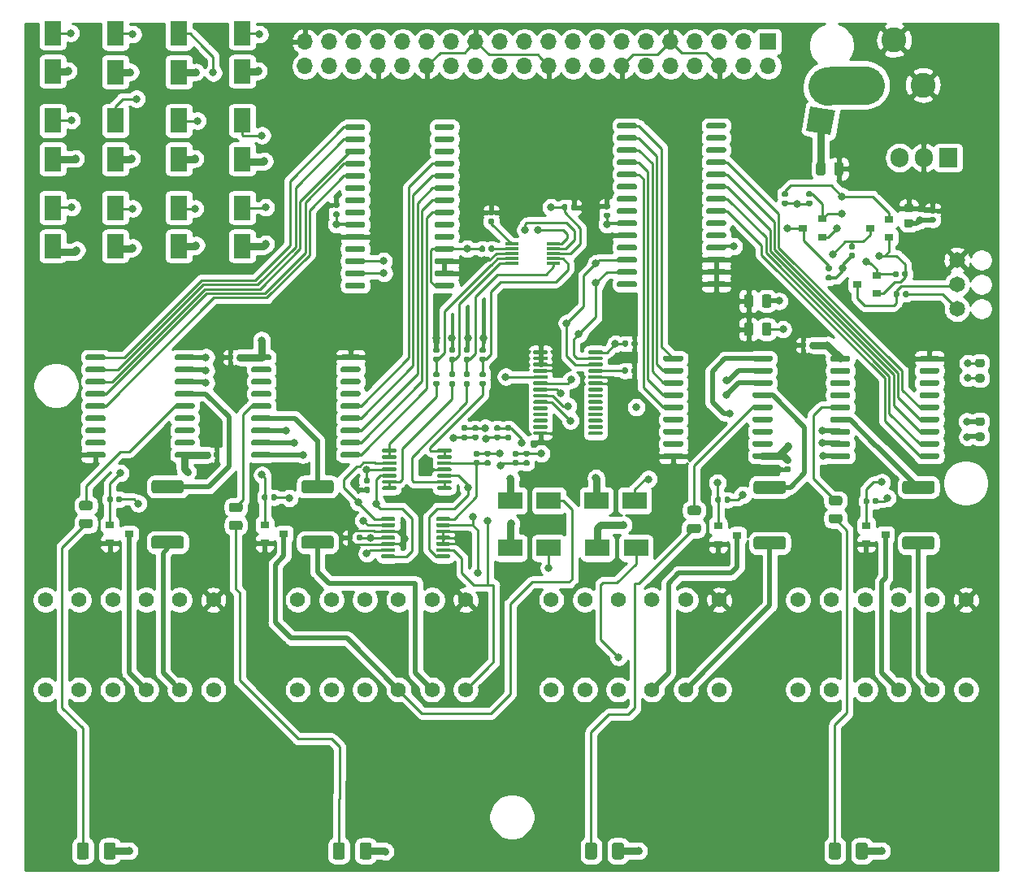
<source format=gbr>
G04 #@! TF.GenerationSoftware,KiCad,Pcbnew,5.1.6*
G04 #@! TF.CreationDate,2020-06-16T10:51:22-04:00*
G04 #@! TF.ProjectId,EVE-PCB-V4,4556452d-5043-4422-9d56-342e6b696361,rev?*
G04 #@! TF.SameCoordinates,Original*
G04 #@! TF.FileFunction,Copper,L1,Top*
G04 #@! TF.FilePolarity,Positive*
%FSLAX46Y46*%
G04 Gerber Fmt 4.6, Leading zero omitted, Abs format (unit mm)*
G04 Created by KiCad (PCBNEW 5.1.6) date 2020-06-16 10:51:22*
%MOMM*%
%LPD*%
G01*
G04 APERTURE LIST*
G04 #@! TA.AperFunction,ComponentPad*
%ADD10C,1.575000*%
G04 #@! TD*
G04 #@! TA.AperFunction,ComponentPad*
%ADD11O,1.700000X1.700000*%
G04 #@! TD*
G04 #@! TA.AperFunction,ComponentPad*
%ADD12R,1.700000X1.700000*%
G04 #@! TD*
G04 #@! TA.AperFunction,SMDPad,CuDef*
%ADD13R,1.800000X2.500000*%
G04 #@! TD*
G04 #@! TA.AperFunction,ComponentPad*
%ADD14R,2.600000X2.600000*%
G04 #@! TD*
G04 #@! TA.AperFunction,ComponentPad*
%ADD15C,2.600000*%
G04 #@! TD*
G04 #@! TA.AperFunction,ComponentPad*
%ADD16R,1.905000X2.000000*%
G04 #@! TD*
G04 #@! TA.AperFunction,ComponentPad*
%ADD17O,1.905000X2.000000*%
G04 #@! TD*
G04 #@! TA.AperFunction,SMDPad,CuDef*
%ADD18R,2.500000X1.800000*%
G04 #@! TD*
G04 #@! TA.AperFunction,SMDPad,CuDef*
%ADD19R,0.900000X0.800000*%
G04 #@! TD*
G04 #@! TA.AperFunction,ComponentPad*
%ADD20C,1.650000*%
G04 #@! TD*
G04 #@! TA.AperFunction,ComponentPad*
%ADD21C,0.100000*%
G04 #@! TD*
G04 #@! TA.AperFunction,SMDPad,CuDef*
%ADD22R,1.400000X0.300000*%
G04 #@! TD*
G04 #@! TA.AperFunction,ViaPad*
%ADD23C,0.800000*%
G04 #@! TD*
G04 #@! TA.AperFunction,Conductor*
%ADD24C,0.750000*%
G04 #@! TD*
G04 #@! TA.AperFunction,Conductor*
%ADD25C,0.250000*%
G04 #@! TD*
G04 #@! TA.AperFunction,Conductor*
%ADD26C,0.350000*%
G04 #@! TD*
G04 #@! TA.AperFunction,Conductor*
%ADD27C,0.500000*%
G04 #@! TD*
G04 #@! TA.AperFunction,Conductor*
%ADD28C,4.000000*%
G04 #@! TD*
G04 #@! TA.AperFunction,Conductor*
%ADD29C,0.254000*%
G04 #@! TD*
G04 APERTURE END LIST*
G04 #@! TA.AperFunction,SMDPad,CuDef*
G36*
G01*
X164788000Y-70762000D02*
X164788000Y-70462000D01*
G75*
G02*
X164938000Y-70312000I150000J0D01*
G01*
X166688000Y-70312000D01*
G75*
G02*
X166838000Y-70462000I0J-150000D01*
G01*
X166838000Y-70762000D01*
G75*
G02*
X166688000Y-70912000I-150000J0D01*
G01*
X164938000Y-70912000D01*
G75*
G02*
X164788000Y-70762000I0J150000D01*
G01*
G37*
G04 #@! TD.AperFunction*
G04 #@! TA.AperFunction,SMDPad,CuDef*
G36*
G01*
X164788000Y-72032000D02*
X164788000Y-71732000D01*
G75*
G02*
X164938000Y-71582000I150000J0D01*
G01*
X166688000Y-71582000D01*
G75*
G02*
X166838000Y-71732000I0J-150000D01*
G01*
X166838000Y-72032000D01*
G75*
G02*
X166688000Y-72182000I-150000J0D01*
G01*
X164938000Y-72182000D01*
G75*
G02*
X164788000Y-72032000I0J150000D01*
G01*
G37*
G04 #@! TD.AperFunction*
G04 #@! TA.AperFunction,SMDPad,CuDef*
G36*
G01*
X164788000Y-73302000D02*
X164788000Y-73002000D01*
G75*
G02*
X164938000Y-72852000I150000J0D01*
G01*
X166688000Y-72852000D01*
G75*
G02*
X166838000Y-73002000I0J-150000D01*
G01*
X166838000Y-73302000D01*
G75*
G02*
X166688000Y-73452000I-150000J0D01*
G01*
X164938000Y-73452000D01*
G75*
G02*
X164788000Y-73302000I0J150000D01*
G01*
G37*
G04 #@! TD.AperFunction*
G04 #@! TA.AperFunction,SMDPad,CuDef*
G36*
G01*
X164788000Y-74572000D02*
X164788000Y-74272000D01*
G75*
G02*
X164938000Y-74122000I150000J0D01*
G01*
X166688000Y-74122000D01*
G75*
G02*
X166838000Y-74272000I0J-150000D01*
G01*
X166838000Y-74572000D01*
G75*
G02*
X166688000Y-74722000I-150000J0D01*
G01*
X164938000Y-74722000D01*
G75*
G02*
X164788000Y-74572000I0J150000D01*
G01*
G37*
G04 #@! TD.AperFunction*
G04 #@! TA.AperFunction,SMDPad,CuDef*
G36*
G01*
X164788000Y-75842000D02*
X164788000Y-75542000D01*
G75*
G02*
X164938000Y-75392000I150000J0D01*
G01*
X166688000Y-75392000D01*
G75*
G02*
X166838000Y-75542000I0J-150000D01*
G01*
X166838000Y-75842000D01*
G75*
G02*
X166688000Y-75992000I-150000J0D01*
G01*
X164938000Y-75992000D01*
G75*
G02*
X164788000Y-75842000I0J150000D01*
G01*
G37*
G04 #@! TD.AperFunction*
G04 #@! TA.AperFunction,SMDPad,CuDef*
G36*
G01*
X164788000Y-77112000D02*
X164788000Y-76812000D01*
G75*
G02*
X164938000Y-76662000I150000J0D01*
G01*
X166688000Y-76662000D01*
G75*
G02*
X166838000Y-76812000I0J-150000D01*
G01*
X166838000Y-77112000D01*
G75*
G02*
X166688000Y-77262000I-150000J0D01*
G01*
X164938000Y-77262000D01*
G75*
G02*
X164788000Y-77112000I0J150000D01*
G01*
G37*
G04 #@! TD.AperFunction*
G04 #@! TA.AperFunction,SMDPad,CuDef*
G36*
G01*
X164788000Y-78382000D02*
X164788000Y-78082000D01*
G75*
G02*
X164938000Y-77932000I150000J0D01*
G01*
X166688000Y-77932000D01*
G75*
G02*
X166838000Y-78082000I0J-150000D01*
G01*
X166838000Y-78382000D01*
G75*
G02*
X166688000Y-78532000I-150000J0D01*
G01*
X164938000Y-78532000D01*
G75*
G02*
X164788000Y-78382000I0J150000D01*
G01*
G37*
G04 #@! TD.AperFunction*
G04 #@! TA.AperFunction,SMDPad,CuDef*
G36*
G01*
X164788000Y-79652000D02*
X164788000Y-79352000D01*
G75*
G02*
X164938000Y-79202000I150000J0D01*
G01*
X166688000Y-79202000D01*
G75*
G02*
X166838000Y-79352000I0J-150000D01*
G01*
X166838000Y-79652000D01*
G75*
G02*
X166688000Y-79802000I-150000J0D01*
G01*
X164938000Y-79802000D01*
G75*
G02*
X164788000Y-79652000I0J150000D01*
G01*
G37*
G04 #@! TD.AperFunction*
G04 #@! TA.AperFunction,SMDPad,CuDef*
G36*
G01*
X164788000Y-80922000D02*
X164788000Y-80622000D01*
G75*
G02*
X164938000Y-80472000I150000J0D01*
G01*
X166688000Y-80472000D01*
G75*
G02*
X166838000Y-80622000I0J-150000D01*
G01*
X166838000Y-80922000D01*
G75*
G02*
X166688000Y-81072000I-150000J0D01*
G01*
X164938000Y-81072000D01*
G75*
G02*
X164788000Y-80922000I0J150000D01*
G01*
G37*
G04 #@! TD.AperFunction*
G04 #@! TA.AperFunction,SMDPad,CuDef*
G36*
G01*
X155488000Y-80922000D02*
X155488000Y-80622000D01*
G75*
G02*
X155638000Y-80472000I150000J0D01*
G01*
X157388000Y-80472000D01*
G75*
G02*
X157538000Y-80622000I0J-150000D01*
G01*
X157538000Y-80922000D01*
G75*
G02*
X157388000Y-81072000I-150000J0D01*
G01*
X155638000Y-81072000D01*
G75*
G02*
X155488000Y-80922000I0J150000D01*
G01*
G37*
G04 #@! TD.AperFunction*
G04 #@! TA.AperFunction,SMDPad,CuDef*
G36*
G01*
X155488000Y-79652000D02*
X155488000Y-79352000D01*
G75*
G02*
X155638000Y-79202000I150000J0D01*
G01*
X157388000Y-79202000D01*
G75*
G02*
X157538000Y-79352000I0J-150000D01*
G01*
X157538000Y-79652000D01*
G75*
G02*
X157388000Y-79802000I-150000J0D01*
G01*
X155638000Y-79802000D01*
G75*
G02*
X155488000Y-79652000I0J150000D01*
G01*
G37*
G04 #@! TD.AperFunction*
G04 #@! TA.AperFunction,SMDPad,CuDef*
G36*
G01*
X155488000Y-78382000D02*
X155488000Y-78082000D01*
G75*
G02*
X155638000Y-77932000I150000J0D01*
G01*
X157388000Y-77932000D01*
G75*
G02*
X157538000Y-78082000I0J-150000D01*
G01*
X157538000Y-78382000D01*
G75*
G02*
X157388000Y-78532000I-150000J0D01*
G01*
X155638000Y-78532000D01*
G75*
G02*
X155488000Y-78382000I0J150000D01*
G01*
G37*
G04 #@! TD.AperFunction*
G04 #@! TA.AperFunction,SMDPad,CuDef*
G36*
G01*
X155488000Y-77112000D02*
X155488000Y-76812000D01*
G75*
G02*
X155638000Y-76662000I150000J0D01*
G01*
X157388000Y-76662000D01*
G75*
G02*
X157538000Y-76812000I0J-150000D01*
G01*
X157538000Y-77112000D01*
G75*
G02*
X157388000Y-77262000I-150000J0D01*
G01*
X155638000Y-77262000D01*
G75*
G02*
X155488000Y-77112000I0J150000D01*
G01*
G37*
G04 #@! TD.AperFunction*
G04 #@! TA.AperFunction,SMDPad,CuDef*
G36*
G01*
X155488000Y-75842000D02*
X155488000Y-75542000D01*
G75*
G02*
X155638000Y-75392000I150000J0D01*
G01*
X157388000Y-75392000D01*
G75*
G02*
X157538000Y-75542000I0J-150000D01*
G01*
X157538000Y-75842000D01*
G75*
G02*
X157388000Y-75992000I-150000J0D01*
G01*
X155638000Y-75992000D01*
G75*
G02*
X155488000Y-75842000I0J150000D01*
G01*
G37*
G04 #@! TD.AperFunction*
G04 #@! TA.AperFunction,SMDPad,CuDef*
G36*
G01*
X155488000Y-74572000D02*
X155488000Y-74272000D01*
G75*
G02*
X155638000Y-74122000I150000J0D01*
G01*
X157388000Y-74122000D01*
G75*
G02*
X157538000Y-74272000I0J-150000D01*
G01*
X157538000Y-74572000D01*
G75*
G02*
X157388000Y-74722000I-150000J0D01*
G01*
X155638000Y-74722000D01*
G75*
G02*
X155488000Y-74572000I0J150000D01*
G01*
G37*
G04 #@! TD.AperFunction*
G04 #@! TA.AperFunction,SMDPad,CuDef*
G36*
G01*
X155488000Y-73302000D02*
X155488000Y-73002000D01*
G75*
G02*
X155638000Y-72852000I150000J0D01*
G01*
X157388000Y-72852000D01*
G75*
G02*
X157538000Y-73002000I0J-150000D01*
G01*
X157538000Y-73302000D01*
G75*
G02*
X157388000Y-73452000I-150000J0D01*
G01*
X155638000Y-73452000D01*
G75*
G02*
X155488000Y-73302000I0J150000D01*
G01*
G37*
G04 #@! TD.AperFunction*
G04 #@! TA.AperFunction,SMDPad,CuDef*
G36*
G01*
X155488000Y-72032000D02*
X155488000Y-71732000D01*
G75*
G02*
X155638000Y-71582000I150000J0D01*
G01*
X157388000Y-71582000D01*
G75*
G02*
X157538000Y-71732000I0J-150000D01*
G01*
X157538000Y-72032000D01*
G75*
G02*
X157388000Y-72182000I-150000J0D01*
G01*
X155638000Y-72182000D01*
G75*
G02*
X155488000Y-72032000I0J150000D01*
G01*
G37*
G04 #@! TD.AperFunction*
G04 #@! TA.AperFunction,SMDPad,CuDef*
G36*
G01*
X155488000Y-70762000D02*
X155488000Y-70462000D01*
G75*
G02*
X155638000Y-70312000I150000J0D01*
G01*
X157388000Y-70312000D01*
G75*
G02*
X157538000Y-70462000I0J-150000D01*
G01*
X157538000Y-70762000D01*
G75*
G02*
X157388000Y-70912000I-150000J0D01*
G01*
X155638000Y-70912000D01*
G75*
G02*
X155488000Y-70762000I0J150000D01*
G01*
G37*
G04 #@! TD.AperFunction*
D10*
X108592346Y-95760000D03*
X108592346Y-105110000D03*
X105092346Y-95760000D03*
X105092346Y-105110000D03*
X101592346Y-95760000D03*
X101592346Y-105110000D03*
X98092346Y-95760000D03*
X98092346Y-105110000D03*
X94592346Y-95760000D03*
X94592346Y-105110000D03*
X91092346Y-95760000D03*
X91092346Y-105110000D03*
G04 #@! TA.AperFunction,SMDPad,CuDef*
G36*
G01*
X102397499Y-89093000D02*
X105247501Y-89093000D01*
G75*
G02*
X105497500Y-89342999I0J-249999D01*
G01*
X105497500Y-90193001D01*
G75*
G02*
X105247501Y-90443000I-249999J0D01*
G01*
X102397499Y-90443000D01*
G75*
G02*
X102147500Y-90193001I0J249999D01*
G01*
X102147500Y-89342999D01*
G75*
G02*
X102397499Y-89093000I249999J0D01*
G01*
G37*
G04 #@! TD.AperFunction*
G04 #@! TA.AperFunction,SMDPad,CuDef*
G36*
G01*
X102397499Y-83293000D02*
X105247501Y-83293000D01*
G75*
G02*
X105497500Y-83542999I0J-249999D01*
G01*
X105497500Y-84393001D01*
G75*
G02*
X105247501Y-84643000I-249999J0D01*
G01*
X102397499Y-84643000D01*
G75*
G02*
X102147500Y-84393001I0J249999D01*
G01*
X102147500Y-83542999D01*
G75*
G02*
X102397499Y-83293000I249999J0D01*
G01*
G37*
G04 #@! TD.AperFunction*
G04 #@! TA.AperFunction,SMDPad,CuDef*
G36*
G01*
X118018499Y-89093000D02*
X120868501Y-89093000D01*
G75*
G02*
X121118500Y-89342999I0J-249999D01*
G01*
X121118500Y-90193001D01*
G75*
G02*
X120868501Y-90443000I-249999J0D01*
G01*
X118018499Y-90443000D01*
G75*
G02*
X117768500Y-90193001I0J249999D01*
G01*
X117768500Y-89342999D01*
G75*
G02*
X118018499Y-89093000I249999J0D01*
G01*
G37*
G04 #@! TD.AperFunction*
G04 #@! TA.AperFunction,SMDPad,CuDef*
G36*
G01*
X118018499Y-83293000D02*
X120868501Y-83293000D01*
G75*
G02*
X121118500Y-83542999I0J-249999D01*
G01*
X121118500Y-84393001D01*
G75*
G02*
X120868501Y-84643000I-249999J0D01*
G01*
X118018499Y-84643000D01*
G75*
G02*
X117768500Y-84393001I0J249999D01*
G01*
X117768500Y-83542999D01*
G75*
G02*
X118018499Y-83293000I249999J0D01*
G01*
G37*
G04 #@! TD.AperFunction*
G04 #@! TA.AperFunction,SMDPad,CuDef*
G36*
G01*
X165135499Y-89156500D02*
X167985501Y-89156500D01*
G75*
G02*
X168235500Y-89406499I0J-249999D01*
G01*
X168235500Y-90256501D01*
G75*
G02*
X167985501Y-90506500I-249999J0D01*
G01*
X165135499Y-90506500D01*
G75*
G02*
X164885500Y-90256501I0J249999D01*
G01*
X164885500Y-89406499D01*
G75*
G02*
X165135499Y-89156500I249999J0D01*
G01*
G37*
G04 #@! TD.AperFunction*
G04 #@! TA.AperFunction,SMDPad,CuDef*
G36*
G01*
X165135499Y-83356500D02*
X167985501Y-83356500D01*
G75*
G02*
X168235500Y-83606499I0J-249999D01*
G01*
X168235500Y-84456501D01*
G75*
G02*
X167985501Y-84706500I-249999J0D01*
G01*
X165135499Y-84706500D01*
G75*
G02*
X164885500Y-84456501I0J249999D01*
G01*
X164885500Y-83606499D01*
G75*
G02*
X165135499Y-83356500I249999J0D01*
G01*
G37*
G04 #@! TD.AperFunction*
G04 #@! TA.AperFunction,SMDPad,CuDef*
G36*
G01*
X180629499Y-89156500D02*
X183479501Y-89156500D01*
G75*
G02*
X183729500Y-89406499I0J-249999D01*
G01*
X183729500Y-90256501D01*
G75*
G02*
X183479501Y-90506500I-249999J0D01*
G01*
X180629499Y-90506500D01*
G75*
G02*
X180379500Y-90256501I0J249999D01*
G01*
X180379500Y-89406499D01*
G75*
G02*
X180629499Y-89156500I249999J0D01*
G01*
G37*
G04 #@! TD.AperFunction*
G04 #@! TA.AperFunction,SMDPad,CuDef*
G36*
G01*
X180629499Y-83356500D02*
X183479501Y-83356500D01*
G75*
G02*
X183729500Y-83606499I0J-249999D01*
G01*
X183729500Y-84456501D01*
G75*
G02*
X183479501Y-84706500I-249999J0D01*
G01*
X180629499Y-84706500D01*
G75*
G02*
X180379500Y-84456501I0J249999D01*
G01*
X180379500Y-83606499D01*
G75*
G02*
X180629499Y-83356500I249999J0D01*
G01*
G37*
G04 #@! TD.AperFunction*
G04 #@! TA.AperFunction,SMDPad,CuDef*
G36*
G01*
X168320500Y-53785000D02*
X167975500Y-53785000D01*
G75*
G02*
X167828000Y-53637500I0J147500D01*
G01*
X167828000Y-53342500D01*
G75*
G02*
X167975500Y-53195000I147500J0D01*
G01*
X168320500Y-53195000D01*
G75*
G02*
X168468000Y-53342500I0J-147500D01*
G01*
X168468000Y-53637500D01*
G75*
G02*
X168320500Y-53785000I-147500J0D01*
G01*
G37*
G04 #@! TD.AperFunction*
G04 #@! TA.AperFunction,SMDPad,CuDef*
G36*
G01*
X168320500Y-54755000D02*
X167975500Y-54755000D01*
G75*
G02*
X167828000Y-54607500I0J147500D01*
G01*
X167828000Y-54312500D01*
G75*
G02*
X167975500Y-54165000I147500J0D01*
G01*
X168320500Y-54165000D01*
G75*
G02*
X168468000Y-54312500I0J-147500D01*
G01*
X168468000Y-54607500D01*
G75*
G02*
X168320500Y-54755000I-147500J0D01*
G01*
G37*
G04 #@! TD.AperFunction*
G04 #@! TA.AperFunction,SMDPad,CuDef*
G36*
G01*
X170860500Y-53785000D02*
X170515500Y-53785000D01*
G75*
G02*
X170368000Y-53637500I0J147500D01*
G01*
X170368000Y-53342500D01*
G75*
G02*
X170515500Y-53195000I147500J0D01*
G01*
X170860500Y-53195000D01*
G75*
G02*
X171008000Y-53342500I0J-147500D01*
G01*
X171008000Y-53637500D01*
G75*
G02*
X170860500Y-53785000I-147500J0D01*
G01*
G37*
G04 #@! TD.AperFunction*
G04 #@! TA.AperFunction,SMDPad,CuDef*
G36*
G01*
X170860500Y-54755000D02*
X170515500Y-54755000D01*
G75*
G02*
X170368000Y-54607500I0J147500D01*
G01*
X170368000Y-54312500D01*
G75*
G02*
X170515500Y-54165000I147500J0D01*
G01*
X170860500Y-54165000D01*
G75*
G02*
X171008000Y-54312500I0J-147500D01*
G01*
X171008000Y-54607500D01*
G75*
G02*
X170860500Y-54755000I-147500J0D01*
G01*
G37*
G04 #@! TD.AperFunction*
G04 #@! TA.AperFunction,SMDPad,CuDef*
G36*
G01*
X174960500Y-59626000D02*
X175305500Y-59626000D01*
G75*
G02*
X175453000Y-59773500I0J-147500D01*
G01*
X175453000Y-60068500D01*
G75*
G02*
X175305500Y-60216000I-147500J0D01*
G01*
X174960500Y-60216000D01*
G75*
G02*
X174813000Y-60068500I0J147500D01*
G01*
X174813000Y-59773500D01*
G75*
G02*
X174960500Y-59626000I147500J0D01*
G01*
G37*
G04 #@! TD.AperFunction*
G04 #@! TA.AperFunction,SMDPad,CuDef*
G36*
G01*
X174960500Y-58656000D02*
X175305500Y-58656000D01*
G75*
G02*
X175453000Y-58803500I0J-147500D01*
G01*
X175453000Y-59098500D01*
G75*
G02*
X175305500Y-59246000I-147500J0D01*
G01*
X174960500Y-59246000D01*
G75*
G02*
X174813000Y-59098500I0J147500D01*
G01*
X174813000Y-58803500D01*
G75*
G02*
X174960500Y-58656000I147500J0D01*
G01*
G37*
G04 #@! TD.AperFunction*
G04 #@! TA.AperFunction,SMDPad,CuDef*
G36*
G01*
X172547500Y-61912000D02*
X172892500Y-61912000D01*
G75*
G02*
X173040000Y-62059500I0J-147500D01*
G01*
X173040000Y-62354500D01*
G75*
G02*
X172892500Y-62502000I-147500J0D01*
G01*
X172547500Y-62502000D01*
G75*
G02*
X172400000Y-62354500I0J147500D01*
G01*
X172400000Y-62059500D01*
G75*
G02*
X172547500Y-61912000I147500J0D01*
G01*
G37*
G04 #@! TD.AperFunction*
G04 #@! TA.AperFunction,SMDPad,CuDef*
G36*
G01*
X172547500Y-60942000D02*
X172892500Y-60942000D01*
G75*
G02*
X173040000Y-61089500I0J-147500D01*
G01*
X173040000Y-61384500D01*
G75*
G02*
X172892500Y-61532000I-147500J0D01*
G01*
X172547500Y-61532000D01*
G75*
G02*
X172400000Y-61384500I0J147500D01*
G01*
X172400000Y-61089500D01*
G75*
G02*
X172547500Y-60942000I147500J0D01*
G01*
G37*
G04 #@! TD.AperFunction*
D11*
X118143346Y-40146769D03*
X118143346Y-37606769D03*
X120683346Y-40146769D03*
X120683346Y-37606769D03*
X123223346Y-40146769D03*
X123223346Y-37606769D03*
X125763346Y-40146769D03*
X125763346Y-37606769D03*
X128303346Y-40146769D03*
X128303346Y-37606769D03*
X130843346Y-40146769D03*
X130843346Y-37606769D03*
X133383346Y-40146769D03*
X133383346Y-37606769D03*
X135923346Y-40146769D03*
X135923346Y-37606769D03*
X138463346Y-40146769D03*
X138463346Y-37606769D03*
X141003346Y-40146769D03*
X141003346Y-37606769D03*
X143543346Y-40146769D03*
X143543346Y-37606769D03*
X146083346Y-40146769D03*
X146083346Y-37606769D03*
X148623346Y-40146769D03*
X148623346Y-37606769D03*
X151163346Y-40146769D03*
X151163346Y-37606769D03*
X153703346Y-40146769D03*
X153703346Y-37606769D03*
X156243346Y-40146769D03*
X156243346Y-37606769D03*
X158783346Y-40146769D03*
X158783346Y-37606769D03*
X161323346Y-40146769D03*
X161323346Y-37606769D03*
X163863346Y-40146769D03*
X163863346Y-37606769D03*
X166403346Y-40146769D03*
D12*
X166403346Y-37606769D03*
D10*
X187014846Y-95760000D03*
X187014846Y-105110000D03*
X183514846Y-95760000D03*
X183514846Y-105110000D03*
X180014846Y-95760000D03*
X180014846Y-105110000D03*
X176514846Y-95760000D03*
X176514846Y-105110000D03*
X173014846Y-95760000D03*
X173014846Y-105110000D03*
X169514846Y-95760000D03*
X169514846Y-105110000D03*
X161297346Y-95760000D03*
X161297346Y-105110000D03*
X157797346Y-95760000D03*
X157797346Y-105110000D03*
X154297346Y-95760000D03*
X154297346Y-105110000D03*
X150797346Y-95760000D03*
X150797346Y-105110000D03*
X147297346Y-95760000D03*
X147297346Y-105110000D03*
X143797346Y-95760000D03*
X143797346Y-105110000D03*
X134881346Y-95760000D03*
X134881346Y-105110000D03*
X131381346Y-95760000D03*
X131381346Y-105110000D03*
X127881346Y-95760000D03*
X127881346Y-105110000D03*
X124381346Y-95760000D03*
X124381346Y-105110000D03*
X120881346Y-95760000D03*
X120881346Y-105110000D03*
X117381346Y-95760000D03*
X117381346Y-105110000D03*
G04 #@! TA.AperFunction,SMDPad,CuDef*
G36*
G01*
X172727000Y-122545000D02*
X172727000Y-121295000D01*
G75*
G02*
X172977000Y-121045000I250000J0D01*
G01*
X173727000Y-121045000D01*
G75*
G02*
X173977000Y-121295000I0J-250000D01*
G01*
X173977000Y-122545000D01*
G75*
G02*
X173727000Y-122795000I-250000J0D01*
G01*
X172977000Y-122795000D01*
G75*
G02*
X172727000Y-122545000I0J250000D01*
G01*
G37*
G04 #@! TD.AperFunction*
G04 #@! TA.AperFunction,SMDPad,CuDef*
G36*
G01*
X175527000Y-122545000D02*
X175527000Y-121295000D01*
G75*
G02*
X175777000Y-121045000I250000J0D01*
G01*
X176527000Y-121045000D01*
G75*
G02*
X176777000Y-121295000I0J-250000D01*
G01*
X176777000Y-122545000D01*
G75*
G02*
X176527000Y-122795000I-250000J0D01*
G01*
X175777000Y-122795000D01*
G75*
G02*
X175527000Y-122545000I0J250000D01*
G01*
G37*
G04 #@! TD.AperFunction*
G04 #@! TA.AperFunction,SMDPad,CuDef*
G36*
G01*
X147327000Y-122545000D02*
X147327000Y-121295000D01*
G75*
G02*
X147577000Y-121045000I250000J0D01*
G01*
X148327000Y-121045000D01*
G75*
G02*
X148577000Y-121295000I0J-250000D01*
G01*
X148577000Y-122545000D01*
G75*
G02*
X148327000Y-122795000I-250000J0D01*
G01*
X147577000Y-122795000D01*
G75*
G02*
X147327000Y-122545000I0J250000D01*
G01*
G37*
G04 #@! TD.AperFunction*
G04 #@! TA.AperFunction,SMDPad,CuDef*
G36*
G01*
X150127000Y-122545000D02*
X150127000Y-121295000D01*
G75*
G02*
X150377000Y-121045000I250000J0D01*
G01*
X151127000Y-121045000D01*
G75*
G02*
X151377000Y-121295000I0J-250000D01*
G01*
X151377000Y-122545000D01*
G75*
G02*
X151127000Y-122795000I-250000J0D01*
G01*
X150377000Y-122795000D01*
G75*
G02*
X150127000Y-122545000I0J250000D01*
G01*
G37*
G04 #@! TD.AperFunction*
G04 #@! TA.AperFunction,SMDPad,CuDef*
G36*
G01*
X123841000Y-122545000D02*
X123841000Y-121295000D01*
G75*
G02*
X124091000Y-121045000I250000J0D01*
G01*
X124841000Y-121045000D01*
G75*
G02*
X125091000Y-121295000I0J-250000D01*
G01*
X125091000Y-122545000D01*
G75*
G02*
X124841000Y-122795000I-250000J0D01*
G01*
X124091000Y-122795000D01*
G75*
G02*
X123841000Y-122545000I0J250000D01*
G01*
G37*
G04 #@! TD.AperFunction*
G04 #@! TA.AperFunction,SMDPad,CuDef*
G36*
G01*
X121041000Y-122545000D02*
X121041000Y-121295000D01*
G75*
G02*
X121291000Y-121045000I250000J0D01*
G01*
X122041000Y-121045000D01*
G75*
G02*
X122291000Y-121295000I0J-250000D01*
G01*
X122291000Y-122545000D01*
G75*
G02*
X122041000Y-122795000I-250000J0D01*
G01*
X121291000Y-122795000D01*
G75*
G02*
X121041000Y-122545000I0J250000D01*
G01*
G37*
G04 #@! TD.AperFunction*
G04 #@! TA.AperFunction,SMDPad,CuDef*
G36*
G01*
X94365000Y-122545000D02*
X94365000Y-121295000D01*
G75*
G02*
X94615000Y-121045000I250000J0D01*
G01*
X95365000Y-121045000D01*
G75*
G02*
X95615000Y-121295000I0J-250000D01*
G01*
X95615000Y-122545000D01*
G75*
G02*
X95365000Y-122795000I-250000J0D01*
G01*
X94615000Y-122795000D01*
G75*
G02*
X94365000Y-122545000I0J250000D01*
G01*
G37*
G04 #@! TD.AperFunction*
G04 #@! TA.AperFunction,SMDPad,CuDef*
G36*
G01*
X97165000Y-122545000D02*
X97165000Y-121295000D01*
G75*
G02*
X97415000Y-121045000I250000J0D01*
G01*
X98165000Y-121045000D01*
G75*
G02*
X98415000Y-121295000I0J-250000D01*
G01*
X98415000Y-122545000D01*
G75*
G02*
X98165000Y-122795000I-250000J0D01*
G01*
X97415000Y-122795000D01*
G75*
G02*
X97165000Y-122545000I0J250000D01*
G01*
G37*
G04 #@! TD.AperFunction*
G04 #@! TA.AperFunction,SMDPad,CuDef*
G36*
G01*
X171396600Y-51307050D02*
X171396600Y-50394550D01*
G75*
G02*
X171640350Y-50150800I243750J0D01*
G01*
X172127850Y-50150800D01*
G75*
G02*
X172371600Y-50394550I0J-243750D01*
G01*
X172371600Y-51307050D01*
G75*
G02*
X172127850Y-51550800I-243750J0D01*
G01*
X171640350Y-51550800D01*
G75*
G02*
X171396600Y-51307050I0J243750D01*
G01*
G37*
G04 #@! TD.AperFunction*
G04 #@! TA.AperFunction,SMDPad,CuDef*
G36*
G01*
X173271600Y-51307050D02*
X173271600Y-50394550D01*
G75*
G02*
X173515350Y-50150800I243750J0D01*
G01*
X174002850Y-50150800D01*
G75*
G02*
X174246600Y-50394550I0J-243750D01*
G01*
X174246600Y-51307050D01*
G75*
G02*
X174002850Y-51550800I-243750J0D01*
G01*
X173515350Y-51550800D01*
G75*
G02*
X173271600Y-51307050I0J243750D01*
G01*
G37*
G04 #@! TD.AperFunction*
D13*
X91842846Y-36688269D03*
X91842846Y-40688269D03*
X98363846Y-36751769D03*
X98363846Y-40751769D03*
X111596346Y-40688269D03*
X111596346Y-36688269D03*
X105011846Y-49821769D03*
X105011846Y-45821769D03*
X105011846Y-40751769D03*
X105011846Y-36751769D03*
X98363846Y-45821769D03*
X98363846Y-49821769D03*
X111596346Y-45821769D03*
X111596346Y-49821769D03*
X111596346Y-58891769D03*
X111596346Y-54891769D03*
X91842846Y-45821769D03*
X91842846Y-49821769D03*
X98363846Y-54891769D03*
X98363846Y-58891769D03*
X105011846Y-58891769D03*
X105011846Y-54891769D03*
X91842846Y-54891769D03*
X91842846Y-58891769D03*
D14*
X176530000Y-42113200D03*
D15*
X182530000Y-42113200D03*
X179530000Y-37413200D03*
G04 #@! TA.AperFunction,SMDPad,CuDef*
G36*
G01*
X136062500Y-79139000D02*
X135717500Y-79139000D01*
G75*
G02*
X135570000Y-78991500I0J147500D01*
G01*
X135570000Y-78696500D01*
G75*
G02*
X135717500Y-78549000I147500J0D01*
G01*
X136062500Y-78549000D01*
G75*
G02*
X136210000Y-78696500I0J-147500D01*
G01*
X136210000Y-78991500D01*
G75*
G02*
X136062500Y-79139000I-147500J0D01*
G01*
G37*
G04 #@! TD.AperFunction*
G04 #@! TA.AperFunction,SMDPad,CuDef*
G36*
G01*
X136062500Y-78169000D02*
X135717500Y-78169000D01*
G75*
G02*
X135570000Y-78021500I0J147500D01*
G01*
X135570000Y-77726500D01*
G75*
G02*
X135717500Y-77579000I147500J0D01*
G01*
X136062500Y-77579000D01*
G75*
G02*
X136210000Y-77726500I0J-147500D01*
G01*
X136210000Y-78021500D01*
G75*
G02*
X136062500Y-78169000I-147500J0D01*
G01*
G37*
G04 #@! TD.AperFunction*
G04 #@! TA.AperFunction,SMDPad,CuDef*
G36*
G01*
X139491500Y-78169000D02*
X139146500Y-78169000D01*
G75*
G02*
X138999000Y-78021500I0J147500D01*
G01*
X138999000Y-77726500D01*
G75*
G02*
X139146500Y-77579000I147500J0D01*
G01*
X139491500Y-77579000D01*
G75*
G02*
X139639000Y-77726500I0J-147500D01*
G01*
X139639000Y-78021500D01*
G75*
G02*
X139491500Y-78169000I-147500J0D01*
G01*
G37*
G04 #@! TD.AperFunction*
G04 #@! TA.AperFunction,SMDPad,CuDef*
G36*
G01*
X139491500Y-79139000D02*
X139146500Y-79139000D01*
G75*
G02*
X138999000Y-78991500I0J147500D01*
G01*
X138999000Y-78696500D01*
G75*
G02*
X139146500Y-78549000I147500J0D01*
G01*
X139491500Y-78549000D01*
G75*
G02*
X139639000Y-78696500I0J-147500D01*
G01*
X139639000Y-78991500D01*
G75*
G02*
X139491500Y-79139000I-147500J0D01*
G01*
G37*
G04 #@! TD.AperFunction*
G04 #@! TA.AperFunction,SMDPad,CuDef*
G36*
G01*
X140253500Y-81806000D02*
X139908500Y-81806000D01*
G75*
G02*
X139761000Y-81658500I0J147500D01*
G01*
X139761000Y-81363500D01*
G75*
G02*
X139908500Y-81216000I147500J0D01*
G01*
X140253500Y-81216000D01*
G75*
G02*
X140401000Y-81363500I0J-147500D01*
G01*
X140401000Y-81658500D01*
G75*
G02*
X140253500Y-81806000I-147500J0D01*
G01*
G37*
G04 #@! TD.AperFunction*
G04 #@! TA.AperFunction,SMDPad,CuDef*
G36*
G01*
X140253500Y-80836000D02*
X139908500Y-80836000D01*
G75*
G02*
X139761000Y-80688500I0J147500D01*
G01*
X139761000Y-80393500D01*
G75*
G02*
X139908500Y-80246000I147500J0D01*
G01*
X140253500Y-80246000D01*
G75*
G02*
X140401000Y-80393500I0J-147500D01*
G01*
X140401000Y-80688500D01*
G75*
G02*
X140253500Y-80836000I-147500J0D01*
G01*
G37*
G04 #@! TD.AperFunction*
G04 #@! TA.AperFunction,SMDPad,CuDef*
G36*
G01*
X137332500Y-80836000D02*
X136987500Y-80836000D01*
G75*
G02*
X136840000Y-80688500I0J147500D01*
G01*
X136840000Y-80393500D01*
G75*
G02*
X136987500Y-80246000I147500J0D01*
G01*
X137332500Y-80246000D01*
G75*
G02*
X137480000Y-80393500I0J-147500D01*
G01*
X137480000Y-80688500D01*
G75*
G02*
X137332500Y-80836000I-147500J0D01*
G01*
G37*
G04 #@! TD.AperFunction*
G04 #@! TA.AperFunction,SMDPad,CuDef*
G36*
G01*
X137332500Y-81806000D02*
X136987500Y-81806000D01*
G75*
G02*
X136840000Y-81658500I0J147500D01*
G01*
X136840000Y-81363500D01*
G75*
G02*
X136987500Y-81216000I147500J0D01*
G01*
X137332500Y-81216000D01*
G75*
G02*
X137480000Y-81363500I0J-147500D01*
G01*
X137480000Y-81658500D01*
G75*
G02*
X137332500Y-81806000I-147500J0D01*
G01*
G37*
G04 #@! TD.AperFunction*
G04 #@! TA.AperFunction,SMDPad,CuDef*
G36*
G01*
X136316500Y-59354500D02*
X136316500Y-59009500D01*
G75*
G02*
X136464000Y-58862000I147500J0D01*
G01*
X136759000Y-58862000D01*
G75*
G02*
X136906500Y-59009500I0J-147500D01*
G01*
X136906500Y-59354500D01*
G75*
G02*
X136759000Y-59502000I-147500J0D01*
G01*
X136464000Y-59502000D01*
G75*
G02*
X136316500Y-59354500I0J147500D01*
G01*
G37*
G04 #@! TD.AperFunction*
G04 #@! TA.AperFunction,SMDPad,CuDef*
G36*
G01*
X137286500Y-59354500D02*
X137286500Y-59009500D01*
G75*
G02*
X137434000Y-58862000I147500J0D01*
G01*
X137729000Y-58862000D01*
G75*
G02*
X137876500Y-59009500I0J-147500D01*
G01*
X137876500Y-59354500D01*
G75*
G02*
X137729000Y-59502000I-147500J0D01*
G01*
X137434000Y-59502000D01*
G75*
G02*
X137286500Y-59354500I0J147500D01*
G01*
G37*
G04 #@! TD.AperFunction*
G04 #@! TA.AperFunction,SMDPad,CuDef*
G36*
G01*
X184237000Y-80622000D02*
X184237000Y-80922000D01*
G75*
G02*
X184087000Y-81072000I-150000J0D01*
G01*
X182337000Y-81072000D01*
G75*
G02*
X182187000Y-80922000I0J150000D01*
G01*
X182187000Y-80622000D01*
G75*
G02*
X182337000Y-80472000I150000J0D01*
G01*
X184087000Y-80472000D01*
G75*
G02*
X184237000Y-80622000I0J-150000D01*
G01*
G37*
G04 #@! TD.AperFunction*
G04 #@! TA.AperFunction,SMDPad,CuDef*
G36*
G01*
X184237000Y-79352000D02*
X184237000Y-79652000D01*
G75*
G02*
X184087000Y-79802000I-150000J0D01*
G01*
X182337000Y-79802000D01*
G75*
G02*
X182187000Y-79652000I0J150000D01*
G01*
X182187000Y-79352000D01*
G75*
G02*
X182337000Y-79202000I150000J0D01*
G01*
X184087000Y-79202000D01*
G75*
G02*
X184237000Y-79352000I0J-150000D01*
G01*
G37*
G04 #@! TD.AperFunction*
G04 #@! TA.AperFunction,SMDPad,CuDef*
G36*
G01*
X184237000Y-78082000D02*
X184237000Y-78382000D01*
G75*
G02*
X184087000Y-78532000I-150000J0D01*
G01*
X182337000Y-78532000D01*
G75*
G02*
X182187000Y-78382000I0J150000D01*
G01*
X182187000Y-78082000D01*
G75*
G02*
X182337000Y-77932000I150000J0D01*
G01*
X184087000Y-77932000D01*
G75*
G02*
X184237000Y-78082000I0J-150000D01*
G01*
G37*
G04 #@! TD.AperFunction*
G04 #@! TA.AperFunction,SMDPad,CuDef*
G36*
G01*
X184237000Y-76812000D02*
X184237000Y-77112000D01*
G75*
G02*
X184087000Y-77262000I-150000J0D01*
G01*
X182337000Y-77262000D01*
G75*
G02*
X182187000Y-77112000I0J150000D01*
G01*
X182187000Y-76812000D01*
G75*
G02*
X182337000Y-76662000I150000J0D01*
G01*
X184087000Y-76662000D01*
G75*
G02*
X184237000Y-76812000I0J-150000D01*
G01*
G37*
G04 #@! TD.AperFunction*
G04 #@! TA.AperFunction,SMDPad,CuDef*
G36*
G01*
X184237000Y-75542000D02*
X184237000Y-75842000D01*
G75*
G02*
X184087000Y-75992000I-150000J0D01*
G01*
X182337000Y-75992000D01*
G75*
G02*
X182187000Y-75842000I0J150000D01*
G01*
X182187000Y-75542000D01*
G75*
G02*
X182337000Y-75392000I150000J0D01*
G01*
X184087000Y-75392000D01*
G75*
G02*
X184237000Y-75542000I0J-150000D01*
G01*
G37*
G04 #@! TD.AperFunction*
G04 #@! TA.AperFunction,SMDPad,CuDef*
G36*
G01*
X184237000Y-74272000D02*
X184237000Y-74572000D01*
G75*
G02*
X184087000Y-74722000I-150000J0D01*
G01*
X182337000Y-74722000D01*
G75*
G02*
X182187000Y-74572000I0J150000D01*
G01*
X182187000Y-74272000D01*
G75*
G02*
X182337000Y-74122000I150000J0D01*
G01*
X184087000Y-74122000D01*
G75*
G02*
X184237000Y-74272000I0J-150000D01*
G01*
G37*
G04 #@! TD.AperFunction*
G04 #@! TA.AperFunction,SMDPad,CuDef*
G36*
G01*
X184237000Y-73002000D02*
X184237000Y-73302000D01*
G75*
G02*
X184087000Y-73452000I-150000J0D01*
G01*
X182337000Y-73452000D01*
G75*
G02*
X182187000Y-73302000I0J150000D01*
G01*
X182187000Y-73002000D01*
G75*
G02*
X182337000Y-72852000I150000J0D01*
G01*
X184087000Y-72852000D01*
G75*
G02*
X184237000Y-73002000I0J-150000D01*
G01*
G37*
G04 #@! TD.AperFunction*
G04 #@! TA.AperFunction,SMDPad,CuDef*
G36*
G01*
X184237000Y-71732000D02*
X184237000Y-72032000D01*
G75*
G02*
X184087000Y-72182000I-150000J0D01*
G01*
X182337000Y-72182000D01*
G75*
G02*
X182187000Y-72032000I0J150000D01*
G01*
X182187000Y-71732000D01*
G75*
G02*
X182337000Y-71582000I150000J0D01*
G01*
X184087000Y-71582000D01*
G75*
G02*
X184237000Y-71732000I0J-150000D01*
G01*
G37*
G04 #@! TD.AperFunction*
G04 #@! TA.AperFunction,SMDPad,CuDef*
G36*
G01*
X184237000Y-70462000D02*
X184237000Y-70762000D01*
G75*
G02*
X184087000Y-70912000I-150000J0D01*
G01*
X182337000Y-70912000D01*
G75*
G02*
X182187000Y-70762000I0J150000D01*
G01*
X182187000Y-70462000D01*
G75*
G02*
X182337000Y-70312000I150000J0D01*
G01*
X184087000Y-70312000D01*
G75*
G02*
X184237000Y-70462000I0J-150000D01*
G01*
G37*
G04 #@! TD.AperFunction*
G04 #@! TA.AperFunction,SMDPad,CuDef*
G36*
G01*
X174937000Y-70462000D02*
X174937000Y-70762000D01*
G75*
G02*
X174787000Y-70912000I-150000J0D01*
G01*
X173037000Y-70912000D01*
G75*
G02*
X172887000Y-70762000I0J150000D01*
G01*
X172887000Y-70462000D01*
G75*
G02*
X173037000Y-70312000I150000J0D01*
G01*
X174787000Y-70312000D01*
G75*
G02*
X174937000Y-70462000I0J-150000D01*
G01*
G37*
G04 #@! TD.AperFunction*
G04 #@! TA.AperFunction,SMDPad,CuDef*
G36*
G01*
X174937000Y-71732000D02*
X174937000Y-72032000D01*
G75*
G02*
X174787000Y-72182000I-150000J0D01*
G01*
X173037000Y-72182000D01*
G75*
G02*
X172887000Y-72032000I0J150000D01*
G01*
X172887000Y-71732000D01*
G75*
G02*
X173037000Y-71582000I150000J0D01*
G01*
X174787000Y-71582000D01*
G75*
G02*
X174937000Y-71732000I0J-150000D01*
G01*
G37*
G04 #@! TD.AperFunction*
G04 #@! TA.AperFunction,SMDPad,CuDef*
G36*
G01*
X174937000Y-73002000D02*
X174937000Y-73302000D01*
G75*
G02*
X174787000Y-73452000I-150000J0D01*
G01*
X173037000Y-73452000D01*
G75*
G02*
X172887000Y-73302000I0J150000D01*
G01*
X172887000Y-73002000D01*
G75*
G02*
X173037000Y-72852000I150000J0D01*
G01*
X174787000Y-72852000D01*
G75*
G02*
X174937000Y-73002000I0J-150000D01*
G01*
G37*
G04 #@! TD.AperFunction*
G04 #@! TA.AperFunction,SMDPad,CuDef*
G36*
G01*
X174937000Y-74272000D02*
X174937000Y-74572000D01*
G75*
G02*
X174787000Y-74722000I-150000J0D01*
G01*
X173037000Y-74722000D01*
G75*
G02*
X172887000Y-74572000I0J150000D01*
G01*
X172887000Y-74272000D01*
G75*
G02*
X173037000Y-74122000I150000J0D01*
G01*
X174787000Y-74122000D01*
G75*
G02*
X174937000Y-74272000I0J-150000D01*
G01*
G37*
G04 #@! TD.AperFunction*
G04 #@! TA.AperFunction,SMDPad,CuDef*
G36*
G01*
X174937000Y-75542000D02*
X174937000Y-75842000D01*
G75*
G02*
X174787000Y-75992000I-150000J0D01*
G01*
X173037000Y-75992000D01*
G75*
G02*
X172887000Y-75842000I0J150000D01*
G01*
X172887000Y-75542000D01*
G75*
G02*
X173037000Y-75392000I150000J0D01*
G01*
X174787000Y-75392000D01*
G75*
G02*
X174937000Y-75542000I0J-150000D01*
G01*
G37*
G04 #@! TD.AperFunction*
G04 #@! TA.AperFunction,SMDPad,CuDef*
G36*
G01*
X174937000Y-76812000D02*
X174937000Y-77112000D01*
G75*
G02*
X174787000Y-77262000I-150000J0D01*
G01*
X173037000Y-77262000D01*
G75*
G02*
X172887000Y-77112000I0J150000D01*
G01*
X172887000Y-76812000D01*
G75*
G02*
X173037000Y-76662000I150000J0D01*
G01*
X174787000Y-76662000D01*
G75*
G02*
X174937000Y-76812000I0J-150000D01*
G01*
G37*
G04 #@! TD.AperFunction*
G04 #@! TA.AperFunction,SMDPad,CuDef*
G36*
G01*
X174937000Y-78082000D02*
X174937000Y-78382000D01*
G75*
G02*
X174787000Y-78532000I-150000J0D01*
G01*
X173037000Y-78532000D01*
G75*
G02*
X172887000Y-78382000I0J150000D01*
G01*
X172887000Y-78082000D01*
G75*
G02*
X173037000Y-77932000I150000J0D01*
G01*
X174787000Y-77932000D01*
G75*
G02*
X174937000Y-78082000I0J-150000D01*
G01*
G37*
G04 #@! TD.AperFunction*
G04 #@! TA.AperFunction,SMDPad,CuDef*
G36*
G01*
X174937000Y-79352000D02*
X174937000Y-79652000D01*
G75*
G02*
X174787000Y-79802000I-150000J0D01*
G01*
X173037000Y-79802000D01*
G75*
G02*
X172887000Y-79652000I0J150000D01*
G01*
X172887000Y-79352000D01*
G75*
G02*
X173037000Y-79202000I150000J0D01*
G01*
X174787000Y-79202000D01*
G75*
G02*
X174937000Y-79352000I0J-150000D01*
G01*
G37*
G04 #@! TD.AperFunction*
G04 #@! TA.AperFunction,SMDPad,CuDef*
G36*
G01*
X174937000Y-80622000D02*
X174937000Y-80922000D01*
G75*
G02*
X174787000Y-81072000I-150000J0D01*
G01*
X173037000Y-81072000D01*
G75*
G02*
X172887000Y-80922000I0J150000D01*
G01*
X172887000Y-80622000D01*
G75*
G02*
X173037000Y-80472000I150000J0D01*
G01*
X174787000Y-80472000D01*
G75*
G02*
X174937000Y-80622000I0J-150000D01*
G01*
G37*
G04 #@! TD.AperFunction*
G04 #@! TA.AperFunction,SMDPad,CuDef*
G36*
G01*
X123912000Y-80495000D02*
X123912000Y-80795000D01*
G75*
G02*
X123762000Y-80945000I-150000J0D01*
G01*
X122012000Y-80945000D01*
G75*
G02*
X121862000Y-80795000I0J150000D01*
G01*
X121862000Y-80495000D01*
G75*
G02*
X122012000Y-80345000I150000J0D01*
G01*
X123762000Y-80345000D01*
G75*
G02*
X123912000Y-80495000I0J-150000D01*
G01*
G37*
G04 #@! TD.AperFunction*
G04 #@! TA.AperFunction,SMDPad,CuDef*
G36*
G01*
X123912000Y-79225000D02*
X123912000Y-79525000D01*
G75*
G02*
X123762000Y-79675000I-150000J0D01*
G01*
X122012000Y-79675000D01*
G75*
G02*
X121862000Y-79525000I0J150000D01*
G01*
X121862000Y-79225000D01*
G75*
G02*
X122012000Y-79075000I150000J0D01*
G01*
X123762000Y-79075000D01*
G75*
G02*
X123912000Y-79225000I0J-150000D01*
G01*
G37*
G04 #@! TD.AperFunction*
G04 #@! TA.AperFunction,SMDPad,CuDef*
G36*
G01*
X123912000Y-77955000D02*
X123912000Y-78255000D01*
G75*
G02*
X123762000Y-78405000I-150000J0D01*
G01*
X122012000Y-78405000D01*
G75*
G02*
X121862000Y-78255000I0J150000D01*
G01*
X121862000Y-77955000D01*
G75*
G02*
X122012000Y-77805000I150000J0D01*
G01*
X123762000Y-77805000D01*
G75*
G02*
X123912000Y-77955000I0J-150000D01*
G01*
G37*
G04 #@! TD.AperFunction*
G04 #@! TA.AperFunction,SMDPad,CuDef*
G36*
G01*
X123912000Y-76685000D02*
X123912000Y-76985000D01*
G75*
G02*
X123762000Y-77135000I-150000J0D01*
G01*
X122012000Y-77135000D01*
G75*
G02*
X121862000Y-76985000I0J150000D01*
G01*
X121862000Y-76685000D01*
G75*
G02*
X122012000Y-76535000I150000J0D01*
G01*
X123762000Y-76535000D01*
G75*
G02*
X123912000Y-76685000I0J-150000D01*
G01*
G37*
G04 #@! TD.AperFunction*
G04 #@! TA.AperFunction,SMDPad,CuDef*
G36*
G01*
X123912000Y-75415000D02*
X123912000Y-75715000D01*
G75*
G02*
X123762000Y-75865000I-150000J0D01*
G01*
X122012000Y-75865000D01*
G75*
G02*
X121862000Y-75715000I0J150000D01*
G01*
X121862000Y-75415000D01*
G75*
G02*
X122012000Y-75265000I150000J0D01*
G01*
X123762000Y-75265000D01*
G75*
G02*
X123912000Y-75415000I0J-150000D01*
G01*
G37*
G04 #@! TD.AperFunction*
G04 #@! TA.AperFunction,SMDPad,CuDef*
G36*
G01*
X123912000Y-74145000D02*
X123912000Y-74445000D01*
G75*
G02*
X123762000Y-74595000I-150000J0D01*
G01*
X122012000Y-74595000D01*
G75*
G02*
X121862000Y-74445000I0J150000D01*
G01*
X121862000Y-74145000D01*
G75*
G02*
X122012000Y-73995000I150000J0D01*
G01*
X123762000Y-73995000D01*
G75*
G02*
X123912000Y-74145000I0J-150000D01*
G01*
G37*
G04 #@! TD.AperFunction*
G04 #@! TA.AperFunction,SMDPad,CuDef*
G36*
G01*
X123912000Y-72875000D02*
X123912000Y-73175000D01*
G75*
G02*
X123762000Y-73325000I-150000J0D01*
G01*
X122012000Y-73325000D01*
G75*
G02*
X121862000Y-73175000I0J150000D01*
G01*
X121862000Y-72875000D01*
G75*
G02*
X122012000Y-72725000I150000J0D01*
G01*
X123762000Y-72725000D01*
G75*
G02*
X123912000Y-72875000I0J-150000D01*
G01*
G37*
G04 #@! TD.AperFunction*
G04 #@! TA.AperFunction,SMDPad,CuDef*
G36*
G01*
X123912000Y-71605000D02*
X123912000Y-71905000D01*
G75*
G02*
X123762000Y-72055000I-150000J0D01*
G01*
X122012000Y-72055000D01*
G75*
G02*
X121862000Y-71905000I0J150000D01*
G01*
X121862000Y-71605000D01*
G75*
G02*
X122012000Y-71455000I150000J0D01*
G01*
X123762000Y-71455000D01*
G75*
G02*
X123912000Y-71605000I0J-150000D01*
G01*
G37*
G04 #@! TD.AperFunction*
G04 #@! TA.AperFunction,SMDPad,CuDef*
G36*
G01*
X123912000Y-70335000D02*
X123912000Y-70635000D01*
G75*
G02*
X123762000Y-70785000I-150000J0D01*
G01*
X122012000Y-70785000D01*
G75*
G02*
X121862000Y-70635000I0J150000D01*
G01*
X121862000Y-70335000D01*
G75*
G02*
X122012000Y-70185000I150000J0D01*
G01*
X123762000Y-70185000D01*
G75*
G02*
X123912000Y-70335000I0J-150000D01*
G01*
G37*
G04 #@! TD.AperFunction*
G04 #@! TA.AperFunction,SMDPad,CuDef*
G36*
G01*
X114612000Y-70335000D02*
X114612000Y-70635000D01*
G75*
G02*
X114462000Y-70785000I-150000J0D01*
G01*
X112712000Y-70785000D01*
G75*
G02*
X112562000Y-70635000I0J150000D01*
G01*
X112562000Y-70335000D01*
G75*
G02*
X112712000Y-70185000I150000J0D01*
G01*
X114462000Y-70185000D01*
G75*
G02*
X114612000Y-70335000I0J-150000D01*
G01*
G37*
G04 #@! TD.AperFunction*
G04 #@! TA.AperFunction,SMDPad,CuDef*
G36*
G01*
X114612000Y-71605000D02*
X114612000Y-71905000D01*
G75*
G02*
X114462000Y-72055000I-150000J0D01*
G01*
X112712000Y-72055000D01*
G75*
G02*
X112562000Y-71905000I0J150000D01*
G01*
X112562000Y-71605000D01*
G75*
G02*
X112712000Y-71455000I150000J0D01*
G01*
X114462000Y-71455000D01*
G75*
G02*
X114612000Y-71605000I0J-150000D01*
G01*
G37*
G04 #@! TD.AperFunction*
G04 #@! TA.AperFunction,SMDPad,CuDef*
G36*
G01*
X114612000Y-72875000D02*
X114612000Y-73175000D01*
G75*
G02*
X114462000Y-73325000I-150000J0D01*
G01*
X112712000Y-73325000D01*
G75*
G02*
X112562000Y-73175000I0J150000D01*
G01*
X112562000Y-72875000D01*
G75*
G02*
X112712000Y-72725000I150000J0D01*
G01*
X114462000Y-72725000D01*
G75*
G02*
X114612000Y-72875000I0J-150000D01*
G01*
G37*
G04 #@! TD.AperFunction*
G04 #@! TA.AperFunction,SMDPad,CuDef*
G36*
G01*
X114612000Y-74145000D02*
X114612000Y-74445000D01*
G75*
G02*
X114462000Y-74595000I-150000J0D01*
G01*
X112712000Y-74595000D01*
G75*
G02*
X112562000Y-74445000I0J150000D01*
G01*
X112562000Y-74145000D01*
G75*
G02*
X112712000Y-73995000I150000J0D01*
G01*
X114462000Y-73995000D01*
G75*
G02*
X114612000Y-74145000I0J-150000D01*
G01*
G37*
G04 #@! TD.AperFunction*
G04 #@! TA.AperFunction,SMDPad,CuDef*
G36*
G01*
X114612000Y-75415000D02*
X114612000Y-75715000D01*
G75*
G02*
X114462000Y-75865000I-150000J0D01*
G01*
X112712000Y-75865000D01*
G75*
G02*
X112562000Y-75715000I0J150000D01*
G01*
X112562000Y-75415000D01*
G75*
G02*
X112712000Y-75265000I150000J0D01*
G01*
X114462000Y-75265000D01*
G75*
G02*
X114612000Y-75415000I0J-150000D01*
G01*
G37*
G04 #@! TD.AperFunction*
G04 #@! TA.AperFunction,SMDPad,CuDef*
G36*
G01*
X114612000Y-76685000D02*
X114612000Y-76985000D01*
G75*
G02*
X114462000Y-77135000I-150000J0D01*
G01*
X112712000Y-77135000D01*
G75*
G02*
X112562000Y-76985000I0J150000D01*
G01*
X112562000Y-76685000D01*
G75*
G02*
X112712000Y-76535000I150000J0D01*
G01*
X114462000Y-76535000D01*
G75*
G02*
X114612000Y-76685000I0J-150000D01*
G01*
G37*
G04 #@! TD.AperFunction*
G04 #@! TA.AperFunction,SMDPad,CuDef*
G36*
G01*
X114612000Y-77955000D02*
X114612000Y-78255000D01*
G75*
G02*
X114462000Y-78405000I-150000J0D01*
G01*
X112712000Y-78405000D01*
G75*
G02*
X112562000Y-78255000I0J150000D01*
G01*
X112562000Y-77955000D01*
G75*
G02*
X112712000Y-77805000I150000J0D01*
G01*
X114462000Y-77805000D01*
G75*
G02*
X114612000Y-77955000I0J-150000D01*
G01*
G37*
G04 #@! TD.AperFunction*
G04 #@! TA.AperFunction,SMDPad,CuDef*
G36*
G01*
X114612000Y-79225000D02*
X114612000Y-79525000D01*
G75*
G02*
X114462000Y-79675000I-150000J0D01*
G01*
X112712000Y-79675000D01*
G75*
G02*
X112562000Y-79525000I0J150000D01*
G01*
X112562000Y-79225000D01*
G75*
G02*
X112712000Y-79075000I150000J0D01*
G01*
X114462000Y-79075000D01*
G75*
G02*
X114612000Y-79225000I0J-150000D01*
G01*
G37*
G04 #@! TD.AperFunction*
G04 #@! TA.AperFunction,SMDPad,CuDef*
G36*
G01*
X114612000Y-80495000D02*
X114612000Y-80795000D01*
G75*
G02*
X114462000Y-80945000I-150000J0D01*
G01*
X112712000Y-80945000D01*
G75*
G02*
X112562000Y-80795000I0J150000D01*
G01*
X112562000Y-80495000D01*
G75*
G02*
X112712000Y-80345000I150000J0D01*
G01*
X114462000Y-80345000D01*
G75*
G02*
X114612000Y-80495000I0J-150000D01*
G01*
G37*
G04 #@! TD.AperFunction*
G04 #@! TA.AperFunction,SMDPad,CuDef*
G36*
G01*
X104590000Y-70635000D02*
X104590000Y-70335000D01*
G75*
G02*
X104740000Y-70185000I150000J0D01*
G01*
X106490000Y-70185000D01*
G75*
G02*
X106640000Y-70335000I0J-150000D01*
G01*
X106640000Y-70635000D01*
G75*
G02*
X106490000Y-70785000I-150000J0D01*
G01*
X104740000Y-70785000D01*
G75*
G02*
X104590000Y-70635000I0J150000D01*
G01*
G37*
G04 #@! TD.AperFunction*
G04 #@! TA.AperFunction,SMDPad,CuDef*
G36*
G01*
X104590000Y-71905000D02*
X104590000Y-71605000D01*
G75*
G02*
X104740000Y-71455000I150000J0D01*
G01*
X106490000Y-71455000D01*
G75*
G02*
X106640000Y-71605000I0J-150000D01*
G01*
X106640000Y-71905000D01*
G75*
G02*
X106490000Y-72055000I-150000J0D01*
G01*
X104740000Y-72055000D01*
G75*
G02*
X104590000Y-71905000I0J150000D01*
G01*
G37*
G04 #@! TD.AperFunction*
G04 #@! TA.AperFunction,SMDPad,CuDef*
G36*
G01*
X104590000Y-73175000D02*
X104590000Y-72875000D01*
G75*
G02*
X104740000Y-72725000I150000J0D01*
G01*
X106490000Y-72725000D01*
G75*
G02*
X106640000Y-72875000I0J-150000D01*
G01*
X106640000Y-73175000D01*
G75*
G02*
X106490000Y-73325000I-150000J0D01*
G01*
X104740000Y-73325000D01*
G75*
G02*
X104590000Y-73175000I0J150000D01*
G01*
G37*
G04 #@! TD.AperFunction*
G04 #@! TA.AperFunction,SMDPad,CuDef*
G36*
G01*
X104590000Y-74445000D02*
X104590000Y-74145000D01*
G75*
G02*
X104740000Y-73995000I150000J0D01*
G01*
X106490000Y-73995000D01*
G75*
G02*
X106640000Y-74145000I0J-150000D01*
G01*
X106640000Y-74445000D01*
G75*
G02*
X106490000Y-74595000I-150000J0D01*
G01*
X104740000Y-74595000D01*
G75*
G02*
X104590000Y-74445000I0J150000D01*
G01*
G37*
G04 #@! TD.AperFunction*
G04 #@! TA.AperFunction,SMDPad,CuDef*
G36*
G01*
X104590000Y-75715000D02*
X104590000Y-75415000D01*
G75*
G02*
X104740000Y-75265000I150000J0D01*
G01*
X106490000Y-75265000D01*
G75*
G02*
X106640000Y-75415000I0J-150000D01*
G01*
X106640000Y-75715000D01*
G75*
G02*
X106490000Y-75865000I-150000J0D01*
G01*
X104740000Y-75865000D01*
G75*
G02*
X104590000Y-75715000I0J150000D01*
G01*
G37*
G04 #@! TD.AperFunction*
G04 #@! TA.AperFunction,SMDPad,CuDef*
G36*
G01*
X104590000Y-76985000D02*
X104590000Y-76685000D01*
G75*
G02*
X104740000Y-76535000I150000J0D01*
G01*
X106490000Y-76535000D01*
G75*
G02*
X106640000Y-76685000I0J-150000D01*
G01*
X106640000Y-76985000D01*
G75*
G02*
X106490000Y-77135000I-150000J0D01*
G01*
X104740000Y-77135000D01*
G75*
G02*
X104590000Y-76985000I0J150000D01*
G01*
G37*
G04 #@! TD.AperFunction*
G04 #@! TA.AperFunction,SMDPad,CuDef*
G36*
G01*
X104590000Y-78255000D02*
X104590000Y-77955000D01*
G75*
G02*
X104740000Y-77805000I150000J0D01*
G01*
X106490000Y-77805000D01*
G75*
G02*
X106640000Y-77955000I0J-150000D01*
G01*
X106640000Y-78255000D01*
G75*
G02*
X106490000Y-78405000I-150000J0D01*
G01*
X104740000Y-78405000D01*
G75*
G02*
X104590000Y-78255000I0J150000D01*
G01*
G37*
G04 #@! TD.AperFunction*
G04 #@! TA.AperFunction,SMDPad,CuDef*
G36*
G01*
X104590000Y-79525000D02*
X104590000Y-79225000D01*
G75*
G02*
X104740000Y-79075000I150000J0D01*
G01*
X106490000Y-79075000D01*
G75*
G02*
X106640000Y-79225000I0J-150000D01*
G01*
X106640000Y-79525000D01*
G75*
G02*
X106490000Y-79675000I-150000J0D01*
G01*
X104740000Y-79675000D01*
G75*
G02*
X104590000Y-79525000I0J150000D01*
G01*
G37*
G04 #@! TD.AperFunction*
G04 #@! TA.AperFunction,SMDPad,CuDef*
G36*
G01*
X104590000Y-80795000D02*
X104590000Y-80495000D01*
G75*
G02*
X104740000Y-80345000I150000J0D01*
G01*
X106490000Y-80345000D01*
G75*
G02*
X106640000Y-80495000I0J-150000D01*
G01*
X106640000Y-80795000D01*
G75*
G02*
X106490000Y-80945000I-150000J0D01*
G01*
X104740000Y-80945000D01*
G75*
G02*
X104590000Y-80795000I0J150000D01*
G01*
G37*
G04 #@! TD.AperFunction*
G04 #@! TA.AperFunction,SMDPad,CuDef*
G36*
G01*
X95290000Y-80795000D02*
X95290000Y-80495000D01*
G75*
G02*
X95440000Y-80345000I150000J0D01*
G01*
X97190000Y-80345000D01*
G75*
G02*
X97340000Y-80495000I0J-150000D01*
G01*
X97340000Y-80795000D01*
G75*
G02*
X97190000Y-80945000I-150000J0D01*
G01*
X95440000Y-80945000D01*
G75*
G02*
X95290000Y-80795000I0J150000D01*
G01*
G37*
G04 #@! TD.AperFunction*
G04 #@! TA.AperFunction,SMDPad,CuDef*
G36*
G01*
X95290000Y-79525000D02*
X95290000Y-79225000D01*
G75*
G02*
X95440000Y-79075000I150000J0D01*
G01*
X97190000Y-79075000D01*
G75*
G02*
X97340000Y-79225000I0J-150000D01*
G01*
X97340000Y-79525000D01*
G75*
G02*
X97190000Y-79675000I-150000J0D01*
G01*
X95440000Y-79675000D01*
G75*
G02*
X95290000Y-79525000I0J150000D01*
G01*
G37*
G04 #@! TD.AperFunction*
G04 #@! TA.AperFunction,SMDPad,CuDef*
G36*
G01*
X95290000Y-78255000D02*
X95290000Y-77955000D01*
G75*
G02*
X95440000Y-77805000I150000J0D01*
G01*
X97190000Y-77805000D01*
G75*
G02*
X97340000Y-77955000I0J-150000D01*
G01*
X97340000Y-78255000D01*
G75*
G02*
X97190000Y-78405000I-150000J0D01*
G01*
X95440000Y-78405000D01*
G75*
G02*
X95290000Y-78255000I0J150000D01*
G01*
G37*
G04 #@! TD.AperFunction*
G04 #@! TA.AperFunction,SMDPad,CuDef*
G36*
G01*
X95290000Y-76985000D02*
X95290000Y-76685000D01*
G75*
G02*
X95440000Y-76535000I150000J0D01*
G01*
X97190000Y-76535000D01*
G75*
G02*
X97340000Y-76685000I0J-150000D01*
G01*
X97340000Y-76985000D01*
G75*
G02*
X97190000Y-77135000I-150000J0D01*
G01*
X95440000Y-77135000D01*
G75*
G02*
X95290000Y-76985000I0J150000D01*
G01*
G37*
G04 #@! TD.AperFunction*
G04 #@! TA.AperFunction,SMDPad,CuDef*
G36*
G01*
X95290000Y-75715000D02*
X95290000Y-75415000D01*
G75*
G02*
X95440000Y-75265000I150000J0D01*
G01*
X97190000Y-75265000D01*
G75*
G02*
X97340000Y-75415000I0J-150000D01*
G01*
X97340000Y-75715000D01*
G75*
G02*
X97190000Y-75865000I-150000J0D01*
G01*
X95440000Y-75865000D01*
G75*
G02*
X95290000Y-75715000I0J150000D01*
G01*
G37*
G04 #@! TD.AperFunction*
G04 #@! TA.AperFunction,SMDPad,CuDef*
G36*
G01*
X95290000Y-74445000D02*
X95290000Y-74145000D01*
G75*
G02*
X95440000Y-73995000I150000J0D01*
G01*
X97190000Y-73995000D01*
G75*
G02*
X97340000Y-74145000I0J-150000D01*
G01*
X97340000Y-74445000D01*
G75*
G02*
X97190000Y-74595000I-150000J0D01*
G01*
X95440000Y-74595000D01*
G75*
G02*
X95290000Y-74445000I0J150000D01*
G01*
G37*
G04 #@! TD.AperFunction*
G04 #@! TA.AperFunction,SMDPad,CuDef*
G36*
G01*
X95290000Y-73175000D02*
X95290000Y-72875000D01*
G75*
G02*
X95440000Y-72725000I150000J0D01*
G01*
X97190000Y-72725000D01*
G75*
G02*
X97340000Y-72875000I0J-150000D01*
G01*
X97340000Y-73175000D01*
G75*
G02*
X97190000Y-73325000I-150000J0D01*
G01*
X95440000Y-73325000D01*
G75*
G02*
X95290000Y-73175000I0J150000D01*
G01*
G37*
G04 #@! TD.AperFunction*
G04 #@! TA.AperFunction,SMDPad,CuDef*
G36*
G01*
X95290000Y-71905000D02*
X95290000Y-71605000D01*
G75*
G02*
X95440000Y-71455000I150000J0D01*
G01*
X97190000Y-71455000D01*
G75*
G02*
X97340000Y-71605000I0J-150000D01*
G01*
X97340000Y-71905000D01*
G75*
G02*
X97190000Y-72055000I-150000J0D01*
G01*
X95440000Y-72055000D01*
G75*
G02*
X95290000Y-71905000I0J150000D01*
G01*
G37*
G04 #@! TD.AperFunction*
G04 #@! TA.AperFunction,SMDPad,CuDef*
G36*
G01*
X95290000Y-70635000D02*
X95290000Y-70335000D01*
G75*
G02*
X95440000Y-70185000I150000J0D01*
G01*
X97190000Y-70185000D01*
G75*
G02*
X97340000Y-70335000I0J-150000D01*
G01*
X97340000Y-70635000D01*
G75*
G02*
X97190000Y-70785000I-150000J0D01*
G01*
X95440000Y-70785000D01*
G75*
G02*
X95290000Y-70635000I0J150000D01*
G01*
G37*
G04 #@! TD.AperFunction*
D16*
X185166000Y-49682400D03*
D17*
X182626000Y-49682400D03*
X180086000Y-49682400D03*
G04 #@! TA.AperFunction,SMDPad,CuDef*
G36*
G01*
X188724250Y-77628000D02*
X188211750Y-77628000D01*
G75*
G02*
X187993000Y-77409250I0J218750D01*
G01*
X187993000Y-76971750D01*
G75*
G02*
X188211750Y-76753000I218750J0D01*
G01*
X188724250Y-76753000D01*
G75*
G02*
X188943000Y-76971750I0J-218750D01*
G01*
X188943000Y-77409250D01*
G75*
G02*
X188724250Y-77628000I-218750J0D01*
G01*
G37*
G04 #@! TD.AperFunction*
G04 #@! TA.AperFunction,SMDPad,CuDef*
G36*
G01*
X188724250Y-79203000D02*
X188211750Y-79203000D01*
G75*
G02*
X187993000Y-78984250I0J218750D01*
G01*
X187993000Y-78546750D01*
G75*
G02*
X188211750Y-78328000I218750J0D01*
G01*
X188724250Y-78328000D01*
G75*
G02*
X188943000Y-78546750I0J-218750D01*
G01*
X188943000Y-78984250D01*
G75*
G02*
X188724250Y-79203000I-218750J0D01*
G01*
G37*
G04 #@! TD.AperFunction*
G04 #@! TA.AperFunction,SMDPad,CuDef*
G36*
G01*
X166728200Y-64161350D02*
X166728200Y-65073850D01*
G75*
G02*
X166484450Y-65317600I-243750J0D01*
G01*
X165996950Y-65317600D01*
G75*
G02*
X165753200Y-65073850I0J243750D01*
G01*
X165753200Y-64161350D01*
G75*
G02*
X165996950Y-63917600I243750J0D01*
G01*
X166484450Y-63917600D01*
G75*
G02*
X166728200Y-64161350I0J-243750D01*
G01*
G37*
G04 #@! TD.AperFunction*
G04 #@! TA.AperFunction,SMDPad,CuDef*
G36*
G01*
X164853200Y-64161350D02*
X164853200Y-65073850D01*
G75*
G02*
X164609450Y-65317600I-243750J0D01*
G01*
X164121950Y-65317600D01*
G75*
G02*
X163878200Y-65073850I0J243750D01*
G01*
X163878200Y-64161350D01*
G75*
G02*
X164121950Y-63917600I243750J0D01*
G01*
X164609450Y-63917600D01*
G75*
G02*
X164853200Y-64161350I0J-243750D01*
G01*
G37*
G04 #@! TD.AperFunction*
G04 #@! TA.AperFunction,SMDPad,CuDef*
G36*
G01*
X188724250Y-73107000D02*
X188211750Y-73107000D01*
G75*
G02*
X187993000Y-72888250I0J218750D01*
G01*
X187993000Y-72450750D01*
G75*
G02*
X188211750Y-72232000I218750J0D01*
G01*
X188724250Y-72232000D01*
G75*
G02*
X188943000Y-72450750I0J-218750D01*
G01*
X188943000Y-72888250D01*
G75*
G02*
X188724250Y-73107000I-218750J0D01*
G01*
G37*
G04 #@! TD.AperFunction*
G04 #@! TA.AperFunction,SMDPad,CuDef*
G36*
G01*
X188724250Y-71532000D02*
X188211750Y-71532000D01*
G75*
G02*
X187993000Y-71313250I0J218750D01*
G01*
X187993000Y-70875750D01*
G75*
G02*
X188211750Y-70657000I218750J0D01*
G01*
X188724250Y-70657000D01*
G75*
G02*
X188943000Y-70875750I0J-218750D01*
G01*
X188943000Y-71313250D01*
G75*
G02*
X188724250Y-71532000I-218750J0D01*
G01*
G37*
G04 #@! TD.AperFunction*
G04 #@! TA.AperFunction,SMDPad,CuDef*
G36*
G01*
X166728200Y-67107750D02*
X166728200Y-68020250D01*
G75*
G02*
X166484450Y-68264000I-243750J0D01*
G01*
X165996950Y-68264000D01*
G75*
G02*
X165753200Y-68020250I0J243750D01*
G01*
X165753200Y-67107750D01*
G75*
G02*
X165996950Y-66864000I243750J0D01*
G01*
X166484450Y-66864000D01*
G75*
G02*
X166728200Y-67107750I0J-243750D01*
G01*
G37*
G04 #@! TD.AperFunction*
G04 #@! TA.AperFunction,SMDPad,CuDef*
G36*
G01*
X164853200Y-67107750D02*
X164853200Y-68020250D01*
G75*
G02*
X164609450Y-68264000I-243750J0D01*
G01*
X164121950Y-68264000D01*
G75*
G02*
X163878200Y-68020250I0J243750D01*
G01*
X163878200Y-67107750D01*
G75*
G02*
X164121950Y-66864000I243750J0D01*
G01*
X164609450Y-66864000D01*
G75*
G02*
X164853200Y-67107750I0J-243750D01*
G01*
G37*
G04 #@! TD.AperFunction*
G04 #@! TA.AperFunction,SMDPad,CuDef*
G36*
G01*
X145859000Y-55036500D02*
X145859000Y-54691500D01*
G75*
G02*
X146006500Y-54544000I147500J0D01*
G01*
X146301500Y-54544000D01*
G75*
G02*
X146449000Y-54691500I0J-147500D01*
G01*
X146449000Y-55036500D01*
G75*
G02*
X146301500Y-55184000I-147500J0D01*
G01*
X146006500Y-55184000D01*
G75*
G02*
X145859000Y-55036500I0J147500D01*
G01*
G37*
G04 #@! TD.AperFunction*
G04 #@! TA.AperFunction,SMDPad,CuDef*
G36*
G01*
X144889000Y-55036500D02*
X144889000Y-54691500D01*
G75*
G02*
X145036500Y-54544000I147500J0D01*
G01*
X145331500Y-54544000D01*
G75*
G02*
X145479000Y-54691500I0J-147500D01*
G01*
X145479000Y-55036500D01*
G75*
G02*
X145331500Y-55184000I-147500J0D01*
G01*
X145036500Y-55184000D01*
G75*
G02*
X144889000Y-55036500I0J147500D01*
G01*
G37*
G04 #@! TD.AperFunction*
G04 #@! TA.AperFunction,SMDPad,CuDef*
G36*
G01*
X183712900Y-56456800D02*
X183367900Y-56456800D01*
G75*
G02*
X183220400Y-56309300I0J147500D01*
G01*
X183220400Y-56014300D01*
G75*
G02*
X183367900Y-55866800I147500J0D01*
G01*
X183712900Y-55866800D01*
G75*
G02*
X183860400Y-56014300I0J-147500D01*
G01*
X183860400Y-56309300D01*
G75*
G02*
X183712900Y-56456800I-147500J0D01*
G01*
G37*
G04 #@! TD.AperFunction*
G04 #@! TA.AperFunction,SMDPad,CuDef*
G36*
G01*
X183712900Y-55486800D02*
X183367900Y-55486800D01*
G75*
G02*
X183220400Y-55339300I0J147500D01*
G01*
X183220400Y-55044300D01*
G75*
G02*
X183367900Y-54896800I147500J0D01*
G01*
X183712900Y-54896800D01*
G75*
G02*
X183860400Y-55044300I0J-147500D01*
G01*
X183860400Y-55339300D01*
G75*
G02*
X183712900Y-55486800I-147500J0D01*
G01*
G37*
G04 #@! TD.AperFunction*
G04 #@! TA.AperFunction,SMDPad,CuDef*
G36*
G01*
X123507000Y-89453500D02*
X123507000Y-89108500D01*
G75*
G02*
X123654500Y-88961000I147500J0D01*
G01*
X123949500Y-88961000D01*
G75*
G02*
X124097000Y-89108500I0J-147500D01*
G01*
X124097000Y-89453500D01*
G75*
G02*
X123949500Y-89601000I-147500J0D01*
G01*
X123654500Y-89601000D01*
G75*
G02*
X123507000Y-89453500I0J147500D01*
G01*
G37*
G04 #@! TD.AperFunction*
G04 #@! TA.AperFunction,SMDPad,CuDef*
G36*
G01*
X122537000Y-89453500D02*
X122537000Y-89108500D01*
G75*
G02*
X122684500Y-88961000I147500J0D01*
G01*
X122979500Y-88961000D01*
G75*
G02*
X123127000Y-89108500I0J-147500D01*
G01*
X123127000Y-89453500D01*
G75*
G02*
X122979500Y-89601000I-147500J0D01*
G01*
X122684500Y-89601000D01*
G75*
G02*
X122537000Y-89453500I0J147500D01*
G01*
G37*
G04 #@! TD.AperFunction*
G04 #@! TA.AperFunction,SMDPad,CuDef*
G36*
G01*
X149778500Y-56025000D02*
X149433500Y-56025000D01*
G75*
G02*
X149286000Y-55877500I0J147500D01*
G01*
X149286000Y-55582500D01*
G75*
G02*
X149433500Y-55435000I147500J0D01*
G01*
X149778500Y-55435000D01*
G75*
G02*
X149926000Y-55582500I0J-147500D01*
G01*
X149926000Y-55877500D01*
G75*
G02*
X149778500Y-56025000I-147500J0D01*
G01*
G37*
G04 #@! TD.AperFunction*
G04 #@! TA.AperFunction,SMDPad,CuDef*
G36*
G01*
X149778500Y-55055000D02*
X149433500Y-55055000D01*
G75*
G02*
X149286000Y-54907500I0J147500D01*
G01*
X149286000Y-54612500D01*
G75*
G02*
X149433500Y-54465000I147500J0D01*
G01*
X149778500Y-54465000D01*
G75*
G02*
X149926000Y-54612500I0J-147500D01*
G01*
X149926000Y-54907500D01*
G75*
G02*
X149778500Y-55055000I-147500J0D01*
G01*
G37*
G04 #@! TD.AperFunction*
G04 #@! TA.AperFunction,SMDPad,CuDef*
G36*
G01*
X170371000Y-69042500D02*
X170371000Y-69387500D01*
G75*
G02*
X170223500Y-69535000I-147500J0D01*
G01*
X169928500Y-69535000D01*
G75*
G02*
X169781000Y-69387500I0J147500D01*
G01*
X169781000Y-69042500D01*
G75*
G02*
X169928500Y-68895000I147500J0D01*
G01*
X170223500Y-68895000D01*
G75*
G02*
X170371000Y-69042500I0J-147500D01*
G01*
G37*
G04 #@! TD.AperFunction*
G04 #@! TA.AperFunction,SMDPad,CuDef*
G36*
G01*
X171341000Y-69042500D02*
X171341000Y-69387500D01*
G75*
G02*
X171193500Y-69535000I-147500J0D01*
G01*
X170898500Y-69535000D01*
G75*
G02*
X170751000Y-69387500I0J147500D01*
G01*
X170751000Y-69042500D01*
G75*
G02*
X170898500Y-68895000I147500J0D01*
G01*
X171193500Y-68895000D01*
G75*
G02*
X171341000Y-69042500I0J-147500D01*
G01*
G37*
G04 #@! TD.AperFunction*
G04 #@! TA.AperFunction,SMDPad,CuDef*
G36*
G01*
X168229500Y-80881000D02*
X168574500Y-80881000D01*
G75*
G02*
X168722000Y-81028500I0J-147500D01*
G01*
X168722000Y-81323500D01*
G75*
G02*
X168574500Y-81471000I-147500J0D01*
G01*
X168229500Y-81471000D01*
G75*
G02*
X168082000Y-81323500I0J147500D01*
G01*
X168082000Y-81028500D01*
G75*
G02*
X168229500Y-80881000I147500J0D01*
G01*
G37*
G04 #@! TD.AperFunction*
G04 #@! TA.AperFunction,SMDPad,CuDef*
G36*
G01*
X168229500Y-81851000D02*
X168574500Y-81851000D01*
G75*
G02*
X168722000Y-81998500I0J-147500D01*
G01*
X168722000Y-82293500D01*
G75*
G02*
X168574500Y-82441000I-147500J0D01*
G01*
X168229500Y-82441000D01*
G75*
G02*
X168082000Y-82293500I0J147500D01*
G01*
X168082000Y-81998500D01*
G75*
G02*
X168229500Y-81851000I147500J0D01*
G01*
G37*
G04 #@! TD.AperFunction*
G04 #@! TA.AperFunction,SMDPad,CuDef*
G36*
G01*
X121584500Y-55898000D02*
X121239500Y-55898000D01*
G75*
G02*
X121092000Y-55750500I0J147500D01*
G01*
X121092000Y-55455500D01*
G75*
G02*
X121239500Y-55308000I147500J0D01*
G01*
X121584500Y-55308000D01*
G75*
G02*
X121732000Y-55455500I0J-147500D01*
G01*
X121732000Y-55750500D01*
G75*
G02*
X121584500Y-55898000I-147500J0D01*
G01*
G37*
G04 #@! TD.AperFunction*
G04 #@! TA.AperFunction,SMDPad,CuDef*
G36*
G01*
X121584500Y-54928000D02*
X121239500Y-54928000D01*
G75*
G02*
X121092000Y-54780500I0J147500D01*
G01*
X121092000Y-54485500D01*
G75*
G02*
X121239500Y-54338000I147500J0D01*
G01*
X121584500Y-54338000D01*
G75*
G02*
X121732000Y-54485500I0J-147500D01*
G01*
X121732000Y-54780500D01*
G75*
G02*
X121584500Y-54928000I-147500J0D01*
G01*
G37*
G04 #@! TD.AperFunction*
G04 #@! TA.AperFunction,SMDPad,CuDef*
G36*
G01*
X110681000Y-70312500D02*
X110681000Y-70657500D01*
G75*
G02*
X110533500Y-70805000I-147500J0D01*
G01*
X110238500Y-70805000D01*
G75*
G02*
X110091000Y-70657500I0J147500D01*
G01*
X110091000Y-70312500D01*
G75*
G02*
X110238500Y-70165000I147500J0D01*
G01*
X110533500Y-70165000D01*
G75*
G02*
X110681000Y-70312500I0J-147500D01*
G01*
G37*
G04 #@! TD.AperFunction*
G04 #@! TA.AperFunction,SMDPad,CuDef*
G36*
G01*
X111651000Y-70312500D02*
X111651000Y-70657500D01*
G75*
G02*
X111503500Y-70805000I-147500J0D01*
G01*
X111208500Y-70805000D01*
G75*
G02*
X111061000Y-70657500I0J147500D01*
G01*
X111061000Y-70312500D01*
G75*
G02*
X111208500Y-70165000I147500J0D01*
G01*
X111503500Y-70165000D01*
G75*
G02*
X111651000Y-70312500I0J-147500D01*
G01*
G37*
G04 #@! TD.AperFunction*
G04 #@! TA.AperFunction,SMDPad,CuDef*
G36*
G01*
X107678000Y-80817500D02*
X107678000Y-80472500D01*
G75*
G02*
X107825500Y-80325000I147500J0D01*
G01*
X108120500Y-80325000D01*
G75*
G02*
X108268000Y-80472500I0J-147500D01*
G01*
X108268000Y-80817500D01*
G75*
G02*
X108120500Y-80965000I-147500J0D01*
G01*
X107825500Y-80965000D01*
G75*
G02*
X107678000Y-80817500I0J147500D01*
G01*
G37*
G04 #@! TD.AperFunction*
G04 #@! TA.AperFunction,SMDPad,CuDef*
G36*
G01*
X108648000Y-80817500D02*
X108648000Y-80472500D01*
G75*
G02*
X108795500Y-80325000I147500J0D01*
G01*
X109090500Y-80325000D01*
G75*
G02*
X109238000Y-80472500I0J-147500D01*
G01*
X109238000Y-80817500D01*
G75*
G02*
X109090500Y-80965000I-147500J0D01*
G01*
X108795500Y-80965000D01*
G75*
G02*
X108648000Y-80817500I0J147500D01*
G01*
G37*
G04 #@! TD.AperFunction*
G04 #@! TA.AperFunction,SMDPad,CuDef*
G36*
G01*
X172962250Y-86810000D02*
X173874750Y-86810000D01*
G75*
G02*
X174118500Y-87053750I0J-243750D01*
G01*
X174118500Y-87541250D01*
G75*
G02*
X173874750Y-87785000I-243750J0D01*
G01*
X172962250Y-87785000D01*
G75*
G02*
X172718500Y-87541250I0J243750D01*
G01*
X172718500Y-87053750D01*
G75*
G02*
X172962250Y-86810000I243750J0D01*
G01*
G37*
G04 #@! TD.AperFunction*
G04 #@! TA.AperFunction,SMDPad,CuDef*
G36*
G01*
X172962250Y-84935000D02*
X173874750Y-84935000D01*
G75*
G02*
X174118500Y-85178750I0J-243750D01*
G01*
X174118500Y-85666250D01*
G75*
G02*
X173874750Y-85910000I-243750J0D01*
G01*
X172962250Y-85910000D01*
G75*
G02*
X172718500Y-85666250I0J243750D01*
G01*
X172718500Y-85178750D01*
G75*
G02*
X172962250Y-84935000I243750J0D01*
G01*
G37*
G04 #@! TD.AperFunction*
G04 #@! TA.AperFunction,SMDPad,CuDef*
G36*
G01*
X158230250Y-85951000D02*
X159142750Y-85951000D01*
G75*
G02*
X159386500Y-86194750I0J-243750D01*
G01*
X159386500Y-86682250D01*
G75*
G02*
X159142750Y-86926000I-243750J0D01*
G01*
X158230250Y-86926000D01*
G75*
G02*
X157986500Y-86682250I0J243750D01*
G01*
X157986500Y-86194750D01*
G75*
G02*
X158230250Y-85951000I243750J0D01*
G01*
G37*
G04 #@! TD.AperFunction*
G04 #@! TA.AperFunction,SMDPad,CuDef*
G36*
G01*
X158230250Y-87826000D02*
X159142750Y-87826000D01*
G75*
G02*
X159386500Y-88069750I0J-243750D01*
G01*
X159386500Y-88557250D01*
G75*
G02*
X159142750Y-88801000I-243750J0D01*
G01*
X158230250Y-88801000D01*
G75*
G02*
X157986500Y-88557250I0J243750D01*
G01*
X157986500Y-88069750D01*
G75*
G02*
X158230250Y-87826000I243750J0D01*
G01*
G37*
G04 #@! TD.AperFunction*
G04 #@! TA.AperFunction,SMDPad,CuDef*
G36*
G01*
X110478250Y-85633500D02*
X111390750Y-85633500D01*
G75*
G02*
X111634500Y-85877250I0J-243750D01*
G01*
X111634500Y-86364750D01*
G75*
G02*
X111390750Y-86608500I-243750J0D01*
G01*
X110478250Y-86608500D01*
G75*
G02*
X110234500Y-86364750I0J243750D01*
G01*
X110234500Y-85877250D01*
G75*
G02*
X110478250Y-85633500I243750J0D01*
G01*
G37*
G04 #@! TD.AperFunction*
G04 #@! TA.AperFunction,SMDPad,CuDef*
G36*
G01*
X110478250Y-87508500D02*
X111390750Y-87508500D01*
G75*
G02*
X111634500Y-87752250I0J-243750D01*
G01*
X111634500Y-88239750D01*
G75*
G02*
X111390750Y-88483500I-243750J0D01*
G01*
X110478250Y-88483500D01*
G75*
G02*
X110234500Y-88239750I0J243750D01*
G01*
X110234500Y-87752250D01*
G75*
G02*
X110478250Y-87508500I243750J0D01*
G01*
G37*
G04 #@! TD.AperFunction*
G04 #@! TA.AperFunction,SMDPad,CuDef*
G36*
G01*
X94857250Y-87318000D02*
X95769750Y-87318000D01*
G75*
G02*
X96013500Y-87561750I0J-243750D01*
G01*
X96013500Y-88049250D01*
G75*
G02*
X95769750Y-88293000I-243750J0D01*
G01*
X94857250Y-88293000D01*
G75*
G02*
X94613500Y-88049250I0J243750D01*
G01*
X94613500Y-87561750D01*
G75*
G02*
X94857250Y-87318000I243750J0D01*
G01*
G37*
G04 #@! TD.AperFunction*
G04 #@! TA.AperFunction,SMDPad,CuDef*
G36*
G01*
X94857250Y-85443000D02*
X95769750Y-85443000D01*
G75*
G02*
X96013500Y-85686750I0J-243750D01*
G01*
X96013500Y-86174250D01*
G75*
G02*
X95769750Y-86418000I-243750J0D01*
G01*
X94857250Y-86418000D01*
G75*
G02*
X94613500Y-86174250I0J243750D01*
G01*
X94613500Y-85686750D01*
G75*
G02*
X94857250Y-85443000I243750J0D01*
G01*
G37*
G04 #@! TD.AperFunction*
G04 #@! TA.AperFunction,SMDPad,CuDef*
G36*
G01*
X151213600Y-69235100D02*
X151213600Y-68890100D01*
G75*
G02*
X151361100Y-68742600I147500J0D01*
G01*
X151656100Y-68742600D01*
G75*
G02*
X151803600Y-68890100I0J-147500D01*
G01*
X151803600Y-69235100D01*
G75*
G02*
X151656100Y-69382600I-147500J0D01*
G01*
X151361100Y-69382600D01*
G75*
G02*
X151213600Y-69235100I0J147500D01*
G01*
G37*
G04 #@! TD.AperFunction*
G04 #@! TA.AperFunction,SMDPad,CuDef*
G36*
G01*
X152183600Y-69235100D02*
X152183600Y-68890100D01*
G75*
G02*
X152331100Y-68742600I147500J0D01*
G01*
X152626100Y-68742600D01*
G75*
G02*
X152773600Y-68890100I0J-147500D01*
G01*
X152773600Y-69235100D01*
G75*
G02*
X152626100Y-69382600I-147500J0D01*
G01*
X152331100Y-69382600D01*
G75*
G02*
X152183600Y-69235100I0J147500D01*
G01*
G37*
G04 #@! TD.AperFunction*
D18*
X148495000Y-85407500D03*
X152495000Y-85407500D03*
X152622000Y-90360500D03*
X148622000Y-90360500D03*
X139541500Y-85407500D03*
X143541500Y-85407500D03*
X143541500Y-90360500D03*
X139541500Y-90360500D03*
D19*
X172005500Y-57973000D03*
X172005500Y-56073000D03*
X170005500Y-57023000D03*
X177003200Y-57048400D03*
X179003200Y-56098400D03*
X179003200Y-57998400D03*
X178609500Y-88963500D03*
X176609500Y-89913500D03*
X176609500Y-88013500D03*
X161179000Y-88077000D03*
X161179000Y-89977000D03*
X163179000Y-89027000D03*
X113935000Y-87950000D03*
X113935000Y-89850000D03*
X115935000Y-88900000D03*
X99806000Y-88900000D03*
X97806000Y-89850000D03*
X97806000Y-87950000D03*
G04 #@! TA.AperFunction,SMDPad,CuDef*
G36*
G01*
X151175500Y-72054500D02*
X151175500Y-71709500D01*
G75*
G02*
X151323000Y-71562000I147500J0D01*
G01*
X151618000Y-71562000D01*
G75*
G02*
X151765500Y-71709500I0J-147500D01*
G01*
X151765500Y-72054500D01*
G75*
G02*
X151618000Y-72202000I-147500J0D01*
G01*
X151323000Y-72202000D01*
G75*
G02*
X151175500Y-72054500I0J147500D01*
G01*
G37*
G04 #@! TD.AperFunction*
G04 #@! TA.AperFunction,SMDPad,CuDef*
G36*
G01*
X152145500Y-72054500D02*
X152145500Y-71709500D01*
G75*
G02*
X152293000Y-71562000I147500J0D01*
G01*
X152588000Y-71562000D01*
G75*
G02*
X152735500Y-71709500I0J-147500D01*
G01*
X152735500Y-72054500D01*
G75*
G02*
X152588000Y-72202000I-147500J0D01*
G01*
X152293000Y-72202000D01*
G75*
G02*
X152145500Y-72054500I0J147500D01*
G01*
G37*
G04 #@! TD.AperFunction*
G04 #@! TA.AperFunction,SMDPad,CuDef*
G36*
G01*
X176911500Y-85298500D02*
X176911500Y-85643500D01*
G75*
G02*
X176764000Y-85791000I-147500J0D01*
G01*
X176469000Y-85791000D01*
G75*
G02*
X176321500Y-85643500I0J147500D01*
G01*
X176321500Y-85298500D01*
G75*
G02*
X176469000Y-85151000I147500J0D01*
G01*
X176764000Y-85151000D01*
G75*
G02*
X176911500Y-85298500I0J-147500D01*
G01*
G37*
G04 #@! TD.AperFunction*
G04 #@! TA.AperFunction,SMDPad,CuDef*
G36*
G01*
X177881500Y-85298500D02*
X177881500Y-85643500D01*
G75*
G02*
X177734000Y-85791000I-147500J0D01*
G01*
X177439000Y-85791000D01*
G75*
G02*
X177291500Y-85643500I0J147500D01*
G01*
X177291500Y-85298500D01*
G75*
G02*
X177439000Y-85151000I147500J0D01*
G01*
X177734000Y-85151000D01*
G75*
G02*
X177881500Y-85298500I0J-147500D01*
G01*
G37*
G04 #@! TD.AperFunction*
G04 #@! TA.AperFunction,SMDPad,CuDef*
G36*
G01*
X161481000Y-85171500D02*
X161481000Y-85516500D01*
G75*
G02*
X161333500Y-85664000I-147500J0D01*
G01*
X161038500Y-85664000D01*
G75*
G02*
X160891000Y-85516500I0J147500D01*
G01*
X160891000Y-85171500D01*
G75*
G02*
X161038500Y-85024000I147500J0D01*
G01*
X161333500Y-85024000D01*
G75*
G02*
X161481000Y-85171500I0J-147500D01*
G01*
G37*
G04 #@! TD.AperFunction*
G04 #@! TA.AperFunction,SMDPad,CuDef*
G36*
G01*
X162451000Y-85171500D02*
X162451000Y-85516500D01*
G75*
G02*
X162303500Y-85664000I-147500J0D01*
G01*
X162008500Y-85664000D01*
G75*
G02*
X161861000Y-85516500I0J147500D01*
G01*
X161861000Y-85171500D01*
G75*
G02*
X162008500Y-85024000I147500J0D01*
G01*
X162303500Y-85024000D01*
G75*
G02*
X162451000Y-85171500I0J-147500D01*
G01*
G37*
G04 #@! TD.AperFunction*
G04 #@! TA.AperFunction,SMDPad,CuDef*
G36*
G01*
X115207000Y-84917500D02*
X115207000Y-85262500D01*
G75*
G02*
X115059500Y-85410000I-147500J0D01*
G01*
X114764500Y-85410000D01*
G75*
G02*
X114617000Y-85262500I0J147500D01*
G01*
X114617000Y-84917500D01*
G75*
G02*
X114764500Y-84770000I147500J0D01*
G01*
X115059500Y-84770000D01*
G75*
G02*
X115207000Y-84917500I0J-147500D01*
G01*
G37*
G04 #@! TD.AperFunction*
G04 #@! TA.AperFunction,SMDPad,CuDef*
G36*
G01*
X114237000Y-84917500D02*
X114237000Y-85262500D01*
G75*
G02*
X114089500Y-85410000I-147500J0D01*
G01*
X113794500Y-85410000D01*
G75*
G02*
X113647000Y-85262500I0J147500D01*
G01*
X113647000Y-84917500D01*
G75*
G02*
X113794500Y-84770000I147500J0D01*
G01*
X114089500Y-84770000D01*
G75*
G02*
X114237000Y-84917500I0J-147500D01*
G01*
G37*
G04 #@! TD.AperFunction*
G04 #@! TA.AperFunction,SMDPad,CuDef*
G36*
G01*
X99078000Y-85108000D02*
X99078000Y-85453000D01*
G75*
G02*
X98930500Y-85600500I-147500J0D01*
G01*
X98635500Y-85600500D01*
G75*
G02*
X98488000Y-85453000I0J147500D01*
G01*
X98488000Y-85108000D01*
G75*
G02*
X98635500Y-84960500I147500J0D01*
G01*
X98930500Y-84960500D01*
G75*
G02*
X99078000Y-85108000I0J-147500D01*
G01*
G37*
G04 #@! TD.AperFunction*
G04 #@! TA.AperFunction,SMDPad,CuDef*
G36*
G01*
X98108000Y-85108000D02*
X98108000Y-85453000D01*
G75*
G02*
X97960500Y-85600500I-147500J0D01*
G01*
X97665500Y-85600500D01*
G75*
G02*
X97518000Y-85453000I0J147500D01*
G01*
X97518000Y-85108000D01*
G75*
G02*
X97665500Y-84960500I147500J0D01*
G01*
X97960500Y-84960500D01*
G75*
G02*
X98108000Y-85108000I0J-147500D01*
G01*
G37*
G04 #@! TD.AperFunction*
G04 #@! TA.AperFunction,SMDPad,CuDef*
G36*
G01*
X141942000Y-70043000D02*
X141942000Y-69843000D01*
G75*
G02*
X142042000Y-69743000I100000J0D01*
G01*
X143317000Y-69743000D01*
G75*
G02*
X143417000Y-69843000I0J-100000D01*
G01*
X143417000Y-70043000D01*
G75*
G02*
X143317000Y-70143000I-100000J0D01*
G01*
X142042000Y-70143000D01*
G75*
G02*
X141942000Y-70043000I0J100000D01*
G01*
G37*
G04 #@! TD.AperFunction*
G04 #@! TA.AperFunction,SMDPad,CuDef*
G36*
G01*
X141942000Y-70693000D02*
X141942000Y-70493000D01*
G75*
G02*
X142042000Y-70393000I100000J0D01*
G01*
X143317000Y-70393000D01*
G75*
G02*
X143417000Y-70493000I0J-100000D01*
G01*
X143417000Y-70693000D01*
G75*
G02*
X143317000Y-70793000I-100000J0D01*
G01*
X142042000Y-70793000D01*
G75*
G02*
X141942000Y-70693000I0J100000D01*
G01*
G37*
G04 #@! TD.AperFunction*
G04 #@! TA.AperFunction,SMDPad,CuDef*
G36*
G01*
X141942000Y-71343000D02*
X141942000Y-71143000D01*
G75*
G02*
X142042000Y-71043000I100000J0D01*
G01*
X143317000Y-71043000D01*
G75*
G02*
X143417000Y-71143000I0J-100000D01*
G01*
X143417000Y-71343000D01*
G75*
G02*
X143317000Y-71443000I-100000J0D01*
G01*
X142042000Y-71443000D01*
G75*
G02*
X141942000Y-71343000I0J100000D01*
G01*
G37*
G04 #@! TD.AperFunction*
G04 #@! TA.AperFunction,SMDPad,CuDef*
G36*
G01*
X141942000Y-71993000D02*
X141942000Y-71793000D01*
G75*
G02*
X142042000Y-71693000I100000J0D01*
G01*
X143317000Y-71693000D01*
G75*
G02*
X143417000Y-71793000I0J-100000D01*
G01*
X143417000Y-71993000D01*
G75*
G02*
X143317000Y-72093000I-100000J0D01*
G01*
X142042000Y-72093000D01*
G75*
G02*
X141942000Y-71993000I0J100000D01*
G01*
G37*
G04 #@! TD.AperFunction*
G04 #@! TA.AperFunction,SMDPad,CuDef*
G36*
G01*
X141942000Y-72643000D02*
X141942000Y-72443000D01*
G75*
G02*
X142042000Y-72343000I100000J0D01*
G01*
X143317000Y-72343000D01*
G75*
G02*
X143417000Y-72443000I0J-100000D01*
G01*
X143417000Y-72643000D01*
G75*
G02*
X143317000Y-72743000I-100000J0D01*
G01*
X142042000Y-72743000D01*
G75*
G02*
X141942000Y-72643000I0J100000D01*
G01*
G37*
G04 #@! TD.AperFunction*
G04 #@! TA.AperFunction,SMDPad,CuDef*
G36*
G01*
X141942000Y-73293000D02*
X141942000Y-73093000D01*
G75*
G02*
X142042000Y-72993000I100000J0D01*
G01*
X143317000Y-72993000D01*
G75*
G02*
X143417000Y-73093000I0J-100000D01*
G01*
X143417000Y-73293000D01*
G75*
G02*
X143317000Y-73393000I-100000J0D01*
G01*
X142042000Y-73393000D01*
G75*
G02*
X141942000Y-73293000I0J100000D01*
G01*
G37*
G04 #@! TD.AperFunction*
G04 #@! TA.AperFunction,SMDPad,CuDef*
G36*
G01*
X141942000Y-73943000D02*
X141942000Y-73743000D01*
G75*
G02*
X142042000Y-73643000I100000J0D01*
G01*
X143317000Y-73643000D01*
G75*
G02*
X143417000Y-73743000I0J-100000D01*
G01*
X143417000Y-73943000D01*
G75*
G02*
X143317000Y-74043000I-100000J0D01*
G01*
X142042000Y-74043000D01*
G75*
G02*
X141942000Y-73943000I0J100000D01*
G01*
G37*
G04 #@! TD.AperFunction*
G04 #@! TA.AperFunction,SMDPad,CuDef*
G36*
G01*
X141942000Y-74593000D02*
X141942000Y-74393000D01*
G75*
G02*
X142042000Y-74293000I100000J0D01*
G01*
X143317000Y-74293000D01*
G75*
G02*
X143417000Y-74393000I0J-100000D01*
G01*
X143417000Y-74593000D01*
G75*
G02*
X143317000Y-74693000I-100000J0D01*
G01*
X142042000Y-74693000D01*
G75*
G02*
X141942000Y-74593000I0J100000D01*
G01*
G37*
G04 #@! TD.AperFunction*
G04 #@! TA.AperFunction,SMDPad,CuDef*
G36*
G01*
X141942000Y-75243000D02*
X141942000Y-75043000D01*
G75*
G02*
X142042000Y-74943000I100000J0D01*
G01*
X143317000Y-74943000D01*
G75*
G02*
X143417000Y-75043000I0J-100000D01*
G01*
X143417000Y-75243000D01*
G75*
G02*
X143317000Y-75343000I-100000J0D01*
G01*
X142042000Y-75343000D01*
G75*
G02*
X141942000Y-75243000I0J100000D01*
G01*
G37*
G04 #@! TD.AperFunction*
G04 #@! TA.AperFunction,SMDPad,CuDef*
G36*
G01*
X141942000Y-75893000D02*
X141942000Y-75693000D01*
G75*
G02*
X142042000Y-75593000I100000J0D01*
G01*
X143317000Y-75593000D01*
G75*
G02*
X143417000Y-75693000I0J-100000D01*
G01*
X143417000Y-75893000D01*
G75*
G02*
X143317000Y-75993000I-100000J0D01*
G01*
X142042000Y-75993000D01*
G75*
G02*
X141942000Y-75893000I0J100000D01*
G01*
G37*
G04 #@! TD.AperFunction*
G04 #@! TA.AperFunction,SMDPad,CuDef*
G36*
G01*
X141942000Y-76543000D02*
X141942000Y-76343000D01*
G75*
G02*
X142042000Y-76243000I100000J0D01*
G01*
X143317000Y-76243000D01*
G75*
G02*
X143417000Y-76343000I0J-100000D01*
G01*
X143417000Y-76543000D01*
G75*
G02*
X143317000Y-76643000I-100000J0D01*
G01*
X142042000Y-76643000D01*
G75*
G02*
X141942000Y-76543000I0J100000D01*
G01*
G37*
G04 #@! TD.AperFunction*
G04 #@! TA.AperFunction,SMDPad,CuDef*
G36*
G01*
X141942000Y-77193000D02*
X141942000Y-76993000D01*
G75*
G02*
X142042000Y-76893000I100000J0D01*
G01*
X143317000Y-76893000D01*
G75*
G02*
X143417000Y-76993000I0J-100000D01*
G01*
X143417000Y-77193000D01*
G75*
G02*
X143317000Y-77293000I-100000J0D01*
G01*
X142042000Y-77293000D01*
G75*
G02*
X141942000Y-77193000I0J100000D01*
G01*
G37*
G04 #@! TD.AperFunction*
G04 #@! TA.AperFunction,SMDPad,CuDef*
G36*
G01*
X141942000Y-77843000D02*
X141942000Y-77643000D01*
G75*
G02*
X142042000Y-77543000I100000J0D01*
G01*
X143317000Y-77543000D01*
G75*
G02*
X143417000Y-77643000I0J-100000D01*
G01*
X143417000Y-77843000D01*
G75*
G02*
X143317000Y-77943000I-100000J0D01*
G01*
X142042000Y-77943000D01*
G75*
G02*
X141942000Y-77843000I0J100000D01*
G01*
G37*
G04 #@! TD.AperFunction*
G04 #@! TA.AperFunction,SMDPad,CuDef*
G36*
G01*
X141942000Y-78493000D02*
X141942000Y-78293000D01*
G75*
G02*
X142042000Y-78193000I100000J0D01*
G01*
X143317000Y-78193000D01*
G75*
G02*
X143417000Y-78293000I0J-100000D01*
G01*
X143417000Y-78493000D01*
G75*
G02*
X143317000Y-78593000I-100000J0D01*
G01*
X142042000Y-78593000D01*
G75*
G02*
X141942000Y-78493000I0J100000D01*
G01*
G37*
G04 #@! TD.AperFunction*
G04 #@! TA.AperFunction,SMDPad,CuDef*
G36*
G01*
X147667000Y-78493000D02*
X147667000Y-78293000D01*
G75*
G02*
X147767000Y-78193000I100000J0D01*
G01*
X149042000Y-78193000D01*
G75*
G02*
X149142000Y-78293000I0J-100000D01*
G01*
X149142000Y-78493000D01*
G75*
G02*
X149042000Y-78593000I-100000J0D01*
G01*
X147767000Y-78593000D01*
G75*
G02*
X147667000Y-78493000I0J100000D01*
G01*
G37*
G04 #@! TD.AperFunction*
G04 #@! TA.AperFunction,SMDPad,CuDef*
G36*
G01*
X147667000Y-77843000D02*
X147667000Y-77643000D01*
G75*
G02*
X147767000Y-77543000I100000J0D01*
G01*
X149042000Y-77543000D01*
G75*
G02*
X149142000Y-77643000I0J-100000D01*
G01*
X149142000Y-77843000D01*
G75*
G02*
X149042000Y-77943000I-100000J0D01*
G01*
X147767000Y-77943000D01*
G75*
G02*
X147667000Y-77843000I0J100000D01*
G01*
G37*
G04 #@! TD.AperFunction*
G04 #@! TA.AperFunction,SMDPad,CuDef*
G36*
G01*
X147667000Y-77193000D02*
X147667000Y-76993000D01*
G75*
G02*
X147767000Y-76893000I100000J0D01*
G01*
X149042000Y-76893000D01*
G75*
G02*
X149142000Y-76993000I0J-100000D01*
G01*
X149142000Y-77193000D01*
G75*
G02*
X149042000Y-77293000I-100000J0D01*
G01*
X147767000Y-77293000D01*
G75*
G02*
X147667000Y-77193000I0J100000D01*
G01*
G37*
G04 #@! TD.AperFunction*
G04 #@! TA.AperFunction,SMDPad,CuDef*
G36*
G01*
X147667000Y-76543000D02*
X147667000Y-76343000D01*
G75*
G02*
X147767000Y-76243000I100000J0D01*
G01*
X149042000Y-76243000D01*
G75*
G02*
X149142000Y-76343000I0J-100000D01*
G01*
X149142000Y-76543000D01*
G75*
G02*
X149042000Y-76643000I-100000J0D01*
G01*
X147767000Y-76643000D01*
G75*
G02*
X147667000Y-76543000I0J100000D01*
G01*
G37*
G04 #@! TD.AperFunction*
G04 #@! TA.AperFunction,SMDPad,CuDef*
G36*
G01*
X147667000Y-75893000D02*
X147667000Y-75693000D01*
G75*
G02*
X147767000Y-75593000I100000J0D01*
G01*
X149042000Y-75593000D01*
G75*
G02*
X149142000Y-75693000I0J-100000D01*
G01*
X149142000Y-75893000D01*
G75*
G02*
X149042000Y-75993000I-100000J0D01*
G01*
X147767000Y-75993000D01*
G75*
G02*
X147667000Y-75893000I0J100000D01*
G01*
G37*
G04 #@! TD.AperFunction*
G04 #@! TA.AperFunction,SMDPad,CuDef*
G36*
G01*
X147667000Y-75243000D02*
X147667000Y-75043000D01*
G75*
G02*
X147767000Y-74943000I100000J0D01*
G01*
X149042000Y-74943000D01*
G75*
G02*
X149142000Y-75043000I0J-100000D01*
G01*
X149142000Y-75243000D01*
G75*
G02*
X149042000Y-75343000I-100000J0D01*
G01*
X147767000Y-75343000D01*
G75*
G02*
X147667000Y-75243000I0J100000D01*
G01*
G37*
G04 #@! TD.AperFunction*
G04 #@! TA.AperFunction,SMDPad,CuDef*
G36*
G01*
X147667000Y-74593000D02*
X147667000Y-74393000D01*
G75*
G02*
X147767000Y-74293000I100000J0D01*
G01*
X149042000Y-74293000D01*
G75*
G02*
X149142000Y-74393000I0J-100000D01*
G01*
X149142000Y-74593000D01*
G75*
G02*
X149042000Y-74693000I-100000J0D01*
G01*
X147767000Y-74693000D01*
G75*
G02*
X147667000Y-74593000I0J100000D01*
G01*
G37*
G04 #@! TD.AperFunction*
G04 #@! TA.AperFunction,SMDPad,CuDef*
G36*
G01*
X147667000Y-73943000D02*
X147667000Y-73743000D01*
G75*
G02*
X147767000Y-73643000I100000J0D01*
G01*
X149042000Y-73643000D01*
G75*
G02*
X149142000Y-73743000I0J-100000D01*
G01*
X149142000Y-73943000D01*
G75*
G02*
X149042000Y-74043000I-100000J0D01*
G01*
X147767000Y-74043000D01*
G75*
G02*
X147667000Y-73943000I0J100000D01*
G01*
G37*
G04 #@! TD.AperFunction*
G04 #@! TA.AperFunction,SMDPad,CuDef*
G36*
G01*
X147667000Y-73293000D02*
X147667000Y-73093000D01*
G75*
G02*
X147767000Y-72993000I100000J0D01*
G01*
X149042000Y-72993000D01*
G75*
G02*
X149142000Y-73093000I0J-100000D01*
G01*
X149142000Y-73293000D01*
G75*
G02*
X149042000Y-73393000I-100000J0D01*
G01*
X147767000Y-73393000D01*
G75*
G02*
X147667000Y-73293000I0J100000D01*
G01*
G37*
G04 #@! TD.AperFunction*
G04 #@! TA.AperFunction,SMDPad,CuDef*
G36*
G01*
X147667000Y-72643000D02*
X147667000Y-72443000D01*
G75*
G02*
X147767000Y-72343000I100000J0D01*
G01*
X149042000Y-72343000D01*
G75*
G02*
X149142000Y-72443000I0J-100000D01*
G01*
X149142000Y-72643000D01*
G75*
G02*
X149042000Y-72743000I-100000J0D01*
G01*
X147767000Y-72743000D01*
G75*
G02*
X147667000Y-72643000I0J100000D01*
G01*
G37*
G04 #@! TD.AperFunction*
G04 #@! TA.AperFunction,SMDPad,CuDef*
G36*
G01*
X147667000Y-71993000D02*
X147667000Y-71793000D01*
G75*
G02*
X147767000Y-71693000I100000J0D01*
G01*
X149042000Y-71693000D01*
G75*
G02*
X149142000Y-71793000I0J-100000D01*
G01*
X149142000Y-71993000D01*
G75*
G02*
X149042000Y-72093000I-100000J0D01*
G01*
X147767000Y-72093000D01*
G75*
G02*
X147667000Y-71993000I0J100000D01*
G01*
G37*
G04 #@! TD.AperFunction*
G04 #@! TA.AperFunction,SMDPad,CuDef*
G36*
G01*
X147667000Y-71343000D02*
X147667000Y-71143000D01*
G75*
G02*
X147767000Y-71043000I100000J0D01*
G01*
X149042000Y-71043000D01*
G75*
G02*
X149142000Y-71143000I0J-100000D01*
G01*
X149142000Y-71343000D01*
G75*
G02*
X149042000Y-71443000I-100000J0D01*
G01*
X147767000Y-71443000D01*
G75*
G02*
X147667000Y-71343000I0J100000D01*
G01*
G37*
G04 #@! TD.AperFunction*
G04 #@! TA.AperFunction,SMDPad,CuDef*
G36*
G01*
X147667000Y-70693000D02*
X147667000Y-70493000D01*
G75*
G02*
X147767000Y-70393000I100000J0D01*
G01*
X149042000Y-70393000D01*
G75*
G02*
X149142000Y-70493000I0J-100000D01*
G01*
X149142000Y-70693000D01*
G75*
G02*
X149042000Y-70793000I-100000J0D01*
G01*
X147767000Y-70793000D01*
G75*
G02*
X147667000Y-70693000I0J100000D01*
G01*
G37*
G04 #@! TD.AperFunction*
G04 #@! TA.AperFunction,SMDPad,CuDef*
G36*
G01*
X147667000Y-70043000D02*
X147667000Y-69843000D01*
G75*
G02*
X147767000Y-69743000I100000J0D01*
G01*
X149042000Y-69743000D01*
G75*
G02*
X149142000Y-69843000I0J-100000D01*
G01*
X149142000Y-70043000D01*
G75*
G02*
X149042000Y-70143000I-100000J0D01*
G01*
X147767000Y-70143000D01*
G75*
G02*
X147667000Y-70043000I0J100000D01*
G01*
G37*
G04 #@! TD.AperFunction*
G04 #@! TA.AperFunction,SMDPad,CuDef*
G36*
G01*
X159962000Y-46505000D02*
X159962000Y-46205000D01*
G75*
G02*
X160112000Y-46055000I150000J0D01*
G01*
X161862000Y-46055000D01*
G75*
G02*
X162012000Y-46205000I0J-150000D01*
G01*
X162012000Y-46505000D01*
G75*
G02*
X161862000Y-46655000I-150000J0D01*
G01*
X160112000Y-46655000D01*
G75*
G02*
X159962000Y-46505000I0J150000D01*
G01*
G37*
G04 #@! TD.AperFunction*
G04 #@! TA.AperFunction,SMDPad,CuDef*
G36*
G01*
X159962000Y-47775000D02*
X159962000Y-47475000D01*
G75*
G02*
X160112000Y-47325000I150000J0D01*
G01*
X161862000Y-47325000D01*
G75*
G02*
X162012000Y-47475000I0J-150000D01*
G01*
X162012000Y-47775000D01*
G75*
G02*
X161862000Y-47925000I-150000J0D01*
G01*
X160112000Y-47925000D01*
G75*
G02*
X159962000Y-47775000I0J150000D01*
G01*
G37*
G04 #@! TD.AperFunction*
G04 #@! TA.AperFunction,SMDPad,CuDef*
G36*
G01*
X159962000Y-49045000D02*
X159962000Y-48745000D01*
G75*
G02*
X160112000Y-48595000I150000J0D01*
G01*
X161862000Y-48595000D01*
G75*
G02*
X162012000Y-48745000I0J-150000D01*
G01*
X162012000Y-49045000D01*
G75*
G02*
X161862000Y-49195000I-150000J0D01*
G01*
X160112000Y-49195000D01*
G75*
G02*
X159962000Y-49045000I0J150000D01*
G01*
G37*
G04 #@! TD.AperFunction*
G04 #@! TA.AperFunction,SMDPad,CuDef*
G36*
G01*
X159962000Y-50315000D02*
X159962000Y-50015000D01*
G75*
G02*
X160112000Y-49865000I150000J0D01*
G01*
X161862000Y-49865000D01*
G75*
G02*
X162012000Y-50015000I0J-150000D01*
G01*
X162012000Y-50315000D01*
G75*
G02*
X161862000Y-50465000I-150000J0D01*
G01*
X160112000Y-50465000D01*
G75*
G02*
X159962000Y-50315000I0J150000D01*
G01*
G37*
G04 #@! TD.AperFunction*
G04 #@! TA.AperFunction,SMDPad,CuDef*
G36*
G01*
X159962000Y-51585000D02*
X159962000Y-51285000D01*
G75*
G02*
X160112000Y-51135000I150000J0D01*
G01*
X161862000Y-51135000D01*
G75*
G02*
X162012000Y-51285000I0J-150000D01*
G01*
X162012000Y-51585000D01*
G75*
G02*
X161862000Y-51735000I-150000J0D01*
G01*
X160112000Y-51735000D01*
G75*
G02*
X159962000Y-51585000I0J150000D01*
G01*
G37*
G04 #@! TD.AperFunction*
G04 #@! TA.AperFunction,SMDPad,CuDef*
G36*
G01*
X159962000Y-52855000D02*
X159962000Y-52555000D01*
G75*
G02*
X160112000Y-52405000I150000J0D01*
G01*
X161862000Y-52405000D01*
G75*
G02*
X162012000Y-52555000I0J-150000D01*
G01*
X162012000Y-52855000D01*
G75*
G02*
X161862000Y-53005000I-150000J0D01*
G01*
X160112000Y-53005000D01*
G75*
G02*
X159962000Y-52855000I0J150000D01*
G01*
G37*
G04 #@! TD.AperFunction*
G04 #@! TA.AperFunction,SMDPad,CuDef*
G36*
G01*
X159962000Y-54125000D02*
X159962000Y-53825000D01*
G75*
G02*
X160112000Y-53675000I150000J0D01*
G01*
X161862000Y-53675000D01*
G75*
G02*
X162012000Y-53825000I0J-150000D01*
G01*
X162012000Y-54125000D01*
G75*
G02*
X161862000Y-54275000I-150000J0D01*
G01*
X160112000Y-54275000D01*
G75*
G02*
X159962000Y-54125000I0J150000D01*
G01*
G37*
G04 #@! TD.AperFunction*
G04 #@! TA.AperFunction,SMDPad,CuDef*
G36*
G01*
X159962000Y-55395000D02*
X159962000Y-55095000D01*
G75*
G02*
X160112000Y-54945000I150000J0D01*
G01*
X161862000Y-54945000D01*
G75*
G02*
X162012000Y-55095000I0J-150000D01*
G01*
X162012000Y-55395000D01*
G75*
G02*
X161862000Y-55545000I-150000J0D01*
G01*
X160112000Y-55545000D01*
G75*
G02*
X159962000Y-55395000I0J150000D01*
G01*
G37*
G04 #@! TD.AperFunction*
G04 #@! TA.AperFunction,SMDPad,CuDef*
G36*
G01*
X159962000Y-56665000D02*
X159962000Y-56365000D01*
G75*
G02*
X160112000Y-56215000I150000J0D01*
G01*
X161862000Y-56215000D01*
G75*
G02*
X162012000Y-56365000I0J-150000D01*
G01*
X162012000Y-56665000D01*
G75*
G02*
X161862000Y-56815000I-150000J0D01*
G01*
X160112000Y-56815000D01*
G75*
G02*
X159962000Y-56665000I0J150000D01*
G01*
G37*
G04 #@! TD.AperFunction*
G04 #@! TA.AperFunction,SMDPad,CuDef*
G36*
G01*
X159962000Y-57935000D02*
X159962000Y-57635000D01*
G75*
G02*
X160112000Y-57485000I150000J0D01*
G01*
X161862000Y-57485000D01*
G75*
G02*
X162012000Y-57635000I0J-150000D01*
G01*
X162012000Y-57935000D01*
G75*
G02*
X161862000Y-58085000I-150000J0D01*
G01*
X160112000Y-58085000D01*
G75*
G02*
X159962000Y-57935000I0J150000D01*
G01*
G37*
G04 #@! TD.AperFunction*
G04 #@! TA.AperFunction,SMDPad,CuDef*
G36*
G01*
X159962000Y-59205000D02*
X159962000Y-58905000D01*
G75*
G02*
X160112000Y-58755000I150000J0D01*
G01*
X161862000Y-58755000D01*
G75*
G02*
X162012000Y-58905000I0J-150000D01*
G01*
X162012000Y-59205000D01*
G75*
G02*
X161862000Y-59355000I-150000J0D01*
G01*
X160112000Y-59355000D01*
G75*
G02*
X159962000Y-59205000I0J150000D01*
G01*
G37*
G04 #@! TD.AperFunction*
G04 #@! TA.AperFunction,SMDPad,CuDef*
G36*
G01*
X159962000Y-60475000D02*
X159962000Y-60175000D01*
G75*
G02*
X160112000Y-60025000I150000J0D01*
G01*
X161862000Y-60025000D01*
G75*
G02*
X162012000Y-60175000I0J-150000D01*
G01*
X162012000Y-60475000D01*
G75*
G02*
X161862000Y-60625000I-150000J0D01*
G01*
X160112000Y-60625000D01*
G75*
G02*
X159962000Y-60475000I0J150000D01*
G01*
G37*
G04 #@! TD.AperFunction*
G04 #@! TA.AperFunction,SMDPad,CuDef*
G36*
G01*
X159962000Y-61745000D02*
X159962000Y-61445000D01*
G75*
G02*
X160112000Y-61295000I150000J0D01*
G01*
X161862000Y-61295000D01*
G75*
G02*
X162012000Y-61445000I0J-150000D01*
G01*
X162012000Y-61745000D01*
G75*
G02*
X161862000Y-61895000I-150000J0D01*
G01*
X160112000Y-61895000D01*
G75*
G02*
X159962000Y-61745000I0J150000D01*
G01*
G37*
G04 #@! TD.AperFunction*
G04 #@! TA.AperFunction,SMDPad,CuDef*
G36*
G01*
X159962000Y-63015000D02*
X159962000Y-62715000D01*
G75*
G02*
X160112000Y-62565000I150000J0D01*
G01*
X161862000Y-62565000D01*
G75*
G02*
X162012000Y-62715000I0J-150000D01*
G01*
X162012000Y-63015000D01*
G75*
G02*
X161862000Y-63165000I-150000J0D01*
G01*
X160112000Y-63165000D01*
G75*
G02*
X159962000Y-63015000I0J150000D01*
G01*
G37*
G04 #@! TD.AperFunction*
G04 #@! TA.AperFunction,SMDPad,CuDef*
G36*
G01*
X150662000Y-63015000D02*
X150662000Y-62715000D01*
G75*
G02*
X150812000Y-62565000I150000J0D01*
G01*
X152562000Y-62565000D01*
G75*
G02*
X152712000Y-62715000I0J-150000D01*
G01*
X152712000Y-63015000D01*
G75*
G02*
X152562000Y-63165000I-150000J0D01*
G01*
X150812000Y-63165000D01*
G75*
G02*
X150662000Y-63015000I0J150000D01*
G01*
G37*
G04 #@! TD.AperFunction*
G04 #@! TA.AperFunction,SMDPad,CuDef*
G36*
G01*
X150662000Y-61745000D02*
X150662000Y-61445000D01*
G75*
G02*
X150812000Y-61295000I150000J0D01*
G01*
X152562000Y-61295000D01*
G75*
G02*
X152712000Y-61445000I0J-150000D01*
G01*
X152712000Y-61745000D01*
G75*
G02*
X152562000Y-61895000I-150000J0D01*
G01*
X150812000Y-61895000D01*
G75*
G02*
X150662000Y-61745000I0J150000D01*
G01*
G37*
G04 #@! TD.AperFunction*
G04 #@! TA.AperFunction,SMDPad,CuDef*
G36*
G01*
X150662000Y-60475000D02*
X150662000Y-60175000D01*
G75*
G02*
X150812000Y-60025000I150000J0D01*
G01*
X152562000Y-60025000D01*
G75*
G02*
X152712000Y-60175000I0J-150000D01*
G01*
X152712000Y-60475000D01*
G75*
G02*
X152562000Y-60625000I-150000J0D01*
G01*
X150812000Y-60625000D01*
G75*
G02*
X150662000Y-60475000I0J150000D01*
G01*
G37*
G04 #@! TD.AperFunction*
G04 #@! TA.AperFunction,SMDPad,CuDef*
G36*
G01*
X150662000Y-59205000D02*
X150662000Y-58905000D01*
G75*
G02*
X150812000Y-58755000I150000J0D01*
G01*
X152562000Y-58755000D01*
G75*
G02*
X152712000Y-58905000I0J-150000D01*
G01*
X152712000Y-59205000D01*
G75*
G02*
X152562000Y-59355000I-150000J0D01*
G01*
X150812000Y-59355000D01*
G75*
G02*
X150662000Y-59205000I0J150000D01*
G01*
G37*
G04 #@! TD.AperFunction*
G04 #@! TA.AperFunction,SMDPad,CuDef*
G36*
G01*
X150662000Y-57935000D02*
X150662000Y-57635000D01*
G75*
G02*
X150812000Y-57485000I150000J0D01*
G01*
X152562000Y-57485000D01*
G75*
G02*
X152712000Y-57635000I0J-150000D01*
G01*
X152712000Y-57935000D01*
G75*
G02*
X152562000Y-58085000I-150000J0D01*
G01*
X150812000Y-58085000D01*
G75*
G02*
X150662000Y-57935000I0J150000D01*
G01*
G37*
G04 #@! TD.AperFunction*
G04 #@! TA.AperFunction,SMDPad,CuDef*
G36*
G01*
X150662000Y-56665000D02*
X150662000Y-56365000D01*
G75*
G02*
X150812000Y-56215000I150000J0D01*
G01*
X152562000Y-56215000D01*
G75*
G02*
X152712000Y-56365000I0J-150000D01*
G01*
X152712000Y-56665000D01*
G75*
G02*
X152562000Y-56815000I-150000J0D01*
G01*
X150812000Y-56815000D01*
G75*
G02*
X150662000Y-56665000I0J150000D01*
G01*
G37*
G04 #@! TD.AperFunction*
G04 #@! TA.AperFunction,SMDPad,CuDef*
G36*
G01*
X150662000Y-55395000D02*
X150662000Y-55095000D01*
G75*
G02*
X150812000Y-54945000I150000J0D01*
G01*
X152562000Y-54945000D01*
G75*
G02*
X152712000Y-55095000I0J-150000D01*
G01*
X152712000Y-55395000D01*
G75*
G02*
X152562000Y-55545000I-150000J0D01*
G01*
X150812000Y-55545000D01*
G75*
G02*
X150662000Y-55395000I0J150000D01*
G01*
G37*
G04 #@! TD.AperFunction*
G04 #@! TA.AperFunction,SMDPad,CuDef*
G36*
G01*
X150662000Y-54125000D02*
X150662000Y-53825000D01*
G75*
G02*
X150812000Y-53675000I150000J0D01*
G01*
X152562000Y-53675000D01*
G75*
G02*
X152712000Y-53825000I0J-150000D01*
G01*
X152712000Y-54125000D01*
G75*
G02*
X152562000Y-54275000I-150000J0D01*
G01*
X150812000Y-54275000D01*
G75*
G02*
X150662000Y-54125000I0J150000D01*
G01*
G37*
G04 #@! TD.AperFunction*
G04 #@! TA.AperFunction,SMDPad,CuDef*
G36*
G01*
X150662000Y-52855000D02*
X150662000Y-52555000D01*
G75*
G02*
X150812000Y-52405000I150000J0D01*
G01*
X152562000Y-52405000D01*
G75*
G02*
X152712000Y-52555000I0J-150000D01*
G01*
X152712000Y-52855000D01*
G75*
G02*
X152562000Y-53005000I-150000J0D01*
G01*
X150812000Y-53005000D01*
G75*
G02*
X150662000Y-52855000I0J150000D01*
G01*
G37*
G04 #@! TD.AperFunction*
G04 #@! TA.AperFunction,SMDPad,CuDef*
G36*
G01*
X150662000Y-51585000D02*
X150662000Y-51285000D01*
G75*
G02*
X150812000Y-51135000I150000J0D01*
G01*
X152562000Y-51135000D01*
G75*
G02*
X152712000Y-51285000I0J-150000D01*
G01*
X152712000Y-51585000D01*
G75*
G02*
X152562000Y-51735000I-150000J0D01*
G01*
X150812000Y-51735000D01*
G75*
G02*
X150662000Y-51585000I0J150000D01*
G01*
G37*
G04 #@! TD.AperFunction*
G04 #@! TA.AperFunction,SMDPad,CuDef*
G36*
G01*
X150662000Y-50315000D02*
X150662000Y-50015000D01*
G75*
G02*
X150812000Y-49865000I150000J0D01*
G01*
X152562000Y-49865000D01*
G75*
G02*
X152712000Y-50015000I0J-150000D01*
G01*
X152712000Y-50315000D01*
G75*
G02*
X152562000Y-50465000I-150000J0D01*
G01*
X150812000Y-50465000D01*
G75*
G02*
X150662000Y-50315000I0J150000D01*
G01*
G37*
G04 #@! TD.AperFunction*
G04 #@! TA.AperFunction,SMDPad,CuDef*
G36*
G01*
X150662000Y-49045000D02*
X150662000Y-48745000D01*
G75*
G02*
X150812000Y-48595000I150000J0D01*
G01*
X152562000Y-48595000D01*
G75*
G02*
X152712000Y-48745000I0J-150000D01*
G01*
X152712000Y-49045000D01*
G75*
G02*
X152562000Y-49195000I-150000J0D01*
G01*
X150812000Y-49195000D01*
G75*
G02*
X150662000Y-49045000I0J150000D01*
G01*
G37*
G04 #@! TD.AperFunction*
G04 #@! TA.AperFunction,SMDPad,CuDef*
G36*
G01*
X150662000Y-47775000D02*
X150662000Y-47475000D01*
G75*
G02*
X150812000Y-47325000I150000J0D01*
G01*
X152562000Y-47325000D01*
G75*
G02*
X152712000Y-47475000I0J-150000D01*
G01*
X152712000Y-47775000D01*
G75*
G02*
X152562000Y-47925000I-150000J0D01*
G01*
X150812000Y-47925000D01*
G75*
G02*
X150662000Y-47775000I0J150000D01*
G01*
G37*
G04 #@! TD.AperFunction*
G04 #@! TA.AperFunction,SMDPad,CuDef*
G36*
G01*
X150662000Y-46505000D02*
X150662000Y-46205000D01*
G75*
G02*
X150812000Y-46055000I150000J0D01*
G01*
X152562000Y-46055000D01*
G75*
G02*
X152712000Y-46205000I0J-150000D01*
G01*
X152712000Y-46505000D01*
G75*
G02*
X152562000Y-46655000I-150000J0D01*
G01*
X150812000Y-46655000D01*
G75*
G02*
X150662000Y-46505000I0J150000D01*
G01*
G37*
G04 #@! TD.AperFunction*
G04 #@! TA.AperFunction,SMDPad,CuDef*
G36*
G01*
X122341000Y-46632000D02*
X122341000Y-46332000D01*
G75*
G02*
X122491000Y-46182000I150000J0D01*
G01*
X124241000Y-46182000D01*
G75*
G02*
X124391000Y-46332000I0J-150000D01*
G01*
X124391000Y-46632000D01*
G75*
G02*
X124241000Y-46782000I-150000J0D01*
G01*
X122491000Y-46782000D01*
G75*
G02*
X122341000Y-46632000I0J150000D01*
G01*
G37*
G04 #@! TD.AperFunction*
G04 #@! TA.AperFunction,SMDPad,CuDef*
G36*
G01*
X122341000Y-47902000D02*
X122341000Y-47602000D01*
G75*
G02*
X122491000Y-47452000I150000J0D01*
G01*
X124241000Y-47452000D01*
G75*
G02*
X124391000Y-47602000I0J-150000D01*
G01*
X124391000Y-47902000D01*
G75*
G02*
X124241000Y-48052000I-150000J0D01*
G01*
X122491000Y-48052000D01*
G75*
G02*
X122341000Y-47902000I0J150000D01*
G01*
G37*
G04 #@! TD.AperFunction*
G04 #@! TA.AperFunction,SMDPad,CuDef*
G36*
G01*
X122341000Y-49172000D02*
X122341000Y-48872000D01*
G75*
G02*
X122491000Y-48722000I150000J0D01*
G01*
X124241000Y-48722000D01*
G75*
G02*
X124391000Y-48872000I0J-150000D01*
G01*
X124391000Y-49172000D01*
G75*
G02*
X124241000Y-49322000I-150000J0D01*
G01*
X122491000Y-49322000D01*
G75*
G02*
X122341000Y-49172000I0J150000D01*
G01*
G37*
G04 #@! TD.AperFunction*
G04 #@! TA.AperFunction,SMDPad,CuDef*
G36*
G01*
X122341000Y-50442000D02*
X122341000Y-50142000D01*
G75*
G02*
X122491000Y-49992000I150000J0D01*
G01*
X124241000Y-49992000D01*
G75*
G02*
X124391000Y-50142000I0J-150000D01*
G01*
X124391000Y-50442000D01*
G75*
G02*
X124241000Y-50592000I-150000J0D01*
G01*
X122491000Y-50592000D01*
G75*
G02*
X122341000Y-50442000I0J150000D01*
G01*
G37*
G04 #@! TD.AperFunction*
G04 #@! TA.AperFunction,SMDPad,CuDef*
G36*
G01*
X122341000Y-51712000D02*
X122341000Y-51412000D01*
G75*
G02*
X122491000Y-51262000I150000J0D01*
G01*
X124241000Y-51262000D01*
G75*
G02*
X124391000Y-51412000I0J-150000D01*
G01*
X124391000Y-51712000D01*
G75*
G02*
X124241000Y-51862000I-150000J0D01*
G01*
X122491000Y-51862000D01*
G75*
G02*
X122341000Y-51712000I0J150000D01*
G01*
G37*
G04 #@! TD.AperFunction*
G04 #@! TA.AperFunction,SMDPad,CuDef*
G36*
G01*
X122341000Y-52982000D02*
X122341000Y-52682000D01*
G75*
G02*
X122491000Y-52532000I150000J0D01*
G01*
X124241000Y-52532000D01*
G75*
G02*
X124391000Y-52682000I0J-150000D01*
G01*
X124391000Y-52982000D01*
G75*
G02*
X124241000Y-53132000I-150000J0D01*
G01*
X122491000Y-53132000D01*
G75*
G02*
X122341000Y-52982000I0J150000D01*
G01*
G37*
G04 #@! TD.AperFunction*
G04 #@! TA.AperFunction,SMDPad,CuDef*
G36*
G01*
X122341000Y-54252000D02*
X122341000Y-53952000D01*
G75*
G02*
X122491000Y-53802000I150000J0D01*
G01*
X124241000Y-53802000D01*
G75*
G02*
X124391000Y-53952000I0J-150000D01*
G01*
X124391000Y-54252000D01*
G75*
G02*
X124241000Y-54402000I-150000J0D01*
G01*
X122491000Y-54402000D01*
G75*
G02*
X122341000Y-54252000I0J150000D01*
G01*
G37*
G04 #@! TD.AperFunction*
G04 #@! TA.AperFunction,SMDPad,CuDef*
G36*
G01*
X122341000Y-55522000D02*
X122341000Y-55222000D01*
G75*
G02*
X122491000Y-55072000I150000J0D01*
G01*
X124241000Y-55072000D01*
G75*
G02*
X124391000Y-55222000I0J-150000D01*
G01*
X124391000Y-55522000D01*
G75*
G02*
X124241000Y-55672000I-150000J0D01*
G01*
X122491000Y-55672000D01*
G75*
G02*
X122341000Y-55522000I0J150000D01*
G01*
G37*
G04 #@! TD.AperFunction*
G04 #@! TA.AperFunction,SMDPad,CuDef*
G36*
G01*
X122341000Y-56792000D02*
X122341000Y-56492000D01*
G75*
G02*
X122491000Y-56342000I150000J0D01*
G01*
X124241000Y-56342000D01*
G75*
G02*
X124391000Y-56492000I0J-150000D01*
G01*
X124391000Y-56792000D01*
G75*
G02*
X124241000Y-56942000I-150000J0D01*
G01*
X122491000Y-56942000D01*
G75*
G02*
X122341000Y-56792000I0J150000D01*
G01*
G37*
G04 #@! TD.AperFunction*
G04 #@! TA.AperFunction,SMDPad,CuDef*
G36*
G01*
X122341000Y-58062000D02*
X122341000Y-57762000D01*
G75*
G02*
X122491000Y-57612000I150000J0D01*
G01*
X124241000Y-57612000D01*
G75*
G02*
X124391000Y-57762000I0J-150000D01*
G01*
X124391000Y-58062000D01*
G75*
G02*
X124241000Y-58212000I-150000J0D01*
G01*
X122491000Y-58212000D01*
G75*
G02*
X122341000Y-58062000I0J150000D01*
G01*
G37*
G04 #@! TD.AperFunction*
G04 #@! TA.AperFunction,SMDPad,CuDef*
G36*
G01*
X122341000Y-59332000D02*
X122341000Y-59032000D01*
G75*
G02*
X122491000Y-58882000I150000J0D01*
G01*
X124241000Y-58882000D01*
G75*
G02*
X124391000Y-59032000I0J-150000D01*
G01*
X124391000Y-59332000D01*
G75*
G02*
X124241000Y-59482000I-150000J0D01*
G01*
X122491000Y-59482000D01*
G75*
G02*
X122341000Y-59332000I0J150000D01*
G01*
G37*
G04 #@! TD.AperFunction*
G04 #@! TA.AperFunction,SMDPad,CuDef*
G36*
G01*
X122341000Y-60602000D02*
X122341000Y-60302000D01*
G75*
G02*
X122491000Y-60152000I150000J0D01*
G01*
X124241000Y-60152000D01*
G75*
G02*
X124391000Y-60302000I0J-150000D01*
G01*
X124391000Y-60602000D01*
G75*
G02*
X124241000Y-60752000I-150000J0D01*
G01*
X122491000Y-60752000D01*
G75*
G02*
X122341000Y-60602000I0J150000D01*
G01*
G37*
G04 #@! TD.AperFunction*
G04 #@! TA.AperFunction,SMDPad,CuDef*
G36*
G01*
X122341000Y-61872000D02*
X122341000Y-61572000D01*
G75*
G02*
X122491000Y-61422000I150000J0D01*
G01*
X124241000Y-61422000D01*
G75*
G02*
X124391000Y-61572000I0J-150000D01*
G01*
X124391000Y-61872000D01*
G75*
G02*
X124241000Y-62022000I-150000J0D01*
G01*
X122491000Y-62022000D01*
G75*
G02*
X122341000Y-61872000I0J150000D01*
G01*
G37*
G04 #@! TD.AperFunction*
G04 #@! TA.AperFunction,SMDPad,CuDef*
G36*
G01*
X122341000Y-63142000D02*
X122341000Y-62842000D01*
G75*
G02*
X122491000Y-62692000I150000J0D01*
G01*
X124241000Y-62692000D01*
G75*
G02*
X124391000Y-62842000I0J-150000D01*
G01*
X124391000Y-63142000D01*
G75*
G02*
X124241000Y-63292000I-150000J0D01*
G01*
X122491000Y-63292000D01*
G75*
G02*
X122341000Y-63142000I0J150000D01*
G01*
G37*
G04 #@! TD.AperFunction*
G04 #@! TA.AperFunction,SMDPad,CuDef*
G36*
G01*
X131641000Y-63142000D02*
X131641000Y-62842000D01*
G75*
G02*
X131791000Y-62692000I150000J0D01*
G01*
X133541000Y-62692000D01*
G75*
G02*
X133691000Y-62842000I0J-150000D01*
G01*
X133691000Y-63142000D01*
G75*
G02*
X133541000Y-63292000I-150000J0D01*
G01*
X131791000Y-63292000D01*
G75*
G02*
X131641000Y-63142000I0J150000D01*
G01*
G37*
G04 #@! TD.AperFunction*
G04 #@! TA.AperFunction,SMDPad,CuDef*
G36*
G01*
X131641000Y-61872000D02*
X131641000Y-61572000D01*
G75*
G02*
X131791000Y-61422000I150000J0D01*
G01*
X133541000Y-61422000D01*
G75*
G02*
X133691000Y-61572000I0J-150000D01*
G01*
X133691000Y-61872000D01*
G75*
G02*
X133541000Y-62022000I-150000J0D01*
G01*
X131791000Y-62022000D01*
G75*
G02*
X131641000Y-61872000I0J150000D01*
G01*
G37*
G04 #@! TD.AperFunction*
G04 #@! TA.AperFunction,SMDPad,CuDef*
G36*
G01*
X131641000Y-60602000D02*
X131641000Y-60302000D01*
G75*
G02*
X131791000Y-60152000I150000J0D01*
G01*
X133541000Y-60152000D01*
G75*
G02*
X133691000Y-60302000I0J-150000D01*
G01*
X133691000Y-60602000D01*
G75*
G02*
X133541000Y-60752000I-150000J0D01*
G01*
X131791000Y-60752000D01*
G75*
G02*
X131641000Y-60602000I0J150000D01*
G01*
G37*
G04 #@! TD.AperFunction*
G04 #@! TA.AperFunction,SMDPad,CuDef*
G36*
G01*
X131641000Y-59332000D02*
X131641000Y-59032000D01*
G75*
G02*
X131791000Y-58882000I150000J0D01*
G01*
X133541000Y-58882000D01*
G75*
G02*
X133691000Y-59032000I0J-150000D01*
G01*
X133691000Y-59332000D01*
G75*
G02*
X133541000Y-59482000I-150000J0D01*
G01*
X131791000Y-59482000D01*
G75*
G02*
X131641000Y-59332000I0J150000D01*
G01*
G37*
G04 #@! TD.AperFunction*
G04 #@! TA.AperFunction,SMDPad,CuDef*
G36*
G01*
X131641000Y-58062000D02*
X131641000Y-57762000D01*
G75*
G02*
X131791000Y-57612000I150000J0D01*
G01*
X133541000Y-57612000D01*
G75*
G02*
X133691000Y-57762000I0J-150000D01*
G01*
X133691000Y-58062000D01*
G75*
G02*
X133541000Y-58212000I-150000J0D01*
G01*
X131791000Y-58212000D01*
G75*
G02*
X131641000Y-58062000I0J150000D01*
G01*
G37*
G04 #@! TD.AperFunction*
G04 #@! TA.AperFunction,SMDPad,CuDef*
G36*
G01*
X131641000Y-56792000D02*
X131641000Y-56492000D01*
G75*
G02*
X131791000Y-56342000I150000J0D01*
G01*
X133541000Y-56342000D01*
G75*
G02*
X133691000Y-56492000I0J-150000D01*
G01*
X133691000Y-56792000D01*
G75*
G02*
X133541000Y-56942000I-150000J0D01*
G01*
X131791000Y-56942000D01*
G75*
G02*
X131641000Y-56792000I0J150000D01*
G01*
G37*
G04 #@! TD.AperFunction*
G04 #@! TA.AperFunction,SMDPad,CuDef*
G36*
G01*
X131641000Y-55522000D02*
X131641000Y-55222000D01*
G75*
G02*
X131791000Y-55072000I150000J0D01*
G01*
X133541000Y-55072000D01*
G75*
G02*
X133691000Y-55222000I0J-150000D01*
G01*
X133691000Y-55522000D01*
G75*
G02*
X133541000Y-55672000I-150000J0D01*
G01*
X131791000Y-55672000D01*
G75*
G02*
X131641000Y-55522000I0J150000D01*
G01*
G37*
G04 #@! TD.AperFunction*
G04 #@! TA.AperFunction,SMDPad,CuDef*
G36*
G01*
X131641000Y-54252000D02*
X131641000Y-53952000D01*
G75*
G02*
X131791000Y-53802000I150000J0D01*
G01*
X133541000Y-53802000D01*
G75*
G02*
X133691000Y-53952000I0J-150000D01*
G01*
X133691000Y-54252000D01*
G75*
G02*
X133541000Y-54402000I-150000J0D01*
G01*
X131791000Y-54402000D01*
G75*
G02*
X131641000Y-54252000I0J150000D01*
G01*
G37*
G04 #@! TD.AperFunction*
G04 #@! TA.AperFunction,SMDPad,CuDef*
G36*
G01*
X131641000Y-52982000D02*
X131641000Y-52682000D01*
G75*
G02*
X131791000Y-52532000I150000J0D01*
G01*
X133541000Y-52532000D01*
G75*
G02*
X133691000Y-52682000I0J-150000D01*
G01*
X133691000Y-52982000D01*
G75*
G02*
X133541000Y-53132000I-150000J0D01*
G01*
X131791000Y-53132000D01*
G75*
G02*
X131641000Y-52982000I0J150000D01*
G01*
G37*
G04 #@! TD.AperFunction*
G04 #@! TA.AperFunction,SMDPad,CuDef*
G36*
G01*
X131641000Y-51712000D02*
X131641000Y-51412000D01*
G75*
G02*
X131791000Y-51262000I150000J0D01*
G01*
X133541000Y-51262000D01*
G75*
G02*
X133691000Y-51412000I0J-150000D01*
G01*
X133691000Y-51712000D01*
G75*
G02*
X133541000Y-51862000I-150000J0D01*
G01*
X131791000Y-51862000D01*
G75*
G02*
X131641000Y-51712000I0J150000D01*
G01*
G37*
G04 #@! TD.AperFunction*
G04 #@! TA.AperFunction,SMDPad,CuDef*
G36*
G01*
X131641000Y-50442000D02*
X131641000Y-50142000D01*
G75*
G02*
X131791000Y-49992000I150000J0D01*
G01*
X133541000Y-49992000D01*
G75*
G02*
X133691000Y-50142000I0J-150000D01*
G01*
X133691000Y-50442000D01*
G75*
G02*
X133541000Y-50592000I-150000J0D01*
G01*
X131791000Y-50592000D01*
G75*
G02*
X131641000Y-50442000I0J150000D01*
G01*
G37*
G04 #@! TD.AperFunction*
G04 #@! TA.AperFunction,SMDPad,CuDef*
G36*
G01*
X131641000Y-49172000D02*
X131641000Y-48872000D01*
G75*
G02*
X131791000Y-48722000I150000J0D01*
G01*
X133541000Y-48722000D01*
G75*
G02*
X133691000Y-48872000I0J-150000D01*
G01*
X133691000Y-49172000D01*
G75*
G02*
X133541000Y-49322000I-150000J0D01*
G01*
X131791000Y-49322000D01*
G75*
G02*
X131641000Y-49172000I0J150000D01*
G01*
G37*
G04 #@! TD.AperFunction*
G04 #@! TA.AperFunction,SMDPad,CuDef*
G36*
G01*
X131641000Y-47902000D02*
X131641000Y-47602000D01*
G75*
G02*
X131791000Y-47452000I150000J0D01*
G01*
X133541000Y-47452000D01*
G75*
G02*
X133691000Y-47602000I0J-150000D01*
G01*
X133691000Y-47902000D01*
G75*
G02*
X133541000Y-48052000I-150000J0D01*
G01*
X131791000Y-48052000D01*
G75*
G02*
X131641000Y-47902000I0J150000D01*
G01*
G37*
G04 #@! TD.AperFunction*
G04 #@! TA.AperFunction,SMDPad,CuDef*
G36*
G01*
X131641000Y-46632000D02*
X131641000Y-46332000D01*
G75*
G02*
X131791000Y-46182000I150000J0D01*
G01*
X133541000Y-46182000D01*
G75*
G02*
X133691000Y-46332000I0J-150000D01*
G01*
X133691000Y-46632000D01*
G75*
G02*
X133541000Y-46782000I-150000J0D01*
G01*
X131791000Y-46782000D01*
G75*
G02*
X131641000Y-46632000I0J150000D01*
G01*
G37*
G04 #@! TD.AperFunction*
G04 #@! TA.AperFunction,SMDPad,CuDef*
G36*
G01*
X134919500Y-78169000D02*
X134574500Y-78169000D01*
G75*
G02*
X134427000Y-78021500I0J147500D01*
G01*
X134427000Y-77726500D01*
G75*
G02*
X134574500Y-77579000I147500J0D01*
G01*
X134919500Y-77579000D01*
G75*
G02*
X135067000Y-77726500I0J-147500D01*
G01*
X135067000Y-78021500D01*
G75*
G02*
X134919500Y-78169000I-147500J0D01*
G01*
G37*
G04 #@! TD.AperFunction*
G04 #@! TA.AperFunction,SMDPad,CuDef*
G36*
G01*
X134919500Y-79139000D02*
X134574500Y-79139000D01*
G75*
G02*
X134427000Y-78991500I0J147500D01*
G01*
X134427000Y-78696500D01*
G75*
G02*
X134574500Y-78549000I147500J0D01*
G01*
X134919500Y-78549000D01*
G75*
G02*
X135067000Y-78696500I0J-147500D01*
G01*
X135067000Y-78991500D01*
G75*
G02*
X134919500Y-79139000I-147500J0D01*
G01*
G37*
G04 #@! TD.AperFunction*
G04 #@! TA.AperFunction,SMDPad,CuDef*
G36*
G01*
X138348500Y-79139000D02*
X138003500Y-79139000D01*
G75*
G02*
X137856000Y-78991500I0J147500D01*
G01*
X137856000Y-78696500D01*
G75*
G02*
X138003500Y-78549000I147500J0D01*
G01*
X138348500Y-78549000D01*
G75*
G02*
X138496000Y-78696500I0J-147500D01*
G01*
X138496000Y-78991500D01*
G75*
G02*
X138348500Y-79139000I-147500J0D01*
G01*
G37*
G04 #@! TD.AperFunction*
G04 #@! TA.AperFunction,SMDPad,CuDef*
G36*
G01*
X138348500Y-78169000D02*
X138003500Y-78169000D01*
G75*
G02*
X137856000Y-78021500I0J147500D01*
G01*
X137856000Y-77726500D01*
G75*
G02*
X138003500Y-77579000I147500J0D01*
G01*
X138348500Y-77579000D01*
G75*
G02*
X138496000Y-77726500I0J-147500D01*
G01*
X138496000Y-78021500D01*
G75*
G02*
X138348500Y-78169000I-147500J0D01*
G01*
G37*
G04 #@! TD.AperFunction*
G04 #@! TA.AperFunction,SMDPad,CuDef*
G36*
G01*
X141396500Y-80836000D02*
X141051500Y-80836000D01*
G75*
G02*
X140904000Y-80688500I0J147500D01*
G01*
X140904000Y-80393500D01*
G75*
G02*
X141051500Y-80246000I147500J0D01*
G01*
X141396500Y-80246000D01*
G75*
G02*
X141544000Y-80393500I0J-147500D01*
G01*
X141544000Y-80688500D01*
G75*
G02*
X141396500Y-80836000I-147500J0D01*
G01*
G37*
G04 #@! TD.AperFunction*
G04 #@! TA.AperFunction,SMDPad,CuDef*
G36*
G01*
X141396500Y-81806000D02*
X141051500Y-81806000D01*
G75*
G02*
X140904000Y-81658500I0J147500D01*
G01*
X140904000Y-81363500D01*
G75*
G02*
X141051500Y-81216000I147500J0D01*
G01*
X141396500Y-81216000D01*
G75*
G02*
X141544000Y-81363500I0J-147500D01*
G01*
X141544000Y-81658500D01*
G75*
G02*
X141396500Y-81806000I-147500J0D01*
G01*
G37*
G04 #@! TD.AperFunction*
G04 #@! TA.AperFunction,SMDPad,CuDef*
G36*
G01*
X136189500Y-81806000D02*
X135844500Y-81806000D01*
G75*
G02*
X135697000Y-81658500I0J147500D01*
G01*
X135697000Y-81363500D01*
G75*
G02*
X135844500Y-81216000I147500J0D01*
G01*
X136189500Y-81216000D01*
G75*
G02*
X136337000Y-81363500I0J-147500D01*
G01*
X136337000Y-81658500D01*
G75*
G02*
X136189500Y-81806000I-147500J0D01*
G01*
G37*
G04 #@! TD.AperFunction*
G04 #@! TA.AperFunction,SMDPad,CuDef*
G36*
G01*
X136189500Y-80836000D02*
X135844500Y-80836000D01*
G75*
G02*
X135697000Y-80688500I0J147500D01*
G01*
X135697000Y-80393500D01*
G75*
G02*
X135844500Y-80246000I147500J0D01*
G01*
X136189500Y-80246000D01*
G75*
G02*
X136337000Y-80393500I0J-147500D01*
G01*
X136337000Y-80688500D01*
G75*
G02*
X136189500Y-80836000I-147500J0D01*
G01*
G37*
G04 #@! TD.AperFunction*
D20*
X186080400Y-65430400D03*
X186080400Y-62890400D03*
X186080400Y-60350400D03*
G04 #@! TA.AperFunction,SMDPad,CuDef*
G36*
G01*
X179407600Y-61996100D02*
X179407600Y-61651100D01*
G75*
G02*
X179555100Y-61503600I147500J0D01*
G01*
X179850100Y-61503600D01*
G75*
G02*
X179997600Y-61651100I0J-147500D01*
G01*
X179997600Y-61996100D01*
G75*
G02*
X179850100Y-62143600I-147500J0D01*
G01*
X179555100Y-62143600D01*
G75*
G02*
X179407600Y-61996100I0J147500D01*
G01*
G37*
G04 #@! TD.AperFunction*
G04 #@! TA.AperFunction,SMDPad,CuDef*
G36*
G01*
X180377600Y-61996100D02*
X180377600Y-61651100D01*
G75*
G02*
X180525100Y-61503600I147500J0D01*
G01*
X180820100Y-61503600D01*
G75*
G02*
X180967600Y-61651100I0J-147500D01*
G01*
X180967600Y-61996100D01*
G75*
G02*
X180820100Y-62143600I-147500J0D01*
G01*
X180525100Y-62143600D01*
G75*
G02*
X180377600Y-61996100I0J147500D01*
G01*
G37*
G04 #@! TD.AperFunction*
D19*
X177682400Y-63840400D03*
X177682400Y-61940400D03*
X175682400Y-62890400D03*
G04 #@! TA.AperFunction,SMDPad,CuDef*
G36*
G01*
X179458400Y-64078900D02*
X179458400Y-63733900D01*
G75*
G02*
X179605900Y-63586400I147500J0D01*
G01*
X179900900Y-63586400D01*
G75*
G02*
X180048400Y-63733900I0J-147500D01*
G01*
X180048400Y-64078900D01*
G75*
G02*
X179900900Y-64226400I-147500J0D01*
G01*
X179605900Y-64226400D01*
G75*
G02*
X179458400Y-64078900I0J147500D01*
G01*
G37*
G04 #@! TD.AperFunction*
G04 #@! TA.AperFunction,SMDPad,CuDef*
G36*
G01*
X180428400Y-64078900D02*
X180428400Y-63733900D01*
G75*
G02*
X180575900Y-63586400I147500J0D01*
G01*
X180870900Y-63586400D01*
G75*
G02*
X181018400Y-63733900I0J-147500D01*
G01*
X181018400Y-64078900D01*
G75*
G02*
X180870900Y-64226400I-147500J0D01*
G01*
X180575900Y-64226400D01*
G75*
G02*
X180428400Y-64078900I0J147500D01*
G01*
G37*
G04 #@! TD.AperFunction*
G04 #@! TA.AperFunction,ComponentPad*
D21*
G36*
X172910907Y-47327593D02*
G01*
X170350407Y-46876107D01*
X170801893Y-44315607D01*
X173362393Y-44767093D01*
X172910907Y-47327593D01*
G37*
G04 #@! TD.AperFunction*
G04 #@! TA.AperFunction,ComponentPad*
G36*
G01*
X172292257Y-43349732D02*
X172292257Y-43349732D01*
G75*
G02*
X171237750Y-41843739I225743J1280250D01*
G01*
X171237750Y-41843739D01*
G75*
G02*
X172743743Y-40789232I1280250J-225743D01*
G01*
X172743743Y-40789232D01*
G75*
G02*
X173798250Y-42295225I-225743J-1280250D01*
G01*
X173798250Y-42295225D01*
G75*
G02*
X172292257Y-43349732I-1280250J225743D01*
G01*
G37*
G04 #@! TD.AperFunction*
G04 #@! TA.AperFunction,SMDPad,CuDef*
G36*
G01*
X181307450Y-56952600D02*
X180794950Y-56952600D01*
G75*
G02*
X180576200Y-56733850I0J218750D01*
G01*
X180576200Y-56296350D01*
G75*
G02*
X180794950Y-56077600I218750J0D01*
G01*
X181307450Y-56077600D01*
G75*
G02*
X181526200Y-56296350I0J-218750D01*
G01*
X181526200Y-56733850D01*
G75*
G02*
X181307450Y-56952600I-218750J0D01*
G01*
G37*
G04 #@! TD.AperFunction*
G04 #@! TA.AperFunction,SMDPad,CuDef*
G36*
G01*
X181307450Y-55377600D02*
X180794950Y-55377600D01*
G75*
G02*
X180576200Y-55158850I0J218750D01*
G01*
X180576200Y-54721350D01*
G75*
G02*
X180794950Y-54502600I218750J0D01*
G01*
X181307450Y-54502600D01*
G75*
G02*
X181526200Y-54721350I0J-218750D01*
G01*
X181526200Y-55158850D01*
G75*
G02*
X181307450Y-55377600I-218750J0D01*
G01*
G37*
G04 #@! TD.AperFunction*
D22*
X139659000Y-58690000D03*
X139659000Y-59190000D03*
X139659000Y-59690000D03*
X139659000Y-60190000D03*
X139659000Y-60690000D03*
X144059000Y-60690000D03*
X144059000Y-60190000D03*
X144059000Y-59690000D03*
X144059000Y-59190000D03*
X144059000Y-58690000D03*
G04 #@! TA.AperFunction,SMDPad,CuDef*
G36*
G01*
X126067000Y-87431000D02*
X126067000Y-87231000D01*
G75*
G02*
X126167000Y-87131000I100000J0D01*
G01*
X127442000Y-87131000D01*
G75*
G02*
X127542000Y-87231000I0J-100000D01*
G01*
X127542000Y-87431000D01*
G75*
G02*
X127442000Y-87531000I-100000J0D01*
G01*
X126167000Y-87531000D01*
G75*
G02*
X126067000Y-87431000I0J100000D01*
G01*
G37*
G04 #@! TD.AperFunction*
G04 #@! TA.AperFunction,SMDPad,CuDef*
G36*
G01*
X126067000Y-88081000D02*
X126067000Y-87881000D01*
G75*
G02*
X126167000Y-87781000I100000J0D01*
G01*
X127442000Y-87781000D01*
G75*
G02*
X127542000Y-87881000I0J-100000D01*
G01*
X127542000Y-88081000D01*
G75*
G02*
X127442000Y-88181000I-100000J0D01*
G01*
X126167000Y-88181000D01*
G75*
G02*
X126067000Y-88081000I0J100000D01*
G01*
G37*
G04 #@! TD.AperFunction*
G04 #@! TA.AperFunction,SMDPad,CuDef*
G36*
G01*
X126067000Y-88731000D02*
X126067000Y-88531000D01*
G75*
G02*
X126167000Y-88431000I100000J0D01*
G01*
X127442000Y-88431000D01*
G75*
G02*
X127542000Y-88531000I0J-100000D01*
G01*
X127542000Y-88731000D01*
G75*
G02*
X127442000Y-88831000I-100000J0D01*
G01*
X126167000Y-88831000D01*
G75*
G02*
X126067000Y-88731000I0J100000D01*
G01*
G37*
G04 #@! TD.AperFunction*
G04 #@! TA.AperFunction,SMDPad,CuDef*
G36*
G01*
X126067000Y-89381000D02*
X126067000Y-89181000D01*
G75*
G02*
X126167000Y-89081000I100000J0D01*
G01*
X127442000Y-89081000D01*
G75*
G02*
X127542000Y-89181000I0J-100000D01*
G01*
X127542000Y-89381000D01*
G75*
G02*
X127442000Y-89481000I-100000J0D01*
G01*
X126167000Y-89481000D01*
G75*
G02*
X126067000Y-89381000I0J100000D01*
G01*
G37*
G04 #@! TD.AperFunction*
G04 #@! TA.AperFunction,SMDPad,CuDef*
G36*
G01*
X126067000Y-90031000D02*
X126067000Y-89831000D01*
G75*
G02*
X126167000Y-89731000I100000J0D01*
G01*
X127442000Y-89731000D01*
G75*
G02*
X127542000Y-89831000I0J-100000D01*
G01*
X127542000Y-90031000D01*
G75*
G02*
X127442000Y-90131000I-100000J0D01*
G01*
X126167000Y-90131000D01*
G75*
G02*
X126067000Y-90031000I0J100000D01*
G01*
G37*
G04 #@! TD.AperFunction*
G04 #@! TA.AperFunction,SMDPad,CuDef*
G36*
G01*
X126067000Y-90681000D02*
X126067000Y-90481000D01*
G75*
G02*
X126167000Y-90381000I100000J0D01*
G01*
X127442000Y-90381000D01*
G75*
G02*
X127542000Y-90481000I0J-100000D01*
G01*
X127542000Y-90681000D01*
G75*
G02*
X127442000Y-90781000I-100000J0D01*
G01*
X126167000Y-90781000D01*
G75*
G02*
X126067000Y-90681000I0J100000D01*
G01*
G37*
G04 #@! TD.AperFunction*
G04 #@! TA.AperFunction,SMDPad,CuDef*
G36*
G01*
X126067000Y-91331000D02*
X126067000Y-91131000D01*
G75*
G02*
X126167000Y-91031000I100000J0D01*
G01*
X127442000Y-91031000D01*
G75*
G02*
X127542000Y-91131000I0J-100000D01*
G01*
X127542000Y-91331000D01*
G75*
G02*
X127442000Y-91431000I-100000J0D01*
G01*
X126167000Y-91431000D01*
G75*
G02*
X126067000Y-91331000I0J100000D01*
G01*
G37*
G04 #@! TD.AperFunction*
G04 #@! TA.AperFunction,SMDPad,CuDef*
G36*
G01*
X131792000Y-91331000D02*
X131792000Y-91131000D01*
G75*
G02*
X131892000Y-91031000I100000J0D01*
G01*
X133167000Y-91031000D01*
G75*
G02*
X133267000Y-91131000I0J-100000D01*
G01*
X133267000Y-91331000D01*
G75*
G02*
X133167000Y-91431000I-100000J0D01*
G01*
X131892000Y-91431000D01*
G75*
G02*
X131792000Y-91331000I0J100000D01*
G01*
G37*
G04 #@! TD.AperFunction*
G04 #@! TA.AperFunction,SMDPad,CuDef*
G36*
G01*
X131792000Y-90681000D02*
X131792000Y-90481000D01*
G75*
G02*
X131892000Y-90381000I100000J0D01*
G01*
X133167000Y-90381000D01*
G75*
G02*
X133267000Y-90481000I0J-100000D01*
G01*
X133267000Y-90681000D01*
G75*
G02*
X133167000Y-90781000I-100000J0D01*
G01*
X131892000Y-90781000D01*
G75*
G02*
X131792000Y-90681000I0J100000D01*
G01*
G37*
G04 #@! TD.AperFunction*
G04 #@! TA.AperFunction,SMDPad,CuDef*
G36*
G01*
X131792000Y-90031000D02*
X131792000Y-89831000D01*
G75*
G02*
X131892000Y-89731000I100000J0D01*
G01*
X133167000Y-89731000D01*
G75*
G02*
X133267000Y-89831000I0J-100000D01*
G01*
X133267000Y-90031000D01*
G75*
G02*
X133167000Y-90131000I-100000J0D01*
G01*
X131892000Y-90131000D01*
G75*
G02*
X131792000Y-90031000I0J100000D01*
G01*
G37*
G04 #@! TD.AperFunction*
G04 #@! TA.AperFunction,SMDPad,CuDef*
G36*
G01*
X131792000Y-89381000D02*
X131792000Y-89181000D01*
G75*
G02*
X131892000Y-89081000I100000J0D01*
G01*
X133167000Y-89081000D01*
G75*
G02*
X133267000Y-89181000I0J-100000D01*
G01*
X133267000Y-89381000D01*
G75*
G02*
X133167000Y-89481000I-100000J0D01*
G01*
X131892000Y-89481000D01*
G75*
G02*
X131792000Y-89381000I0J100000D01*
G01*
G37*
G04 #@! TD.AperFunction*
G04 #@! TA.AperFunction,SMDPad,CuDef*
G36*
G01*
X131792000Y-88731000D02*
X131792000Y-88531000D01*
G75*
G02*
X131892000Y-88431000I100000J0D01*
G01*
X133167000Y-88431000D01*
G75*
G02*
X133267000Y-88531000I0J-100000D01*
G01*
X133267000Y-88731000D01*
G75*
G02*
X133167000Y-88831000I-100000J0D01*
G01*
X131892000Y-88831000D01*
G75*
G02*
X131792000Y-88731000I0J100000D01*
G01*
G37*
G04 #@! TD.AperFunction*
G04 #@! TA.AperFunction,SMDPad,CuDef*
G36*
G01*
X131792000Y-88081000D02*
X131792000Y-87881000D01*
G75*
G02*
X131892000Y-87781000I100000J0D01*
G01*
X133167000Y-87781000D01*
G75*
G02*
X133267000Y-87881000I0J-100000D01*
G01*
X133267000Y-88081000D01*
G75*
G02*
X133167000Y-88181000I-100000J0D01*
G01*
X131892000Y-88181000D01*
G75*
G02*
X131792000Y-88081000I0J100000D01*
G01*
G37*
G04 #@! TD.AperFunction*
G04 #@! TA.AperFunction,SMDPad,CuDef*
G36*
G01*
X131792000Y-87431000D02*
X131792000Y-87231000D01*
G75*
G02*
X131892000Y-87131000I100000J0D01*
G01*
X133167000Y-87131000D01*
G75*
G02*
X133267000Y-87231000I0J-100000D01*
G01*
X133267000Y-87431000D01*
G75*
G02*
X133167000Y-87531000I-100000J0D01*
G01*
X131892000Y-87531000D01*
G75*
G02*
X131792000Y-87431000I0J100000D01*
G01*
G37*
G04 #@! TD.AperFunction*
G04 #@! TA.AperFunction,SMDPad,CuDef*
G36*
G01*
X124759500Y-84600000D02*
X124414500Y-84600000D01*
G75*
G02*
X124267000Y-84452500I0J147500D01*
G01*
X124267000Y-84157500D01*
G75*
G02*
X124414500Y-84010000I147500J0D01*
G01*
X124759500Y-84010000D01*
G75*
G02*
X124907000Y-84157500I0J-147500D01*
G01*
X124907000Y-84452500D01*
G75*
G02*
X124759500Y-84600000I-147500J0D01*
G01*
G37*
G04 #@! TD.AperFunction*
G04 #@! TA.AperFunction,SMDPad,CuDef*
G36*
G01*
X124759500Y-83630000D02*
X124414500Y-83630000D01*
G75*
G02*
X124267000Y-83482500I0J147500D01*
G01*
X124267000Y-83187500D01*
G75*
G02*
X124414500Y-83040000I147500J0D01*
G01*
X124759500Y-83040000D01*
G75*
G02*
X124907000Y-83187500I0J-147500D01*
G01*
X124907000Y-83482500D01*
G75*
G02*
X124759500Y-83630000I-147500J0D01*
G01*
G37*
G04 #@! TD.AperFunction*
G04 #@! TA.AperFunction,SMDPad,CuDef*
G36*
G01*
X131653500Y-70421000D02*
X131998500Y-70421000D01*
G75*
G02*
X132146000Y-70568500I0J-147500D01*
G01*
X132146000Y-70863500D01*
G75*
G02*
X131998500Y-71011000I-147500J0D01*
G01*
X131653500Y-71011000D01*
G75*
G02*
X131506000Y-70863500I0J147500D01*
G01*
X131506000Y-70568500D01*
G75*
G02*
X131653500Y-70421000I147500J0D01*
G01*
G37*
G04 #@! TD.AperFunction*
G04 #@! TA.AperFunction,SMDPad,CuDef*
G36*
G01*
X131653500Y-69451000D02*
X131998500Y-69451000D01*
G75*
G02*
X132146000Y-69598500I0J-147500D01*
G01*
X132146000Y-69893500D01*
G75*
G02*
X131998500Y-70041000I-147500J0D01*
G01*
X131653500Y-70041000D01*
G75*
G02*
X131506000Y-69893500I0J147500D01*
G01*
X131506000Y-69598500D01*
G75*
G02*
X131653500Y-69451000I147500J0D01*
G01*
G37*
G04 #@! TD.AperFunction*
G04 #@! TA.AperFunction,SMDPad,CuDef*
G36*
G01*
X133304500Y-70421000D02*
X133649500Y-70421000D01*
G75*
G02*
X133797000Y-70568500I0J-147500D01*
G01*
X133797000Y-70863500D01*
G75*
G02*
X133649500Y-71011000I-147500J0D01*
G01*
X133304500Y-71011000D01*
G75*
G02*
X133157000Y-70863500I0J147500D01*
G01*
X133157000Y-70568500D01*
G75*
G02*
X133304500Y-70421000I147500J0D01*
G01*
G37*
G04 #@! TD.AperFunction*
G04 #@! TA.AperFunction,SMDPad,CuDef*
G36*
G01*
X133304500Y-69451000D02*
X133649500Y-69451000D01*
G75*
G02*
X133797000Y-69598500I0J-147500D01*
G01*
X133797000Y-69893500D01*
G75*
G02*
X133649500Y-70041000I-147500J0D01*
G01*
X133304500Y-70041000D01*
G75*
G02*
X133157000Y-69893500I0J147500D01*
G01*
X133157000Y-69598500D01*
G75*
G02*
X133304500Y-69451000I147500J0D01*
G01*
G37*
G04 #@! TD.AperFunction*
G04 #@! TA.AperFunction,SMDPad,CuDef*
G36*
G01*
X134828500Y-69451000D02*
X135173500Y-69451000D01*
G75*
G02*
X135321000Y-69598500I0J-147500D01*
G01*
X135321000Y-69893500D01*
G75*
G02*
X135173500Y-70041000I-147500J0D01*
G01*
X134828500Y-70041000D01*
G75*
G02*
X134681000Y-69893500I0J147500D01*
G01*
X134681000Y-69598500D01*
G75*
G02*
X134828500Y-69451000I147500J0D01*
G01*
G37*
G04 #@! TD.AperFunction*
G04 #@! TA.AperFunction,SMDPad,CuDef*
G36*
G01*
X134828500Y-70421000D02*
X135173500Y-70421000D01*
G75*
G02*
X135321000Y-70568500I0J-147500D01*
G01*
X135321000Y-70863500D01*
G75*
G02*
X135173500Y-71011000I-147500J0D01*
G01*
X134828500Y-71011000D01*
G75*
G02*
X134681000Y-70863500I0J147500D01*
G01*
X134681000Y-70568500D01*
G75*
G02*
X134828500Y-70421000I147500J0D01*
G01*
G37*
G04 #@! TD.AperFunction*
G04 #@! TA.AperFunction,SMDPad,CuDef*
G36*
G01*
X136479500Y-69451000D02*
X136824500Y-69451000D01*
G75*
G02*
X136972000Y-69598500I0J-147500D01*
G01*
X136972000Y-69893500D01*
G75*
G02*
X136824500Y-70041000I-147500J0D01*
G01*
X136479500Y-70041000D01*
G75*
G02*
X136332000Y-69893500I0J147500D01*
G01*
X136332000Y-69598500D01*
G75*
G02*
X136479500Y-69451000I147500J0D01*
G01*
G37*
G04 #@! TD.AperFunction*
G04 #@! TA.AperFunction,SMDPad,CuDef*
G36*
G01*
X136479500Y-70421000D02*
X136824500Y-70421000D01*
G75*
G02*
X136972000Y-70568500I0J-147500D01*
G01*
X136972000Y-70863500D01*
G75*
G02*
X136824500Y-71011000I-147500J0D01*
G01*
X136479500Y-71011000D01*
G75*
G02*
X136332000Y-70863500I0J147500D01*
G01*
X136332000Y-70568500D01*
G75*
G02*
X136479500Y-70421000I147500J0D01*
G01*
G37*
G04 #@! TD.AperFunction*
G04 #@! TA.AperFunction,SMDPad,CuDef*
G36*
G01*
X131653500Y-72961000D02*
X131998500Y-72961000D01*
G75*
G02*
X132146000Y-73108500I0J-147500D01*
G01*
X132146000Y-73403500D01*
G75*
G02*
X131998500Y-73551000I-147500J0D01*
G01*
X131653500Y-73551000D01*
G75*
G02*
X131506000Y-73403500I0J147500D01*
G01*
X131506000Y-73108500D01*
G75*
G02*
X131653500Y-72961000I147500J0D01*
G01*
G37*
G04 #@! TD.AperFunction*
G04 #@! TA.AperFunction,SMDPad,CuDef*
G36*
G01*
X131653500Y-71991000D02*
X131998500Y-71991000D01*
G75*
G02*
X132146000Y-72138500I0J-147500D01*
G01*
X132146000Y-72433500D01*
G75*
G02*
X131998500Y-72581000I-147500J0D01*
G01*
X131653500Y-72581000D01*
G75*
G02*
X131506000Y-72433500I0J147500D01*
G01*
X131506000Y-72138500D01*
G75*
G02*
X131653500Y-71991000I147500J0D01*
G01*
G37*
G04 #@! TD.AperFunction*
G04 #@! TA.AperFunction,SMDPad,CuDef*
G36*
G01*
X133304500Y-71991000D02*
X133649500Y-71991000D01*
G75*
G02*
X133797000Y-72138500I0J-147500D01*
G01*
X133797000Y-72433500D01*
G75*
G02*
X133649500Y-72581000I-147500J0D01*
G01*
X133304500Y-72581000D01*
G75*
G02*
X133157000Y-72433500I0J147500D01*
G01*
X133157000Y-72138500D01*
G75*
G02*
X133304500Y-71991000I147500J0D01*
G01*
G37*
G04 #@! TD.AperFunction*
G04 #@! TA.AperFunction,SMDPad,CuDef*
G36*
G01*
X133304500Y-72961000D02*
X133649500Y-72961000D01*
G75*
G02*
X133797000Y-73108500I0J-147500D01*
G01*
X133797000Y-73403500D01*
G75*
G02*
X133649500Y-73551000I-147500J0D01*
G01*
X133304500Y-73551000D01*
G75*
G02*
X133157000Y-73403500I0J147500D01*
G01*
X133157000Y-73108500D01*
G75*
G02*
X133304500Y-72961000I147500J0D01*
G01*
G37*
G04 #@! TD.AperFunction*
G04 #@! TA.AperFunction,SMDPad,CuDef*
G36*
G01*
X134828500Y-72961000D02*
X135173500Y-72961000D01*
G75*
G02*
X135321000Y-73108500I0J-147500D01*
G01*
X135321000Y-73403500D01*
G75*
G02*
X135173500Y-73551000I-147500J0D01*
G01*
X134828500Y-73551000D01*
G75*
G02*
X134681000Y-73403500I0J147500D01*
G01*
X134681000Y-73108500D01*
G75*
G02*
X134828500Y-72961000I147500J0D01*
G01*
G37*
G04 #@! TD.AperFunction*
G04 #@! TA.AperFunction,SMDPad,CuDef*
G36*
G01*
X134828500Y-71991000D02*
X135173500Y-71991000D01*
G75*
G02*
X135321000Y-72138500I0J-147500D01*
G01*
X135321000Y-72433500D01*
G75*
G02*
X135173500Y-72581000I-147500J0D01*
G01*
X134828500Y-72581000D01*
G75*
G02*
X134681000Y-72433500I0J147500D01*
G01*
X134681000Y-72138500D01*
G75*
G02*
X134828500Y-71991000I147500J0D01*
G01*
G37*
G04 #@! TD.AperFunction*
G04 #@! TA.AperFunction,SMDPad,CuDef*
G36*
G01*
X136479500Y-71991000D02*
X136824500Y-71991000D01*
G75*
G02*
X136972000Y-72138500I0J-147500D01*
G01*
X136972000Y-72433500D01*
G75*
G02*
X136824500Y-72581000I-147500J0D01*
G01*
X136479500Y-72581000D01*
G75*
G02*
X136332000Y-72433500I0J147500D01*
G01*
X136332000Y-72138500D01*
G75*
G02*
X136479500Y-71991000I147500J0D01*
G01*
G37*
G04 #@! TD.AperFunction*
G04 #@! TA.AperFunction,SMDPad,CuDef*
G36*
G01*
X136479500Y-72961000D02*
X136824500Y-72961000D01*
G75*
G02*
X136972000Y-73108500I0J-147500D01*
G01*
X136972000Y-73403500D01*
G75*
G02*
X136824500Y-73551000I-147500J0D01*
G01*
X136479500Y-73551000D01*
G75*
G02*
X136332000Y-73403500I0J147500D01*
G01*
X136332000Y-73108500D01*
G75*
G02*
X136479500Y-72961000I147500J0D01*
G01*
G37*
G04 #@! TD.AperFunction*
G04 #@! TA.AperFunction,SMDPad,CuDef*
G36*
G01*
X126194000Y-80319000D02*
X126194000Y-80119000D01*
G75*
G02*
X126294000Y-80019000I100000J0D01*
G01*
X127569000Y-80019000D01*
G75*
G02*
X127669000Y-80119000I0J-100000D01*
G01*
X127669000Y-80319000D01*
G75*
G02*
X127569000Y-80419000I-100000J0D01*
G01*
X126294000Y-80419000D01*
G75*
G02*
X126194000Y-80319000I0J100000D01*
G01*
G37*
G04 #@! TD.AperFunction*
G04 #@! TA.AperFunction,SMDPad,CuDef*
G36*
G01*
X126194000Y-80969000D02*
X126194000Y-80769000D01*
G75*
G02*
X126294000Y-80669000I100000J0D01*
G01*
X127569000Y-80669000D01*
G75*
G02*
X127669000Y-80769000I0J-100000D01*
G01*
X127669000Y-80969000D01*
G75*
G02*
X127569000Y-81069000I-100000J0D01*
G01*
X126294000Y-81069000D01*
G75*
G02*
X126194000Y-80969000I0J100000D01*
G01*
G37*
G04 #@! TD.AperFunction*
G04 #@! TA.AperFunction,SMDPad,CuDef*
G36*
G01*
X126194000Y-81619000D02*
X126194000Y-81419000D01*
G75*
G02*
X126294000Y-81319000I100000J0D01*
G01*
X127569000Y-81319000D01*
G75*
G02*
X127669000Y-81419000I0J-100000D01*
G01*
X127669000Y-81619000D01*
G75*
G02*
X127569000Y-81719000I-100000J0D01*
G01*
X126294000Y-81719000D01*
G75*
G02*
X126194000Y-81619000I0J100000D01*
G01*
G37*
G04 #@! TD.AperFunction*
G04 #@! TA.AperFunction,SMDPad,CuDef*
G36*
G01*
X126194000Y-82269000D02*
X126194000Y-82069000D01*
G75*
G02*
X126294000Y-81969000I100000J0D01*
G01*
X127569000Y-81969000D01*
G75*
G02*
X127669000Y-82069000I0J-100000D01*
G01*
X127669000Y-82269000D01*
G75*
G02*
X127569000Y-82369000I-100000J0D01*
G01*
X126294000Y-82369000D01*
G75*
G02*
X126194000Y-82269000I0J100000D01*
G01*
G37*
G04 #@! TD.AperFunction*
G04 #@! TA.AperFunction,SMDPad,CuDef*
G36*
G01*
X126194000Y-82919000D02*
X126194000Y-82719000D01*
G75*
G02*
X126294000Y-82619000I100000J0D01*
G01*
X127569000Y-82619000D01*
G75*
G02*
X127669000Y-82719000I0J-100000D01*
G01*
X127669000Y-82919000D01*
G75*
G02*
X127569000Y-83019000I-100000J0D01*
G01*
X126294000Y-83019000D01*
G75*
G02*
X126194000Y-82919000I0J100000D01*
G01*
G37*
G04 #@! TD.AperFunction*
G04 #@! TA.AperFunction,SMDPad,CuDef*
G36*
G01*
X126194000Y-83569000D02*
X126194000Y-83369000D01*
G75*
G02*
X126294000Y-83269000I100000J0D01*
G01*
X127569000Y-83269000D01*
G75*
G02*
X127669000Y-83369000I0J-100000D01*
G01*
X127669000Y-83569000D01*
G75*
G02*
X127569000Y-83669000I-100000J0D01*
G01*
X126294000Y-83669000D01*
G75*
G02*
X126194000Y-83569000I0J100000D01*
G01*
G37*
G04 #@! TD.AperFunction*
G04 #@! TA.AperFunction,SMDPad,CuDef*
G36*
G01*
X126194000Y-84219000D02*
X126194000Y-84019000D01*
G75*
G02*
X126294000Y-83919000I100000J0D01*
G01*
X127569000Y-83919000D01*
G75*
G02*
X127669000Y-84019000I0J-100000D01*
G01*
X127669000Y-84219000D01*
G75*
G02*
X127569000Y-84319000I-100000J0D01*
G01*
X126294000Y-84319000D01*
G75*
G02*
X126194000Y-84219000I0J100000D01*
G01*
G37*
G04 #@! TD.AperFunction*
G04 #@! TA.AperFunction,SMDPad,CuDef*
G36*
G01*
X131919000Y-84219000D02*
X131919000Y-84019000D01*
G75*
G02*
X132019000Y-83919000I100000J0D01*
G01*
X133294000Y-83919000D01*
G75*
G02*
X133394000Y-84019000I0J-100000D01*
G01*
X133394000Y-84219000D01*
G75*
G02*
X133294000Y-84319000I-100000J0D01*
G01*
X132019000Y-84319000D01*
G75*
G02*
X131919000Y-84219000I0J100000D01*
G01*
G37*
G04 #@! TD.AperFunction*
G04 #@! TA.AperFunction,SMDPad,CuDef*
G36*
G01*
X131919000Y-83569000D02*
X131919000Y-83369000D01*
G75*
G02*
X132019000Y-83269000I100000J0D01*
G01*
X133294000Y-83269000D01*
G75*
G02*
X133394000Y-83369000I0J-100000D01*
G01*
X133394000Y-83569000D01*
G75*
G02*
X133294000Y-83669000I-100000J0D01*
G01*
X132019000Y-83669000D01*
G75*
G02*
X131919000Y-83569000I0J100000D01*
G01*
G37*
G04 #@! TD.AperFunction*
G04 #@! TA.AperFunction,SMDPad,CuDef*
G36*
G01*
X131919000Y-82919000D02*
X131919000Y-82719000D01*
G75*
G02*
X132019000Y-82619000I100000J0D01*
G01*
X133294000Y-82619000D01*
G75*
G02*
X133394000Y-82719000I0J-100000D01*
G01*
X133394000Y-82919000D01*
G75*
G02*
X133294000Y-83019000I-100000J0D01*
G01*
X132019000Y-83019000D01*
G75*
G02*
X131919000Y-82919000I0J100000D01*
G01*
G37*
G04 #@! TD.AperFunction*
G04 #@! TA.AperFunction,SMDPad,CuDef*
G36*
G01*
X131919000Y-82269000D02*
X131919000Y-82069000D01*
G75*
G02*
X132019000Y-81969000I100000J0D01*
G01*
X133294000Y-81969000D01*
G75*
G02*
X133394000Y-82069000I0J-100000D01*
G01*
X133394000Y-82269000D01*
G75*
G02*
X133294000Y-82369000I-100000J0D01*
G01*
X132019000Y-82369000D01*
G75*
G02*
X131919000Y-82269000I0J100000D01*
G01*
G37*
G04 #@! TD.AperFunction*
G04 #@! TA.AperFunction,SMDPad,CuDef*
G36*
G01*
X131919000Y-81619000D02*
X131919000Y-81419000D01*
G75*
G02*
X132019000Y-81319000I100000J0D01*
G01*
X133294000Y-81319000D01*
G75*
G02*
X133394000Y-81419000I0J-100000D01*
G01*
X133394000Y-81619000D01*
G75*
G02*
X133294000Y-81719000I-100000J0D01*
G01*
X132019000Y-81719000D01*
G75*
G02*
X131919000Y-81619000I0J100000D01*
G01*
G37*
G04 #@! TD.AperFunction*
G04 #@! TA.AperFunction,SMDPad,CuDef*
G36*
G01*
X131919000Y-80969000D02*
X131919000Y-80769000D01*
G75*
G02*
X132019000Y-80669000I100000J0D01*
G01*
X133294000Y-80669000D01*
G75*
G02*
X133394000Y-80769000I0J-100000D01*
G01*
X133394000Y-80969000D01*
G75*
G02*
X133294000Y-81069000I-100000J0D01*
G01*
X132019000Y-81069000D01*
G75*
G02*
X131919000Y-80969000I0J100000D01*
G01*
G37*
G04 #@! TD.AperFunction*
G04 #@! TA.AperFunction,SMDPad,CuDef*
G36*
G01*
X131919000Y-80319000D02*
X131919000Y-80119000D01*
G75*
G02*
X132019000Y-80019000I100000J0D01*
G01*
X133294000Y-80019000D01*
G75*
G02*
X133394000Y-80119000I0J-100000D01*
G01*
X133394000Y-80319000D01*
G75*
G02*
X133294000Y-80419000I-100000J0D01*
G01*
X132019000Y-80419000D01*
G75*
G02*
X131919000Y-80319000I0J100000D01*
G01*
G37*
G04 #@! TD.AperFunction*
G04 #@! TA.AperFunction,SMDPad,CuDef*
G36*
G01*
X137713500Y-56660000D02*
X137368500Y-56660000D01*
G75*
G02*
X137221000Y-56512500I0J147500D01*
G01*
X137221000Y-56217500D01*
G75*
G02*
X137368500Y-56070000I147500J0D01*
G01*
X137713500Y-56070000D01*
G75*
G02*
X137861000Y-56217500I0J-147500D01*
G01*
X137861000Y-56512500D01*
G75*
G02*
X137713500Y-56660000I-147500J0D01*
G01*
G37*
G04 #@! TD.AperFunction*
G04 #@! TA.AperFunction,SMDPad,CuDef*
G36*
G01*
X137713500Y-55690000D02*
X137368500Y-55690000D01*
G75*
G02*
X137221000Y-55542500I0J147500D01*
G01*
X137221000Y-55247500D01*
G75*
G02*
X137368500Y-55100000I147500J0D01*
G01*
X137713500Y-55100000D01*
G75*
G02*
X137861000Y-55247500I0J-147500D01*
G01*
X137861000Y-55542500D01*
G75*
G02*
X137713500Y-55690000I-147500J0D01*
G01*
G37*
G04 #@! TD.AperFunction*
D23*
X93472000Y-40640000D03*
X99949000Y-40767000D03*
X113284000Y-40640000D03*
X100076000Y-49784000D03*
X106680000Y-49784000D03*
X94234000Y-49784000D03*
X106807000Y-58801000D03*
X113919000Y-50038000D03*
X94361000Y-59309000D03*
X100203000Y-59055000D03*
X114046000Y-58674000D03*
X172593000Y-69215000D03*
X105918000Y-82423000D03*
X113601500Y-68707000D03*
X168529000Y-79756000D03*
X106743500Y-40767000D03*
X139636500Y-87820500D03*
X139573000Y-83121500D03*
X148463000Y-83058000D03*
X151320500Y-87947500D03*
X108331000Y-78613000D03*
X145415000Y-79883000D03*
X108458000Y-89598500D03*
X136842500Y-60388500D03*
X160464500Y-91567000D03*
X136779000Y-68453000D03*
X135128000Y-68453000D03*
X133477000Y-68453000D03*
X131826000Y-68453000D03*
X130683000Y-81915000D03*
X151257000Y-80137000D03*
X121920000Y-86741000D03*
X123317000Y-83693000D03*
X135128000Y-89789000D03*
X128524000Y-89408000D03*
X99822000Y-121920000D03*
X126492000Y-121983500D03*
X152908000Y-121920000D03*
X178244500Y-121920000D03*
X152654000Y-75692000D03*
X187096400Y-77165200D03*
X174142400Y-61163200D03*
X162814000Y-58928000D03*
X149606000Y-56642000D03*
X121412000Y-56642000D03*
X135064500Y-59182000D03*
X143764000Y-54864000D03*
X100774500Y-85725000D03*
X116522500Y-85153500D03*
X178816000Y-85153500D03*
X139065000Y-72517000D03*
X150495000Y-69088000D03*
X163766500Y-84836000D03*
X182219600Y-56184800D03*
X124587000Y-82169000D03*
X124968000Y-89281000D03*
X93726000Y-36703000D03*
X172148500Y-80772000D03*
X100203000Y-36830000D03*
X172085000Y-79375000D03*
X113411000Y-36830000D03*
X172085000Y-78105000D03*
X106934000Y-45847000D03*
X162433000Y-76390500D03*
X162052000Y-72898000D03*
X108585000Y-40830500D03*
X100584000Y-43561000D03*
X162052000Y-74422000D03*
X113665000Y-47371000D03*
X117919500Y-80645000D03*
X114046000Y-54864000D03*
X117030500Y-79438500D03*
X93789500Y-45783500D03*
X116141500Y-78105000D03*
X107823000Y-70485000D03*
X100203000Y-54991000D03*
X107823000Y-71882000D03*
X106680000Y-54991000D03*
X107823000Y-73152000D03*
X93853000Y-54864000D03*
X173609000Y-57023000D03*
X169418000Y-54483000D03*
X177952400Y-59893200D03*
X187198000Y-71120000D03*
X174117000Y-53721000D03*
X174117000Y-55499000D03*
X124206000Y-87503000D03*
X136906000Y-77851000D03*
X124587000Y-90932000D03*
X140716000Y-79375000D03*
X142748000Y-80518000D03*
X137160000Y-87503000D03*
X136144000Y-92964000D03*
X138430000Y-80518000D03*
X135636000Y-87122000D03*
X168402000Y-57023000D03*
X148463000Y-60706000D03*
X145415000Y-66929000D03*
X126301500Y-60452000D03*
X142430500Y-57213500D03*
X173126400Y-59740800D03*
X148463000Y-62738000D03*
X146685000Y-68072000D03*
X126365000Y-61722000D03*
X141097000Y-57213500D03*
X167538400Y-64617600D03*
X187147200Y-78790800D03*
X167944800Y-67564000D03*
X187198000Y-72644000D03*
X153924000Y-83185000D03*
X150812500Y-101727000D03*
X143541500Y-92424500D03*
X178244500Y-83502500D03*
X145859500Y-72834500D03*
X161099500Y-83566000D03*
X144780000Y-74231500D03*
X113665000Y-82740500D03*
X145542000Y-75565000D03*
X98869500Y-82550000D03*
X145796000Y-77089000D03*
X176580800Y-60502800D03*
X133604000Y-78867000D03*
X123698000Y-85598000D03*
X125603000Y-85725000D03*
X137033000Y-78994000D03*
X135128000Y-84074000D03*
X138557000Y-81788000D03*
D24*
X91842846Y-40688269D02*
X93423731Y-40688269D01*
X93423731Y-40688269D02*
X93472000Y-40640000D01*
X98363846Y-40751769D02*
X99933769Y-40751769D01*
X99933769Y-40751769D02*
X99949000Y-40767000D01*
X111596346Y-40688269D02*
X113235731Y-40688269D01*
X113235731Y-40688269D02*
X113284000Y-40640000D01*
X98427346Y-49885269D02*
X99974731Y-49885269D01*
X99974731Y-49885269D02*
X100076000Y-49784000D01*
X105011846Y-49821769D02*
X106642231Y-49821769D01*
X106642231Y-49821769D02*
X106680000Y-49784000D01*
X92585346Y-49811269D02*
X94206731Y-49811269D01*
X94206731Y-49811269D02*
X94234000Y-49784000D01*
X105075346Y-58891769D02*
X106716231Y-58891769D01*
X106716231Y-58891769D02*
X106807000Y-58801000D01*
X112231346Y-50128769D02*
X113828231Y-50128769D01*
X113828231Y-50128769D02*
X113919000Y-50038000D01*
X92712346Y-59516269D02*
X94153731Y-59516269D01*
X94153731Y-59516269D02*
X94361000Y-59309000D01*
X98471346Y-59198769D02*
X100059231Y-59198769D01*
X100059231Y-59198769D02*
X100203000Y-59055000D01*
X112358346Y-58944769D02*
X113775231Y-58944769D01*
X113775231Y-58944769D02*
X114046000Y-58674000D01*
X173912000Y-70612000D02*
X173912000Y-70534000D01*
X173912000Y-70534000D02*
X172593000Y-69215000D01*
X105615000Y-80645000D02*
X105615000Y-82120000D01*
X105615000Y-82120000D02*
X105918000Y-82423000D01*
X113587000Y-70485000D02*
X113587000Y-68721500D01*
X113587000Y-68721500D02*
X113601500Y-68707000D01*
X173912000Y-70612000D02*
X172515000Y-69215000D01*
X105615000Y-80645000D02*
X107972990Y-80645000D01*
X105011846Y-40751769D02*
X106728269Y-40751769D01*
X106728269Y-40751769D02*
X106743500Y-40767000D01*
X172593000Y-69215000D02*
X171046000Y-69215000D01*
X111356000Y-70485000D02*
X113587000Y-70485000D01*
X167513000Y-80772000D02*
X168529000Y-79756000D01*
X165813000Y-80772000D02*
X167513000Y-80772000D01*
X167998000Y-80772000D02*
X168402000Y-81176000D01*
X165813000Y-80772000D02*
X167998000Y-80772000D01*
X139541500Y-90360500D02*
X139541500Y-87915500D01*
X139541500Y-87915500D02*
X139636500Y-87820500D01*
X139541500Y-85407500D02*
X139541500Y-83153000D01*
X139541500Y-83153000D02*
X139573000Y-83121500D01*
X148495000Y-85407500D02*
X148495000Y-83090000D01*
X148495000Y-83090000D02*
X148463000Y-83058000D01*
X148622000Y-90360500D02*
X148622000Y-88296500D01*
X148622000Y-88296500D02*
X148971000Y-87947500D01*
X148971000Y-87947500D02*
X151320500Y-87947500D01*
X171884100Y-45849300D02*
X171856400Y-45821600D01*
X171856400Y-50823100D02*
X171884100Y-50850800D01*
X171856400Y-45821600D02*
X171856400Y-50823100D01*
D25*
X134748345Y-38781770D02*
X135073347Y-38456768D01*
X135073347Y-38456768D02*
X135923346Y-37606769D01*
X132208345Y-38781770D02*
X134748345Y-38781770D01*
X130843346Y-40146769D02*
X132208345Y-38781770D01*
X142693347Y-39296770D02*
X143543346Y-40146769D01*
X137288345Y-38971768D02*
X142368345Y-38971768D01*
X142368345Y-38971768D02*
X142693347Y-39296770D01*
X135923346Y-37606769D02*
X137288345Y-38971768D01*
X149406000Y-54925000D02*
X149403500Y-54927500D01*
X149606000Y-54925000D02*
X149406000Y-54925000D01*
X156466500Y-80818500D02*
X156513000Y-80772000D01*
X108943000Y-79225000D02*
X108331000Y-78613000D01*
X108943000Y-80645000D02*
X108943000Y-79225000D01*
X138061732Y-59690000D02*
X137363232Y-60388500D01*
X139709000Y-59690000D02*
X138061732Y-59690000D01*
X137363232Y-60388500D02*
X136842500Y-60388500D01*
X136842500Y-60388500D02*
X136906000Y-60388500D01*
X148601500Y-72580500D02*
X148564000Y-72543000D01*
X148564000Y-72543000D02*
X148404500Y-72543000D01*
X150241000Y-72580500D02*
X148601500Y-72580500D01*
X150431500Y-72771000D02*
X150241000Y-72580500D01*
X150431500Y-73088500D02*
X150431500Y-72771000D01*
X150327000Y-73193000D02*
X150431500Y-73088500D01*
X148404500Y-73193000D02*
X150327000Y-73193000D01*
X144780000Y-71437500D02*
X144585500Y-71243000D01*
X144780000Y-71628000D02*
X144780000Y-71437500D01*
X144585500Y-71243000D02*
X142679500Y-71243000D01*
X144515000Y-71893000D02*
X144780000Y-71628000D01*
X142679500Y-71893000D02*
X144515000Y-71893000D01*
X161179000Y-89977000D02*
X161179000Y-90852500D01*
X161179000Y-90852500D02*
X160464500Y-91567000D01*
X155393347Y-38456768D02*
X156243346Y-37606769D01*
X154878347Y-38971768D02*
X155393347Y-38456768D01*
X152338347Y-38971768D02*
X154878347Y-38971768D01*
X151163346Y-40146769D02*
X152338347Y-38971768D01*
X160473347Y-39296770D02*
X161323346Y-40146769D01*
X159958347Y-38781770D02*
X160473347Y-39296770D01*
X157418347Y-38781770D02*
X159958347Y-38781770D01*
X156243346Y-37606769D02*
X157418347Y-38781770D01*
X183489600Y-55242600D02*
X183540400Y-55191800D01*
X183288700Y-54940100D02*
X183540400Y-55191800D01*
X181051200Y-54940100D02*
X183288700Y-54940100D01*
X143925000Y-78393000D02*
X145415000Y-79883000D01*
X142679500Y-78393000D02*
X143925000Y-78393000D01*
X132529500Y-88631000D02*
X132529500Y-89931000D01*
X132529500Y-88631000D02*
X135113000Y-88631000D01*
X135113000Y-88631000D02*
X135128000Y-88646000D01*
X134986000Y-89931000D02*
X132529500Y-89931000D01*
X132529500Y-89281000D02*
X135128000Y-89281000D01*
X135128000Y-89281000D02*
X135128000Y-89789000D01*
X135128000Y-88646000D02*
X135128000Y-89281000D01*
X125391002Y-88631000D02*
X125316001Y-88555999D01*
X126804500Y-88631000D02*
X125391002Y-88631000D01*
X126729499Y-90006001D02*
X126804500Y-89931000D01*
X122832000Y-88961000D02*
X122832000Y-89281000D01*
X123237001Y-88555999D02*
X122832000Y-88961000D01*
X125316001Y-88555999D02*
X123237001Y-88555999D01*
X123237001Y-90006001D02*
X126729499Y-90006001D01*
X122832000Y-89601000D02*
X123237001Y-90006001D01*
X122832000Y-89281000D02*
X122832000Y-89601000D01*
X136652000Y-68453000D02*
X136779000Y-68326000D01*
X135001000Y-68580000D02*
X135128000Y-68453000D01*
X135001000Y-69746000D02*
X135001000Y-68580000D01*
X133477000Y-69746000D02*
X133477000Y-68453000D01*
X131826000Y-69746000D02*
X131826000Y-68453000D01*
X136652000Y-68580000D02*
X136779000Y-68453000D01*
X136652000Y-69746000D02*
X136652000Y-68580000D01*
X130937000Y-82169000D02*
X130683000Y-81915000D01*
X132656500Y-82169000D02*
X130937000Y-82169000D01*
X136779000Y-60452000D02*
X136842500Y-60388500D01*
X132666000Y-60452000D02*
X136779000Y-60452000D01*
X123929000Y-84305000D02*
X123317000Y-83693000D01*
X124587000Y-84305000D02*
X123929000Y-84305000D01*
X135128000Y-89789000D02*
X134986000Y-89931000D01*
X128001000Y-89931000D02*
X128524000Y-89408000D01*
X126804500Y-89931000D02*
X128001000Y-89931000D01*
X127747000Y-88631000D02*
X128524000Y-89408000D01*
X126804500Y-88631000D02*
X127747000Y-88631000D01*
X132666000Y-61722000D02*
X132666000Y-60452000D01*
X135509000Y-61722000D02*
X136842500Y-60388500D01*
X132666000Y-61722000D02*
X135509000Y-61722000D01*
D24*
X97790000Y-121920000D02*
X99822000Y-121920000D01*
X124466000Y-121920000D02*
X126428500Y-121920000D01*
X126428500Y-121920000D02*
X126492000Y-121983500D01*
X150752000Y-121920000D02*
X152908000Y-121920000D01*
X176152000Y-121920000D02*
X178244500Y-121920000D01*
D25*
X154938000Y-95760000D02*
X154297346Y-95760000D01*
D26*
X188544300Y-77216000D02*
X188518800Y-77190500D01*
X160942000Y-59055000D02*
X160942000Y-58961000D01*
X160942000Y-58961000D02*
X160975000Y-58928000D01*
X160975000Y-58928000D02*
X162814000Y-58928000D01*
X150556000Y-56515000D02*
X151732000Y-56515000D01*
X151732000Y-56515000D02*
X149733000Y-56515000D01*
X149733000Y-56515000D02*
X149606000Y-56642000D01*
X122362000Y-56642000D02*
X123411000Y-56642000D01*
X123411000Y-56642000D02*
X121412000Y-56642000D01*
D25*
X131421000Y-59182000D02*
X131260010Y-59342990D01*
X132621000Y-59182000D02*
X131421000Y-59182000D01*
X149606000Y-55730000D02*
X149606000Y-56642000D01*
X121412000Y-55603000D02*
X121412000Y-56642000D01*
X131641000Y-62992000D02*
X132666000Y-62992000D01*
X131260010Y-62611010D02*
X131641000Y-62992000D01*
X131260010Y-59342990D02*
X131260010Y-62611010D01*
X132666000Y-59182000D02*
X135064500Y-59182000D01*
X135064500Y-59182000D02*
X136611500Y-59182000D01*
X100330000Y-85280500D02*
X100774500Y-85725000D01*
X100330000Y-85280500D02*
X98783000Y-85280500D01*
X114912000Y-85090000D02*
X116459000Y-85090000D01*
X116459000Y-85090000D02*
X116522500Y-85153500D01*
X177586500Y-85471000D02*
X178498500Y-85471000D01*
X178498500Y-85471000D02*
X178816000Y-85153500D01*
X148404500Y-69943000D02*
X148683000Y-69943000D01*
X148683000Y-69943000D02*
X148717000Y-69977000D01*
X148717000Y-69977000D02*
X149606000Y-69977000D01*
X149606000Y-69977000D02*
X150495000Y-69088000D01*
X162156000Y-85344000D02*
X163258500Y-85344000D01*
X163258500Y-85344000D02*
X163766500Y-84836000D01*
X188493500Y-77165200D02*
X188518800Y-77190500D01*
D26*
X172720000Y-62207000D02*
X173505000Y-62207000D01*
X173505000Y-62207000D02*
X174091600Y-61620400D01*
X174091600Y-61214000D02*
X174142400Y-61163200D01*
X174091600Y-61620400D02*
X174091600Y-61214000D01*
X174142400Y-60911600D02*
X175133000Y-59921000D01*
X174142400Y-61163200D02*
X174142400Y-60911600D01*
D25*
X182191800Y-56212600D02*
X182219600Y-56184800D01*
X183517400Y-56184800D02*
X183540400Y-56161800D01*
D27*
X182219600Y-56184800D02*
X183517400Y-56184800D01*
D25*
X184556400Y-63906400D02*
X186080400Y-65430400D01*
X180723400Y-63906400D02*
X184556400Y-63906400D01*
D27*
X187096400Y-77165200D02*
X188493500Y-77165200D01*
X181889300Y-56515100D02*
X182219600Y-56184800D01*
X181051200Y-56515100D02*
X181889300Y-56515100D01*
D25*
X150495000Y-69088000D02*
X151483200Y-69088000D01*
X126550500Y-82169000D02*
X124587000Y-82169000D01*
X126804500Y-89281000D02*
X124968000Y-89281000D01*
X123802000Y-89281000D02*
X124968000Y-89281000D01*
X124587000Y-82169000D02*
X124587000Y-83335000D01*
X143764000Y-54864000D02*
X145184000Y-54864000D01*
X145184000Y-54864000D02*
X145184000Y-55395000D01*
X145184000Y-55395000D02*
X146812000Y-57023000D01*
X144059000Y-59690000D02*
X145796000Y-59690000D01*
X146812000Y-58674000D02*
X146812000Y-57023000D01*
X145796000Y-59690000D02*
X146812000Y-58674000D01*
X142653500Y-72517000D02*
X142679500Y-72543000D01*
X139065000Y-72517000D02*
X142653500Y-72517000D01*
D27*
X173912000Y-80772000D02*
X172148500Y-80772000D01*
D25*
X93711269Y-36688269D02*
X93726000Y-36703000D01*
X91842846Y-36688269D02*
X93711269Y-36688269D01*
X98363846Y-36751769D02*
X100124769Y-36751769D01*
X100124769Y-36751769D02*
X100203000Y-36830000D01*
X100203000Y-36830000D02*
X100330000Y-36830000D01*
D27*
X173785000Y-79375000D02*
X173912000Y-79502000D01*
X172085000Y-79375000D02*
X173785000Y-79375000D01*
D25*
X111596346Y-36688269D02*
X113269269Y-36688269D01*
X113269269Y-36688269D02*
X113411000Y-36830000D01*
D27*
X173785000Y-78105000D02*
X173912000Y-78232000D01*
X172085000Y-78105000D02*
X173785000Y-78105000D01*
D25*
X105011846Y-45821769D02*
X105257769Y-45821769D01*
X105257769Y-45821769D02*
X105283000Y-45847000D01*
X105283000Y-45847000D02*
X106934000Y-45847000D01*
D27*
X164788000Y-70612000D02*
X165813000Y-70612000D01*
X163264998Y-70612000D02*
X164788000Y-70612000D01*
X160591500Y-73279000D02*
X160591500Y-74358500D01*
X163264998Y-70612000D02*
X161925000Y-70612000D01*
X160591500Y-71945500D02*
X160591500Y-73279000D01*
X161925000Y-70612000D02*
X160591500Y-71945500D01*
X160591500Y-74358500D02*
X160591500Y-74866500D01*
X160591500Y-74866500D02*
X160591500Y-75184000D01*
X161798000Y-76390500D02*
X162433000Y-76390500D01*
X160591500Y-75184000D02*
X161798000Y-76390500D01*
D25*
X105011846Y-36751769D02*
X106161846Y-36751769D01*
X106161846Y-36751769D02*
X107569000Y-38158923D01*
X162052000Y-72898000D02*
X162179000Y-73025000D01*
D27*
X163322000Y-71882000D02*
X165813000Y-71882000D01*
X162179000Y-73025000D02*
X163322000Y-71882000D01*
D25*
X107569000Y-38158923D02*
X107569000Y-38163500D01*
X107569000Y-38163500D02*
X108585000Y-39179500D01*
X108585000Y-39179500D02*
X108585000Y-40830500D01*
X98363846Y-45821769D02*
X98363846Y-44321769D01*
X99124615Y-43561000D02*
X100584000Y-43561000D01*
X98363846Y-44321769D02*
X99124615Y-43561000D01*
D27*
X162052000Y-74422000D02*
X163322000Y-73152000D01*
X163322000Y-73152000D02*
X165813000Y-73152000D01*
D25*
X111645577Y-47371000D02*
X113665000Y-47371000D01*
X111596346Y-45821769D02*
X111596346Y-47321769D01*
X111596346Y-47321769D02*
X111645577Y-47371000D01*
D27*
X113587000Y-80645000D02*
X117919500Y-80645000D01*
D25*
X111596346Y-54891769D02*
X114018231Y-54891769D01*
X114018231Y-54891769D02*
X114046000Y-54864000D01*
X116967000Y-79375000D02*
X117030500Y-79438500D01*
D27*
X113587000Y-79375000D02*
X116967000Y-79375000D01*
D25*
X91842846Y-45821769D02*
X93751231Y-45821769D01*
X93751231Y-45821769D02*
X93789500Y-45783500D01*
D27*
X113587000Y-78105000D02*
X116141500Y-78105000D01*
X105615000Y-70485000D02*
X107823000Y-70485000D01*
D25*
X98463077Y-54991000D02*
X98363846Y-54891769D01*
X100203000Y-54991000D02*
X98463077Y-54991000D01*
D27*
X105615000Y-71755000D02*
X107696000Y-71755000D01*
D25*
X107696000Y-71755000D02*
X107823000Y-71882000D01*
X105111077Y-54991000D02*
X105011846Y-54891769D01*
X106680000Y-54991000D02*
X105111077Y-54991000D01*
D27*
X105615000Y-73025000D02*
X107696000Y-73025000D01*
D25*
X107696000Y-73025000D02*
X107823000Y-73152000D01*
X91870615Y-54864000D02*
X91842846Y-54891769D01*
X93853000Y-54864000D02*
X91870615Y-54864000D01*
X172069000Y-57973000D02*
X172659000Y-57973000D01*
X172659000Y-57973000D02*
X173609000Y-57023000D01*
X168148000Y-54460000D02*
X168252000Y-54460000D01*
X168148000Y-54460000D02*
X169395000Y-54460000D01*
X169395000Y-54460000D02*
X169418000Y-54483000D01*
X170665000Y-54483000D02*
X170688000Y-54460000D01*
X169418000Y-54483000D02*
X170665000Y-54483000D01*
X177952400Y-59893200D02*
X178562000Y-59893200D01*
X179003200Y-59452000D02*
X179003200Y-57998400D01*
X178562000Y-59893200D02*
X179003200Y-59452000D01*
X180672600Y-61823600D02*
X180672600Y-60779800D01*
X179786000Y-59893200D02*
X177952400Y-59893200D01*
X180672600Y-60779800D02*
X179786000Y-59893200D01*
X178382400Y-63840400D02*
X179579210Y-62643590D01*
X177682400Y-63840400D02*
X178382400Y-63840400D01*
X180672600Y-62143600D02*
X180672600Y-61823600D01*
X180172610Y-62643590D02*
X180672600Y-62143600D01*
X179579210Y-62643590D02*
X180172610Y-62643590D01*
X187223500Y-71094500D02*
X187198000Y-71120000D01*
X188468000Y-71094500D02*
X187223500Y-71094500D01*
X168148000Y-53195000D02*
X168765000Y-52578000D01*
X168148000Y-53490000D02*
X168148000Y-53195000D01*
X172974000Y-52578000D02*
X174117000Y-53721000D01*
X168765000Y-52578000D02*
X172974000Y-52578000D01*
X177275800Y-53721000D02*
X179003200Y-55448400D01*
X179003200Y-55448400D02*
X179003200Y-56098400D01*
X174117000Y-53721000D02*
X177275800Y-53721000D01*
X172643000Y-55499000D02*
X172069000Y-56073000D01*
X174117000Y-55499000D02*
X172643000Y-55499000D01*
X172069000Y-55423000D02*
X172069000Y-56073000D01*
X171008000Y-53490000D02*
X172069000Y-54551000D01*
X172069000Y-54551000D02*
X172069000Y-55423000D01*
X170688000Y-53490000D02*
X171008000Y-53490000D01*
D27*
X182054500Y-103649654D02*
X183514846Y-105110000D01*
X182054500Y-89831500D02*
X182054500Y-103649654D01*
D25*
X124684000Y-87981000D02*
X124206000Y-87503000D01*
X126804500Y-87981000D02*
X124684000Y-87981000D01*
X136883000Y-77874000D02*
X136906000Y-77851000D01*
X135890000Y-77874000D02*
X136883000Y-77874000D01*
X134747000Y-77874000D02*
X135890000Y-77874000D01*
D27*
X165544500Y-97362846D02*
X157797346Y-105110000D01*
X166560500Y-96346846D02*
X165544500Y-97362846D01*
X166560500Y-89831500D02*
X166560500Y-96346846D01*
D25*
X124938000Y-90581000D02*
X124587000Y-90932000D01*
X126804500Y-90581000D02*
X124938000Y-90581000D01*
X138176000Y-77874000D02*
X139319000Y-77874000D01*
X140716000Y-78951000D02*
X140716000Y-79375000D01*
X139639000Y-77874000D02*
X140716000Y-78951000D01*
X139319000Y-77874000D02*
X139639000Y-77874000D01*
X137160000Y-102831346D02*
X134881346Y-105110000D01*
X137795000Y-102196346D02*
X137160000Y-102831346D01*
X137795000Y-94234000D02*
X137795000Y-102196346D01*
X132529500Y-90581000D02*
X133634000Y-90581000D01*
X133634000Y-90581000D02*
X134493000Y-91440000D01*
X134493000Y-91440000D02*
X134493000Y-92964000D01*
X134493000Y-92964000D02*
X135763000Y-94234000D01*
X142725000Y-80541000D02*
X142748000Y-80518000D01*
X140081000Y-80541000D02*
X141224000Y-80541000D01*
X141224000Y-80541000D02*
X142725000Y-80541000D01*
X137160000Y-94107000D02*
X137287000Y-94234000D01*
X137160000Y-87503000D02*
X137160000Y-94107000D01*
X137287000Y-94234000D02*
X137795000Y-94234000D01*
X135763000Y-94234000D02*
X137287000Y-94234000D01*
D27*
X129667000Y-103395654D02*
X131381346Y-105110000D01*
X129667000Y-94043500D02*
X129667000Y-103395654D01*
X129667000Y-94043500D02*
X120662700Y-94043500D01*
X119443500Y-92824300D02*
X119443500Y-89768000D01*
X120662700Y-94043500D02*
X119443500Y-92824300D01*
D25*
X132529500Y-87981000D02*
X134777000Y-87981000D01*
X134777000Y-87981000D02*
X135099410Y-87981000D01*
X135099410Y-87981000D02*
X135606000Y-87981000D01*
X136144000Y-88519000D02*
X136144000Y-92964000D01*
X135606000Y-87981000D02*
X136144000Y-88519000D01*
X138407000Y-80541000D02*
X138430000Y-80518000D01*
X136017000Y-80541000D02*
X138407000Y-80541000D01*
X135636000Y-87951000D02*
X135606000Y-87981000D01*
X135636000Y-87122000D02*
X135636000Y-87951000D01*
D27*
X103354500Y-103372154D02*
X104304847Y-104322501D01*
X104304847Y-104322501D02*
X105092346Y-105110000D01*
X103354500Y-90911000D02*
X103354500Y-103372154D01*
X103822500Y-90443000D02*
X103354500Y-90911000D01*
D25*
X103822500Y-89768000D02*
X103822500Y-90443000D01*
D27*
X174937000Y-76962000D02*
X177673000Y-79698000D01*
X173912000Y-76962000D02*
X174937000Y-76962000D01*
X177721000Y-79698000D02*
X182054500Y-84031500D01*
D25*
X177673000Y-79698000D02*
X177721000Y-79698000D01*
X182187000Y-76962000D02*
X183212000Y-76962000D01*
X179906389Y-74681389D02*
X182187000Y-76962000D01*
X162142000Y-51435000D02*
X167062990Y-56355990D01*
X179906389Y-72084799D02*
X179906389Y-74681389D01*
X160942000Y-51435000D02*
X162142000Y-51435000D01*
X167062990Y-56355990D02*
X167062991Y-59241401D01*
X167062991Y-59241401D02*
X179906389Y-72084799D01*
X182187000Y-78232000D02*
X183212000Y-78232000D01*
X179456380Y-75501380D02*
X182187000Y-78232000D01*
X160942000Y-52705000D02*
X162142000Y-52705000D01*
X162142000Y-52705000D02*
X166612982Y-57175982D01*
X166612982Y-57175982D02*
X166612982Y-59427802D01*
X166612982Y-59427802D02*
X179456380Y-72271200D01*
X179456380Y-72271200D02*
X179456380Y-75501380D01*
X160942000Y-53975000D02*
X161971972Y-53975000D01*
X182187000Y-79502000D02*
X183212000Y-79502000D01*
X179006370Y-76321370D02*
X182187000Y-79502000D01*
X160942000Y-53975000D02*
X162142000Y-53975000D01*
X179006370Y-72457600D02*
X179006370Y-76321370D01*
X162142000Y-53975000D02*
X166162972Y-57995972D01*
X166162972Y-57995972D02*
X166162973Y-59614203D01*
X166162973Y-59614203D02*
X179006370Y-72457600D01*
X160942000Y-55245000D02*
X162142000Y-55245000D01*
X165712964Y-59800604D02*
X178556360Y-72644000D01*
X162142000Y-55245000D02*
X165712964Y-58815964D01*
X165712964Y-58815964D02*
X165712964Y-59800604D01*
X182187000Y-80772000D02*
X183212000Y-80772000D01*
X178556360Y-77141360D02*
X182187000Y-80772000D01*
X178556360Y-72644000D02*
X178556360Y-77141360D01*
X152932000Y-46355000D02*
X155321000Y-48744000D01*
X151732000Y-46355000D02*
X152932000Y-46355000D01*
X155321000Y-69420000D02*
X156513000Y-70612000D01*
X155321000Y-48744000D02*
X155321000Y-69420000D01*
X152932000Y-47625000D02*
X154781990Y-49474990D01*
X151732000Y-47625000D02*
X152932000Y-47625000D01*
X155488000Y-71882000D02*
X156513000Y-71882000D01*
X154781990Y-71175990D02*
X155488000Y-71882000D01*
X154781990Y-49474990D02*
X154781990Y-71175990D01*
X152932000Y-48895000D02*
X154316020Y-50279020D01*
X151732000Y-48895000D02*
X152932000Y-48895000D01*
X155488000Y-73152000D02*
X156513000Y-73152000D01*
X154316020Y-71980020D02*
X155488000Y-73152000D01*
X154316020Y-50279020D02*
X154316020Y-71980020D01*
X152932000Y-50165000D02*
X153866010Y-51099010D01*
X151732000Y-50165000D02*
X152932000Y-50165000D01*
X155488000Y-74422000D02*
X156513000Y-74422000D01*
X153866010Y-72800010D02*
X155488000Y-74422000D01*
X153866010Y-51099010D02*
X153866010Y-72800010D01*
D27*
X170180000Y-77764000D02*
X170180000Y-82550000D01*
X166838000Y-74422000D02*
X170180000Y-77764000D01*
X168698500Y-84031500D02*
X166560500Y-84031500D01*
X170180000Y-82550000D02*
X168698500Y-84031500D01*
X165813000Y-74422000D02*
X166838000Y-74422000D01*
D25*
X119443500Y-83968000D02*
X119443500Y-83293000D01*
D27*
X117094000Y-76835000D02*
X113587000Y-76835000D01*
X119380000Y-79121000D02*
X117094000Y-76835000D01*
X119443500Y-79184500D02*
X119443500Y-83968000D01*
D25*
X119380000Y-79121000D02*
X119443500Y-79184500D01*
X131421000Y-51562000D02*
X129401980Y-53581020D01*
X132621000Y-51562000D02*
X131421000Y-51562000D01*
X123912000Y-76835000D02*
X122887000Y-76835000D01*
X129401980Y-71345020D02*
X123912000Y-76835000D01*
X129401980Y-53581020D02*
X129401980Y-71345020D01*
X131421000Y-52832000D02*
X129851990Y-54401010D01*
X132621000Y-52832000D02*
X131421000Y-52832000D01*
X123912000Y-78105000D02*
X122887000Y-78105000D01*
X129851990Y-72165010D02*
X123912000Y-78105000D01*
X129851990Y-54401010D02*
X129851990Y-72165010D01*
X131421000Y-54102000D02*
X130302000Y-55221000D01*
X132621000Y-54102000D02*
X131421000Y-54102000D01*
X130302000Y-55221000D02*
X130302000Y-72985000D01*
X123912000Y-79375000D02*
X122887000Y-79375000D01*
X130302000Y-72985000D02*
X123912000Y-79375000D01*
X131421000Y-55372000D02*
X130810000Y-55983000D01*
X132621000Y-55372000D02*
X131421000Y-55372000D01*
X130810000Y-73747000D02*
X123912000Y-80645000D01*
X123912000Y-80645000D02*
X122887000Y-80645000D01*
X130810000Y-55983000D02*
X130810000Y-73747000D01*
X99309770Y-70485000D02*
X96315000Y-70485000D01*
X122211000Y-46482000D02*
X116586000Y-52107000D01*
X112925038Y-62461962D02*
X107332807Y-62461963D01*
X107332807Y-62461963D02*
X99309770Y-70485000D01*
X123411000Y-46482000D02*
X122211000Y-46482000D01*
X116586000Y-52107000D02*
X116586000Y-58801000D01*
X116586000Y-58801000D02*
X112925038Y-62461962D01*
X122211000Y-47752000D02*
X117151990Y-52811010D01*
X113235618Y-62911972D02*
X107519208Y-62911972D01*
X98676180Y-71755000D02*
X96315000Y-71755000D01*
X123411000Y-47752000D02*
X122211000Y-47752000D01*
X117151990Y-52811010D02*
X117151990Y-58995600D01*
X107519208Y-62911972D02*
X98676180Y-71755000D01*
X117151990Y-58995600D02*
X113235618Y-62911972D01*
X122844590Y-49022000D02*
X117602000Y-54264590D01*
X123411000Y-49022000D02*
X122844590Y-49022000D01*
X117602000Y-54264590D02*
X117602000Y-59182000D01*
X117602000Y-59182000D02*
X113422020Y-63361980D01*
X98042590Y-73025000D02*
X96315000Y-73025000D01*
X107705609Y-63361981D02*
X98042590Y-73025000D01*
X113422020Y-63361980D02*
X107705609Y-63361981D01*
X97409000Y-74295000D02*
X96315000Y-74295000D01*
X107892010Y-63811990D02*
X97409000Y-74295000D01*
X122211000Y-50292000D02*
X118167990Y-54335010D01*
X123411000Y-50292000D02*
X122211000Y-50292000D01*
X118167990Y-54335010D02*
X118167990Y-59630600D01*
X118167990Y-59630600D02*
X113986600Y-63811990D01*
X113986600Y-63811990D02*
X107892010Y-63811990D01*
D27*
X105615000Y-74295000D02*
X107823000Y-74295000D01*
X107823000Y-74295000D02*
X110236000Y-76708000D01*
X110236000Y-76708000D02*
X110236000Y-81851500D01*
X110236000Y-81851500D02*
X108119500Y-83968000D01*
X108119500Y-83968000D02*
X103822500Y-83968000D01*
D25*
X131826000Y-70716000D02*
X131826000Y-72286000D01*
X131826000Y-70716000D02*
X131976000Y-70716000D01*
X131976000Y-70716000D02*
X132715000Y-69977000D01*
X132715000Y-69977000D02*
X132715000Y-65659000D01*
X137535490Y-60838510D02*
X137549633Y-60838509D01*
X132715000Y-65659000D02*
X137535490Y-60838510D01*
X138198142Y-60190000D02*
X139659000Y-60190000D01*
X137549633Y-60838509D02*
X138198142Y-60190000D01*
X133477000Y-70716000D02*
X133477000Y-72286000D01*
X138446000Y-60690000D02*
X139659000Y-60690000D01*
X134239000Y-64897000D02*
X138446000Y-60690000D01*
X134239000Y-70274000D02*
X134239000Y-64897000D01*
X133797000Y-70716000D02*
X134239000Y-70274000D01*
X133477000Y-70716000D02*
X133797000Y-70716000D01*
X135001000Y-70739000D02*
X135001000Y-72309000D01*
X143256000Y-61849000D02*
X144059000Y-61046000D01*
X135890000Y-64135000D02*
X138176000Y-61849000D01*
X144059000Y-61046000D02*
X144059000Y-60690000D01*
X138176000Y-61849000D02*
X143256000Y-61849000D01*
X135890000Y-70104000D02*
X135890000Y-64135000D01*
X135278000Y-70716000D02*
X135890000Y-70104000D01*
X135001000Y-70716000D02*
X135278000Y-70716000D01*
X170069000Y-57023000D02*
X168402000Y-57023000D01*
X170069000Y-58291000D02*
X170069000Y-57673000D01*
X170069000Y-57673000D02*
X170069000Y-57023000D01*
X172720000Y-60942000D02*
X170069000Y-58291000D01*
X172720000Y-61237000D02*
X172720000Y-60942000D01*
X125735815Y-60452000D02*
X123366000Y-60452000D01*
X126301500Y-60452000D02*
X125735815Y-60452000D01*
X148844000Y-60325000D02*
X148463000Y-60706000D01*
X151687000Y-60325000D02*
X148844000Y-60325000D01*
X145034000Y-57213500D02*
X142430500Y-57213500D01*
X145478500Y-57658000D02*
X145034000Y-57213500D01*
X145478500Y-58061182D02*
X145478500Y-57658000D01*
X144849682Y-58690000D02*
X145478500Y-58061182D01*
X144059000Y-58690000D02*
X144849682Y-58690000D01*
X147193000Y-65151000D02*
X145415000Y-66929000D01*
X147193000Y-61976000D02*
X147193000Y-65151000D01*
X148463000Y-60706000D02*
X147193000Y-61976000D01*
X146300000Y-71243000D02*
X148404500Y-71243000D01*
X145415000Y-70358000D02*
X146300000Y-71243000D01*
X145415000Y-66929000D02*
X145415000Y-70358000D01*
X175133000Y-58951000D02*
X175133000Y-58420000D01*
X149606000Y-61595000D02*
X151732000Y-61595000D01*
X148463000Y-62738000D02*
X149606000Y-61595000D01*
X126365000Y-61722000D02*
X123366000Y-61722000D01*
X174447200Y-58420000D02*
X173126400Y-59740800D01*
X175133000Y-58420000D02*
X174447200Y-58420000D01*
X177003200Y-57698400D02*
X177003200Y-57048400D01*
X176281600Y-58420000D02*
X177003200Y-57698400D01*
X175133000Y-58420000D02*
X176281600Y-58420000D01*
X141256316Y-56488499D02*
X141097000Y-56647815D01*
X146240500Y-57340500D02*
X145388499Y-56488499D01*
X146240500Y-58229500D02*
X146240500Y-57340500D01*
X141097000Y-56647815D02*
X141097000Y-57213500D01*
X145388499Y-56488499D02*
X141256316Y-56488499D01*
X145280000Y-59190000D02*
X146240500Y-58229500D01*
X144059000Y-59190000D02*
X145280000Y-59190000D01*
X148463000Y-66294000D02*
X146685000Y-68072000D01*
X148463000Y-62738000D02*
X148463000Y-66294000D01*
X147667000Y-70593000D02*
X148404500Y-70593000D01*
X146475500Y-70593000D02*
X147667000Y-70593000D01*
X146113500Y-70231000D02*
X146475500Y-70593000D01*
X146113500Y-68643500D02*
X146113500Y-70231000D01*
X146685000Y-68072000D02*
X146113500Y-68643500D01*
X121729500Y-111125000D02*
X121666000Y-121920000D01*
X121729500Y-111061500D02*
X121729500Y-111125000D01*
X117411500Y-110236000D02*
X120904000Y-110236000D01*
X120904000Y-110236000D02*
X121729500Y-111061500D01*
X110934500Y-87996000D02*
X110934500Y-94615000D01*
X111315500Y-104140000D02*
X117411500Y-110236000D01*
X110934500Y-94615000D02*
X111315500Y-94996000D01*
X111315500Y-94996000D02*
X111315500Y-104140000D01*
X95313500Y-87655500D02*
X95313500Y-88093000D01*
X92837000Y-90282000D02*
X95313500Y-87805500D01*
X92837000Y-106997500D02*
X92837000Y-90282000D01*
X94990000Y-121920000D02*
X94990000Y-109150500D01*
X94990000Y-109150500D02*
X92837000Y-106997500D01*
X180356399Y-73861399D02*
X182187000Y-75692000D01*
X160942000Y-50165000D02*
X162142000Y-50165000D01*
X167513000Y-59055000D02*
X180356399Y-71898399D01*
X162142000Y-50165000D02*
X167513000Y-55536000D01*
X180356399Y-71898399D02*
X180356399Y-73861399D01*
X182187000Y-75692000D02*
X183212000Y-75692000D01*
X167513000Y-55536000D02*
X167513000Y-59055000D01*
X173418500Y-85095000D02*
X173418500Y-85572500D01*
X171132500Y-76517500D02*
X171132500Y-83136500D01*
X173912000Y-75692000D02*
X171958000Y-75692000D01*
X171132500Y-83136500D02*
X173418500Y-85422500D01*
X171958000Y-75692000D02*
X171132500Y-76517500D01*
X158686500Y-81793500D02*
X158686500Y-85951000D01*
X164788000Y-75692000D02*
X158686500Y-81793500D01*
X158686500Y-85951000D02*
X158686500Y-86438500D01*
X165813000Y-75692000D02*
X164788000Y-75692000D01*
X152932000Y-51435000D02*
X153416000Y-51919000D01*
X151732000Y-51435000D02*
X152932000Y-51435000D01*
X155488000Y-75692000D02*
X156513000Y-75692000D01*
X153416000Y-73620000D02*
X155488000Y-75692000D01*
X153416000Y-51919000D02*
X153416000Y-73620000D01*
X131421000Y-50292000D02*
X128951970Y-52761030D01*
X132621000Y-50292000D02*
X131421000Y-50292000D01*
X123912000Y-75565000D02*
X122887000Y-75565000D01*
X128951970Y-70525030D02*
X123912000Y-75565000D01*
X128951970Y-52761030D02*
X128951970Y-70525030D01*
X112562000Y-75565000D02*
X113587000Y-75565000D01*
X111696500Y-76430500D02*
X112562000Y-75565000D01*
X111696500Y-85359000D02*
X110934500Y-86121000D01*
X111696500Y-84074000D02*
X111696500Y-85359000D01*
X111696500Y-84074000D02*
X111696500Y-76430500D01*
X111696500Y-85135000D02*
X111696500Y-84074000D01*
X104590000Y-75565000D02*
X99822000Y-80333000D01*
X105615000Y-75565000D02*
X104590000Y-75565000D01*
X99822000Y-80333000D02*
X98864000Y-80333000D01*
X98864000Y-80333000D02*
X95313500Y-83883500D01*
X95313500Y-83883500D02*
X95313500Y-85930500D01*
X97340000Y-75565000D02*
X96315000Y-75565000D01*
X123411000Y-51562000D02*
X122211000Y-51562000D01*
X108643000Y-64262000D02*
X97340000Y-75565000D01*
X118618000Y-55155000D02*
X118618000Y-59817000D01*
X122211000Y-51562000D02*
X118618000Y-55155000D01*
X118618000Y-59817000D02*
X114173000Y-64262000D01*
X114173000Y-64262000D02*
X108643000Y-64262000D01*
D28*
X173251378Y-42144708D02*
X172544068Y-42247993D01*
X176530000Y-42113200D02*
X173274857Y-42113200D01*
X173274857Y-42113200D02*
X173251378Y-42144708D01*
D27*
X166240700Y-64617600D02*
X167538400Y-64617600D01*
X188518800Y-78765500D02*
X187172500Y-78765500D01*
D25*
X187172500Y-78765500D02*
X187147200Y-78790800D01*
X173418500Y-87147500D02*
X173418500Y-87585000D01*
X174625000Y-107505500D02*
X174625000Y-88504000D01*
X173352000Y-121920000D02*
X173352000Y-108778500D01*
X174625000Y-88504000D02*
X173418500Y-87297500D01*
X173352000Y-108778500D02*
X174625000Y-107505500D01*
X147952000Y-109540500D02*
X147952000Y-121920000D01*
X151828500Y-107696000D02*
X149796500Y-107696000D01*
X149796500Y-107696000D02*
X147952000Y-109540500D01*
X152527000Y-106997500D02*
X151828500Y-107696000D01*
X152527000Y-94062000D02*
X152527000Y-106997500D01*
X157988000Y-88163500D02*
X157988000Y-88601000D01*
X152938000Y-94062000D02*
X158686500Y-88313500D01*
X152527000Y-94062000D02*
X152938000Y-94062000D01*
X139651000Y-59182000D02*
X139659000Y-59190000D01*
X137581500Y-59182000D02*
X139651000Y-59182000D01*
X166240700Y-67564000D02*
X167944800Y-67564000D01*
X188442500Y-72644000D02*
X188468000Y-72669500D01*
X187198000Y-72644000D02*
X188442500Y-72644000D01*
D27*
X178609500Y-88963500D02*
X178609500Y-93488000D01*
X178609500Y-93488000D02*
X178244500Y-93853000D01*
X178244500Y-103339654D02*
X180014846Y-105110000D01*
X178244500Y-93853000D02*
X178244500Y-103339654D01*
D25*
X153567500Y-83185000D02*
X153924000Y-83185000D01*
X152495000Y-85407500D02*
X152495000Y-84257500D01*
X152495000Y-84257500D02*
X153567500Y-83185000D01*
D27*
X163179000Y-89027000D02*
X163179000Y-92345000D01*
X163179000Y-92345000D02*
X162560000Y-92964000D01*
X162560000Y-92964000D02*
X157099000Y-92964000D01*
X157099000Y-92964000D02*
X156019500Y-94043500D01*
X156019500Y-103387846D02*
X154297346Y-105110000D01*
X156019500Y-94043500D02*
X156019500Y-103387846D01*
D25*
X152622000Y-90360500D02*
X152622000Y-91980000D01*
X152622000Y-91980000D02*
X150622000Y-93980000D01*
X150622000Y-93980000D02*
X149161500Y-93980000D01*
X149161500Y-93980000D02*
X149034500Y-94107000D01*
X149034500Y-94107000D02*
X148971000Y-94170500D01*
X148971000Y-99885500D02*
X150812500Y-101727000D01*
X148971000Y-97599500D02*
X148971000Y-99885500D01*
X148971000Y-94170500D02*
X148971000Y-97599500D01*
D27*
X115935000Y-88900000D02*
X115935000Y-91202000D01*
X115935000Y-91202000D02*
X115062000Y-92075000D01*
X115062000Y-92075000D02*
X115062000Y-98107500D01*
X115062000Y-98107500D02*
X116713000Y-99758500D01*
X122529846Y-99758500D02*
X127881346Y-105110000D01*
X116713000Y-99758500D02*
X122529846Y-99758500D01*
D25*
X137541000Y-107569000D02*
X130340346Y-107569000D01*
X141795500Y-93916500D02*
X139509500Y-96202500D01*
X145041500Y-85407500D02*
X145986500Y-86352500D01*
X143541500Y-85407500D02*
X145041500Y-85407500D01*
X139509500Y-105600500D02*
X137541000Y-107569000D01*
X139509500Y-96202500D02*
X139509500Y-105600500D01*
X145669000Y-93916500D02*
X141795500Y-93916500D01*
X130340346Y-107569000D02*
X127881346Y-105110000D01*
X145986500Y-86352500D02*
X145986500Y-93599000D01*
X145986500Y-93599000D02*
X145669000Y-93916500D01*
D27*
X99822000Y-103339654D02*
X101592346Y-105110000D01*
D25*
X99806000Y-103323654D02*
X99822000Y-103339654D01*
D27*
X99806000Y-88900000D02*
X99806000Y-103323654D01*
D25*
X143541500Y-90360500D02*
X143541500Y-92424500D01*
X176616500Y-88006500D02*
X176609500Y-88013500D01*
X176616500Y-85471000D02*
X176616500Y-88006500D01*
X176616500Y-85471000D02*
X176616500Y-84241500D01*
X176616500Y-84241500D02*
X177355500Y-83502500D01*
X177355500Y-83502500D02*
X178244500Y-83502500D01*
X142679500Y-73193000D02*
X145501000Y-73193000D01*
X145501000Y-73193000D02*
X145859500Y-72834500D01*
X161186000Y-88070000D02*
X161179000Y-88077000D01*
X161186000Y-85344000D02*
X161186000Y-88070000D01*
X142679500Y-73843000D02*
X144391500Y-73843000D01*
X144391500Y-73843000D02*
X144780000Y-74231500D01*
X161099500Y-85257500D02*
X161186000Y-85344000D01*
X161099500Y-83566000D02*
X161099500Y-85257500D01*
X151459500Y-71893000D02*
X151470500Y-71882000D01*
X148404500Y-71893000D02*
X151459500Y-71893000D01*
X113942000Y-87943000D02*
X113935000Y-87950000D01*
X113942000Y-85090000D02*
X113942000Y-87943000D01*
X113942000Y-85090000D02*
X113942000Y-83017500D01*
X113942000Y-83017500D02*
X113665000Y-82740500D01*
X145040498Y-75565000D02*
X145542000Y-75565000D01*
X143968498Y-74493000D02*
X145040498Y-75565000D01*
X142679500Y-74493000D02*
X143968498Y-74493000D01*
X97813000Y-85280500D02*
X97813000Y-87943000D01*
X97813000Y-85280500D02*
X97813000Y-83606500D01*
X97813000Y-83606500D02*
X98869500Y-82550000D01*
X142679500Y-75143000D02*
X143850000Y-75143000D01*
X143850000Y-75143000D02*
X145796000Y-77089000D01*
X180246200Y-63093600D02*
X185877200Y-63093600D01*
X185877200Y-63093600D02*
X186080400Y-62890400D01*
X179753400Y-63906400D02*
X179753400Y-63586400D01*
X179753400Y-63586400D02*
X180246200Y-63093600D01*
X179753400Y-63906400D02*
X179753400Y-64797800D01*
X179753400Y-64797800D02*
X179476400Y-65074800D01*
X179476400Y-65074800D02*
X176428400Y-65074800D01*
X175682400Y-64328800D02*
X175682400Y-62890400D01*
X176428400Y-65074800D02*
X175682400Y-64328800D01*
X177799200Y-61823600D02*
X177682400Y-61940400D01*
X179702600Y-61823600D02*
X177799200Y-61823600D01*
X177682400Y-61290400D02*
X177047200Y-60655200D01*
X177682400Y-61940400D02*
X177682400Y-61290400D01*
X177047200Y-60655200D02*
X176733200Y-60655200D01*
X176733200Y-60655200D02*
X176580800Y-60502800D01*
X125394000Y-87331000D02*
X126804500Y-87331000D01*
X123698000Y-85635000D02*
X125394000Y-87331000D01*
X125385999Y-81443999D02*
X124238999Y-81443999D01*
X125461000Y-81519000D02*
X125385999Y-81443999D01*
X126931500Y-81519000D02*
X125461000Y-81519000D01*
X134747000Y-78844000D02*
X135890000Y-78844000D01*
X133627000Y-78844000D02*
X133604000Y-78867000D01*
X134747000Y-78844000D02*
X133627000Y-78844000D01*
X123698000Y-85598000D02*
X123698000Y-85635000D01*
X123861999Y-81820999D02*
X123538001Y-81820999D01*
X124238999Y-81443999D02*
X123861999Y-81820999D01*
X123538001Y-81820999D02*
X122174000Y-83185000D01*
X122174000Y-84074000D02*
X123698000Y-85598000D01*
X122174000Y-83185000D02*
X122174000Y-84074000D01*
X125603000Y-83185000D02*
X125603000Y-85725000D01*
X125969000Y-82819000D02*
X125603000Y-83185000D01*
X126931500Y-82819000D02*
X125969000Y-82819000D01*
X137183000Y-78844000D02*
X137033000Y-78994000D01*
X139319000Y-78844000D02*
X137183000Y-78844000D01*
X125603000Y-85852000D02*
X125603000Y-85725000D01*
X125984000Y-86233000D02*
X125603000Y-85852000D01*
X128270000Y-86233000D02*
X125984000Y-86233000D01*
X129286000Y-87249000D02*
X128270000Y-86233000D01*
X128733000Y-91231000D02*
X129286000Y-90678000D01*
X129286000Y-90678000D02*
X129286000Y-87249000D01*
X126804500Y-91231000D02*
X128733000Y-91231000D01*
X131967942Y-82819000D02*
X132656500Y-82819000D01*
X138834000Y-81511000D02*
X138557000Y-81788000D01*
X141224000Y-81511000D02*
X138834000Y-81511000D01*
X134127000Y-82819000D02*
X135128000Y-83820000D01*
X135128000Y-83820000D02*
X135128000Y-84074000D01*
X132656500Y-82819000D02*
X134127000Y-82819000D01*
X131064000Y-90503000D02*
X131792000Y-91231000D01*
X131792000Y-91231000D02*
X132529500Y-91231000D01*
X131064000Y-87122000D02*
X131064000Y-90503000D01*
X133731000Y-86233000D02*
X131953000Y-86233000D01*
X135128000Y-84836000D02*
X133731000Y-86233000D01*
X131953000Y-86233000D02*
X131064000Y-87122000D01*
X135128000Y-84074000D02*
X135128000Y-84836000D01*
X136009000Y-81519000D02*
X136017000Y-81511000D01*
X132656500Y-81519000D02*
X136009000Y-81519000D01*
X136017000Y-81511000D02*
X137160000Y-81511000D01*
X133649000Y-87331000D02*
X132529500Y-87331000D01*
X136017000Y-84963000D02*
X133649000Y-87331000D01*
X136017000Y-81511000D02*
X136017000Y-84963000D01*
X136652000Y-70716000D02*
X136652000Y-72286000D01*
X144994002Y-60190000D02*
X144059000Y-60190000D01*
X145542000Y-61341000D02*
X145542000Y-60737998D01*
X138557000Y-62611000D02*
X144272000Y-62611000D01*
X137541000Y-63627000D02*
X138557000Y-62611000D01*
X144272000Y-62611000D02*
X145542000Y-61341000D01*
X137541000Y-70147000D02*
X137541000Y-63627000D01*
X145542000Y-60737998D02*
X144994002Y-60190000D01*
X136972000Y-70716000D02*
X137541000Y-70147000D01*
X136652000Y-70716000D02*
X136972000Y-70716000D01*
X126931500Y-80219000D02*
X126931500Y-80869000D01*
X131826000Y-73256000D02*
X131826000Y-74549000D01*
X126931500Y-79443500D02*
X126931500Y-80219000D01*
X131826000Y-74549000D02*
X126931500Y-79443500D01*
X126931500Y-83469000D02*
X126931500Y-84119000D01*
X133477000Y-73256000D02*
X133477000Y-74803000D01*
X133477000Y-74803000D02*
X128270000Y-80010000D01*
X128270000Y-80010000D02*
X128270000Y-83185000D01*
X127986000Y-83469000D02*
X126931500Y-83469000D01*
X128270000Y-83185000D02*
X127986000Y-83469000D01*
X132656500Y-84119000D02*
X132656500Y-83469000D01*
X135001000Y-73256000D02*
X135001000Y-75184000D01*
X135001000Y-75184000D02*
X129286000Y-80899000D01*
X129286000Y-80899000D02*
X129286000Y-83312000D01*
X129443000Y-83469000D02*
X132656500Y-83469000D01*
X129286000Y-83312000D02*
X129443000Y-83469000D01*
X132656500Y-80219000D02*
X132656500Y-80869000D01*
X135509000Y-75565000D02*
X131191000Y-79883000D01*
X131191000Y-79883000D02*
X131191000Y-80137000D01*
X131273000Y-80219000D02*
X132656500Y-80219000D01*
X131191000Y-80137000D02*
X131273000Y-80219000D01*
X135509000Y-75565000D02*
X136652000Y-74422000D01*
X136652000Y-73256000D02*
X136652000Y-74422000D01*
X137541000Y-56572000D02*
X139659000Y-58690000D01*
X137541000Y-56365000D02*
X137541000Y-56572000D01*
D29*
G36*
X90304774Y-37938269D02*
G01*
X90317034Y-38062751D01*
X90353344Y-38182449D01*
X90412309Y-38292763D01*
X90491661Y-38389454D01*
X90588352Y-38468806D01*
X90698666Y-38527771D01*
X90818364Y-38564081D01*
X90942846Y-38576341D01*
X92742846Y-38576341D01*
X92867328Y-38564081D01*
X92987026Y-38527771D01*
X93097340Y-38468806D01*
X93194031Y-38389454D01*
X93273383Y-38292763D01*
X93332348Y-38182449D01*
X93368658Y-38062751D01*
X93380918Y-37938269D01*
X93380918Y-37680338D01*
X93424102Y-37698226D01*
X93624061Y-37738000D01*
X93827939Y-37738000D01*
X94027898Y-37698226D01*
X94216256Y-37620205D01*
X94385774Y-37506937D01*
X94529937Y-37362774D01*
X94643205Y-37193256D01*
X94721226Y-37004898D01*
X94761000Y-36804939D01*
X94761000Y-36601061D01*
X94721226Y-36401102D01*
X94643205Y-36212744D01*
X94529937Y-36043226D01*
X94385774Y-35899063D01*
X94216256Y-35785795D01*
X94027898Y-35707774D01*
X93923459Y-35687000D01*
X96825774Y-35687000D01*
X96825774Y-38001769D01*
X96838034Y-38126251D01*
X96874344Y-38245949D01*
X96933309Y-38356263D01*
X97012661Y-38452954D01*
X97109352Y-38532306D01*
X97219666Y-38591271D01*
X97339364Y-38627581D01*
X97463846Y-38639841D01*
X99263846Y-38639841D01*
X99388328Y-38627581D01*
X99508026Y-38591271D01*
X99618340Y-38532306D01*
X99715031Y-38452954D01*
X99794383Y-38356263D01*
X99853348Y-38245949D01*
X99889658Y-38126251D01*
X99901918Y-38001769D01*
X99901918Y-37825388D01*
X100101061Y-37865000D01*
X100304939Y-37865000D01*
X100504898Y-37825226D01*
X100693256Y-37747205D01*
X100862774Y-37633937D01*
X101006937Y-37489774D01*
X101120205Y-37320256D01*
X101198226Y-37131898D01*
X101238000Y-36931939D01*
X101238000Y-36728061D01*
X101198226Y-36528102D01*
X101120205Y-36339744D01*
X101006937Y-36170226D01*
X100862774Y-36026063D01*
X100693256Y-35912795D01*
X100504898Y-35834774D01*
X100304939Y-35795000D01*
X100101061Y-35795000D01*
X99901918Y-35834612D01*
X99901918Y-35687000D01*
X103473774Y-35687000D01*
X103473774Y-38001769D01*
X103486034Y-38126251D01*
X103522344Y-38245949D01*
X103581309Y-38356263D01*
X103660661Y-38452954D01*
X103757352Y-38532306D01*
X103867666Y-38591271D01*
X103987364Y-38627581D01*
X104111846Y-38639841D01*
X105911846Y-38639841D01*
X106036328Y-38627581D01*
X106156026Y-38591271D01*
X106266340Y-38532306D01*
X106363031Y-38452954D01*
X106442383Y-38356263D01*
X106501348Y-38245949D01*
X106519939Y-38184663D01*
X106984254Y-38648979D01*
X107028999Y-38703501D01*
X107058001Y-38727302D01*
X107825000Y-39494302D01*
X107825001Y-40126788D01*
X107781063Y-40170726D01*
X107679655Y-40322494D01*
X107660705Y-40276744D01*
X107547437Y-40107226D01*
X107403274Y-39963063D01*
X107233756Y-39849795D01*
X107045398Y-39771774D01*
X106845439Y-39732000D01*
X106641561Y-39732000D01*
X106592449Y-39741769D01*
X106549918Y-39741769D01*
X106549918Y-39501769D01*
X106537658Y-39377287D01*
X106501348Y-39257589D01*
X106442383Y-39147275D01*
X106363031Y-39050584D01*
X106266340Y-38971232D01*
X106156026Y-38912267D01*
X106036328Y-38875957D01*
X105911846Y-38863697D01*
X104111846Y-38863697D01*
X103987364Y-38875957D01*
X103867666Y-38912267D01*
X103757352Y-38971232D01*
X103660661Y-39050584D01*
X103581309Y-39147275D01*
X103522344Y-39257589D01*
X103486034Y-39377287D01*
X103473774Y-39501769D01*
X103473774Y-42001769D01*
X103486034Y-42126251D01*
X103522344Y-42245949D01*
X103581309Y-42356263D01*
X103660661Y-42452954D01*
X103757352Y-42532306D01*
X103867666Y-42591271D01*
X103987364Y-42627581D01*
X104111846Y-42639841D01*
X105911846Y-42639841D01*
X106036328Y-42627581D01*
X106156026Y-42591271D01*
X106266340Y-42532306D01*
X106363031Y-42452954D01*
X106442383Y-42356263D01*
X106501348Y-42245949D01*
X106537658Y-42126251D01*
X106549918Y-42001769D01*
X106549918Y-41783771D01*
X106641561Y-41802000D01*
X106845439Y-41802000D01*
X107045398Y-41762226D01*
X107233756Y-41684205D01*
X107403274Y-41570937D01*
X107547437Y-41426774D01*
X107648845Y-41275006D01*
X107667795Y-41320756D01*
X107781063Y-41490274D01*
X107925226Y-41634437D01*
X108094744Y-41747705D01*
X108283102Y-41825726D01*
X108483061Y-41865500D01*
X108686939Y-41865500D01*
X108886898Y-41825726D01*
X109075256Y-41747705D01*
X109244774Y-41634437D01*
X109388937Y-41490274D01*
X109502205Y-41320756D01*
X109580226Y-41132398D01*
X109620000Y-40932439D01*
X109620000Y-40728561D01*
X109580226Y-40528602D01*
X109502205Y-40340244D01*
X109388937Y-40170726D01*
X109345000Y-40126789D01*
X109345000Y-39438269D01*
X110058274Y-39438269D01*
X110058274Y-41938269D01*
X110070534Y-42062751D01*
X110106844Y-42182449D01*
X110165809Y-42292763D01*
X110245161Y-42389454D01*
X110341852Y-42468806D01*
X110452166Y-42527771D01*
X110571864Y-42564081D01*
X110696346Y-42576341D01*
X112496346Y-42576341D01*
X112620828Y-42564081D01*
X112740526Y-42527771D01*
X112850840Y-42468806D01*
X112947531Y-42389454D01*
X113026883Y-42292763D01*
X113085848Y-42182449D01*
X113122158Y-42062751D01*
X113134418Y-41938269D01*
X113134418Y-41698269D01*
X113186123Y-41698269D01*
X113235731Y-41703155D01*
X113433725Y-41683654D01*
X113462253Y-41675000D01*
X113624111Y-41625901D01*
X113678175Y-41597004D01*
X113774256Y-41557205D01*
X113943774Y-41443937D01*
X114087937Y-41299774D01*
X114201205Y-41130256D01*
X114279226Y-40941898D01*
X114319000Y-40741939D01*
X114319000Y-40538061D01*
X114279226Y-40338102D01*
X114201205Y-40149744D01*
X114101490Y-40000509D01*
X116658346Y-40000509D01*
X116658346Y-40293029D01*
X116715414Y-40579927D01*
X116827356Y-40850180D01*
X116989871Y-41093401D01*
X117196714Y-41300244D01*
X117439935Y-41462759D01*
X117710188Y-41574701D01*
X117997086Y-41631769D01*
X118289606Y-41631769D01*
X118576504Y-41574701D01*
X118846757Y-41462759D01*
X119089978Y-41300244D01*
X119296821Y-41093401D01*
X119413346Y-40919009D01*
X119529871Y-41093401D01*
X119736714Y-41300244D01*
X119979935Y-41462759D01*
X120250188Y-41574701D01*
X120537086Y-41631769D01*
X120829606Y-41631769D01*
X121116504Y-41574701D01*
X121386757Y-41462759D01*
X121629978Y-41300244D01*
X121836821Y-41093401D01*
X121953346Y-40919009D01*
X122069871Y-41093401D01*
X122276714Y-41300244D01*
X122519935Y-41462759D01*
X122790188Y-41574701D01*
X123077086Y-41631769D01*
X123369606Y-41631769D01*
X123656504Y-41574701D01*
X123926757Y-41462759D01*
X124169978Y-41300244D01*
X124376821Y-41093401D01*
X124498541Y-40911235D01*
X124568168Y-41028124D01*
X124763077Y-41244357D01*
X124996426Y-41418410D01*
X125259247Y-41543594D01*
X125406456Y-41588245D01*
X125636346Y-41466924D01*
X125636346Y-40273769D01*
X125616346Y-40273769D01*
X125616346Y-40019769D01*
X125636346Y-40019769D01*
X125636346Y-39999769D01*
X125890346Y-39999769D01*
X125890346Y-40019769D01*
X125910346Y-40019769D01*
X125910346Y-40273769D01*
X125890346Y-40273769D01*
X125890346Y-41466924D01*
X126120236Y-41588245D01*
X126267445Y-41543594D01*
X126530266Y-41418410D01*
X126763615Y-41244357D01*
X126958524Y-41028124D01*
X127028151Y-40911235D01*
X127149871Y-41093401D01*
X127356714Y-41300244D01*
X127599935Y-41462759D01*
X127870188Y-41574701D01*
X128157086Y-41631769D01*
X128449606Y-41631769D01*
X128736504Y-41574701D01*
X129006757Y-41462759D01*
X129249978Y-41300244D01*
X129456821Y-41093401D01*
X129578541Y-40911235D01*
X129648168Y-41028124D01*
X129843077Y-41244357D01*
X130076426Y-41418410D01*
X130339247Y-41543594D01*
X130486456Y-41588245D01*
X130716346Y-41466924D01*
X130716346Y-40273769D01*
X130696346Y-40273769D01*
X130696346Y-40187484D01*
X130704403Y-40202557D01*
X130720197Y-40221803D01*
X130739443Y-40237597D01*
X130761399Y-40249333D01*
X130785224Y-40256560D01*
X130810000Y-40259000D01*
X130990346Y-40259000D01*
X130990346Y-40273769D01*
X130970346Y-40273769D01*
X130970346Y-41466924D01*
X131200236Y-41588245D01*
X131347445Y-41543594D01*
X131610266Y-41418410D01*
X131843615Y-41244357D01*
X132038524Y-41028124D01*
X132108151Y-40911235D01*
X132229871Y-41093401D01*
X132436714Y-41300244D01*
X132679935Y-41462759D01*
X132950188Y-41574701D01*
X133237086Y-41631769D01*
X133529606Y-41631769D01*
X133816504Y-41574701D01*
X134086757Y-41462759D01*
X134329978Y-41300244D01*
X134536821Y-41093401D01*
X134653346Y-40919009D01*
X134769871Y-41093401D01*
X134976714Y-41300244D01*
X135219935Y-41462759D01*
X135490188Y-41574701D01*
X135777086Y-41631769D01*
X136069606Y-41631769D01*
X136356504Y-41574701D01*
X136626757Y-41462759D01*
X136869978Y-41300244D01*
X137076821Y-41093401D01*
X137193346Y-40919009D01*
X137309871Y-41093401D01*
X137516714Y-41300244D01*
X137759935Y-41462759D01*
X138030188Y-41574701D01*
X138317086Y-41631769D01*
X138609606Y-41631769D01*
X138896504Y-41574701D01*
X139166757Y-41462759D01*
X139409978Y-41300244D01*
X139616821Y-41093401D01*
X139733346Y-40919009D01*
X139849871Y-41093401D01*
X140056714Y-41300244D01*
X140299935Y-41462759D01*
X140570188Y-41574701D01*
X140857086Y-41631769D01*
X141149606Y-41631769D01*
X141436504Y-41574701D01*
X141706757Y-41462759D01*
X141949978Y-41300244D01*
X142156821Y-41093401D01*
X142278541Y-40911235D01*
X142348168Y-41028124D01*
X142543077Y-41244357D01*
X142776426Y-41418410D01*
X143039247Y-41543594D01*
X143186456Y-41588245D01*
X143416346Y-41466924D01*
X143416346Y-40273769D01*
X143396346Y-40273769D01*
X143396346Y-40259000D01*
X143510000Y-40259000D01*
X143534776Y-40256560D01*
X143558601Y-40249333D01*
X143580557Y-40237597D01*
X143599803Y-40221803D01*
X143615597Y-40202557D01*
X143627333Y-40180601D01*
X143634560Y-40156776D01*
X143637000Y-40132000D01*
X143637000Y-39999769D01*
X143670346Y-39999769D01*
X143670346Y-40019769D01*
X143690346Y-40019769D01*
X143690346Y-40273769D01*
X143670346Y-40273769D01*
X143670346Y-41466924D01*
X143900236Y-41588245D01*
X144047445Y-41543594D01*
X144310266Y-41418410D01*
X144543615Y-41244357D01*
X144738524Y-41028124D01*
X144808151Y-40911235D01*
X144929871Y-41093401D01*
X145136714Y-41300244D01*
X145379935Y-41462759D01*
X145650188Y-41574701D01*
X145937086Y-41631769D01*
X146229606Y-41631769D01*
X146516504Y-41574701D01*
X146786757Y-41462759D01*
X147029978Y-41300244D01*
X147236821Y-41093401D01*
X147353346Y-40919009D01*
X147469871Y-41093401D01*
X147676714Y-41300244D01*
X147919935Y-41462759D01*
X148190188Y-41574701D01*
X148477086Y-41631769D01*
X148769606Y-41631769D01*
X149056504Y-41574701D01*
X149326757Y-41462759D01*
X149569978Y-41300244D01*
X149776821Y-41093401D01*
X149898541Y-40911235D01*
X149968168Y-41028124D01*
X150163077Y-41244357D01*
X150396426Y-41418410D01*
X150659247Y-41543594D01*
X150806456Y-41588245D01*
X151036346Y-41466924D01*
X151036346Y-40273769D01*
X151016346Y-40273769D01*
X151016346Y-40019769D01*
X151036346Y-40019769D01*
X151036346Y-39999769D01*
X151053800Y-39999769D01*
X151053800Y-40132000D01*
X151056240Y-40156776D01*
X151063467Y-40180601D01*
X151075203Y-40202557D01*
X151090997Y-40221803D01*
X151110243Y-40237597D01*
X151132199Y-40249333D01*
X151156024Y-40256560D01*
X151180800Y-40259000D01*
X151310346Y-40259000D01*
X151310346Y-40273769D01*
X151290346Y-40273769D01*
X151290346Y-41466924D01*
X151520236Y-41588245D01*
X151667445Y-41543594D01*
X151930266Y-41418410D01*
X152163615Y-41244357D01*
X152358524Y-41028124D01*
X152428151Y-40911235D01*
X152549871Y-41093401D01*
X152756714Y-41300244D01*
X152999935Y-41462759D01*
X153270188Y-41574701D01*
X153557086Y-41631769D01*
X153849606Y-41631769D01*
X154136504Y-41574701D01*
X154406757Y-41462759D01*
X154649978Y-41300244D01*
X154856821Y-41093401D01*
X154973346Y-40919009D01*
X155089871Y-41093401D01*
X155296714Y-41300244D01*
X155539935Y-41462759D01*
X155810188Y-41574701D01*
X156097086Y-41631769D01*
X156389606Y-41631769D01*
X156676504Y-41574701D01*
X156946757Y-41462759D01*
X157189978Y-41300244D01*
X157396821Y-41093401D01*
X157513346Y-40919009D01*
X157629871Y-41093401D01*
X157836714Y-41300244D01*
X158079935Y-41462759D01*
X158350188Y-41574701D01*
X158637086Y-41631769D01*
X158929606Y-41631769D01*
X159216504Y-41574701D01*
X159486757Y-41462759D01*
X159729978Y-41300244D01*
X159936821Y-41093401D01*
X160058541Y-40911235D01*
X160128168Y-41028124D01*
X160323077Y-41244357D01*
X160556426Y-41418410D01*
X160819247Y-41543594D01*
X160966456Y-41588245D01*
X161196346Y-41466924D01*
X161196346Y-40273769D01*
X161176346Y-40273769D01*
X161176346Y-40259000D01*
X161340800Y-40259000D01*
X161365576Y-40256560D01*
X161389401Y-40249333D01*
X161411357Y-40237597D01*
X161430603Y-40221803D01*
X161446397Y-40202557D01*
X161458133Y-40180601D01*
X161465360Y-40156776D01*
X161467800Y-40132000D01*
X161467800Y-40019769D01*
X161470346Y-40019769D01*
X161470346Y-40273769D01*
X161450346Y-40273769D01*
X161450346Y-41466924D01*
X161680236Y-41588245D01*
X161827445Y-41543594D01*
X162090266Y-41418410D01*
X162323615Y-41244357D01*
X162518524Y-41028124D01*
X162588151Y-40911235D01*
X162709871Y-41093401D01*
X162916714Y-41300244D01*
X163159935Y-41462759D01*
X163430188Y-41574701D01*
X163717086Y-41631769D01*
X164009606Y-41631769D01*
X164296504Y-41574701D01*
X164566757Y-41462759D01*
X164809978Y-41300244D01*
X165016821Y-41093401D01*
X165133346Y-40919009D01*
X165249871Y-41093401D01*
X165456714Y-41300244D01*
X165699935Y-41462759D01*
X165970188Y-41574701D01*
X166257086Y-41631769D01*
X166549606Y-41631769D01*
X166836504Y-41574701D01*
X167106757Y-41462759D01*
X167349978Y-41300244D01*
X167556821Y-41093401D01*
X167719336Y-40850180D01*
X167831278Y-40579927D01*
X167888346Y-40293029D01*
X167888346Y-40000509D01*
X167831278Y-39713611D01*
X167719336Y-39443358D01*
X167556821Y-39200137D01*
X167424966Y-39068282D01*
X167497526Y-39046271D01*
X167607840Y-38987306D01*
X167704531Y-38907954D01*
X167783883Y-38811263D01*
X167842848Y-38700949D01*
X167879158Y-38581251D01*
X167891418Y-38456769D01*
X167891418Y-36756769D01*
X167879158Y-36632287D01*
X167842848Y-36512589D01*
X167783883Y-36402275D01*
X167704531Y-36305584D01*
X167607840Y-36226232D01*
X167497526Y-36167267D01*
X167377828Y-36130957D01*
X167253346Y-36118697D01*
X165553346Y-36118697D01*
X165428864Y-36130957D01*
X165309166Y-36167267D01*
X165198852Y-36226232D01*
X165102161Y-36305584D01*
X165022809Y-36402275D01*
X164963844Y-36512589D01*
X164941833Y-36585149D01*
X164809978Y-36453294D01*
X164566757Y-36290779D01*
X164296504Y-36178837D01*
X164009606Y-36121769D01*
X163717086Y-36121769D01*
X163430188Y-36178837D01*
X163159935Y-36290779D01*
X162916714Y-36453294D01*
X162709871Y-36660137D01*
X162593346Y-36834529D01*
X162476821Y-36660137D01*
X162269978Y-36453294D01*
X162026757Y-36290779D01*
X161756504Y-36178837D01*
X161469606Y-36121769D01*
X161177086Y-36121769D01*
X160890188Y-36178837D01*
X160619935Y-36290779D01*
X160376714Y-36453294D01*
X160169871Y-36660137D01*
X160053346Y-36834529D01*
X159936821Y-36660137D01*
X159729978Y-36453294D01*
X159486757Y-36290779D01*
X159216504Y-36178837D01*
X158929606Y-36121769D01*
X158637086Y-36121769D01*
X158350188Y-36178837D01*
X158079935Y-36290779D01*
X157836714Y-36453294D01*
X157629871Y-36660137D01*
X157508151Y-36842303D01*
X157438524Y-36725414D01*
X157243615Y-36509181D01*
X157010266Y-36335128D01*
X156747445Y-36209944D01*
X156600236Y-36165293D01*
X156370346Y-36286614D01*
X156370346Y-37414200D01*
X156116346Y-37414200D01*
X156116346Y-36286614D01*
X155886456Y-36165293D01*
X155739247Y-36209944D01*
X155476426Y-36335128D01*
X155243077Y-36509181D01*
X155048168Y-36725414D01*
X154978541Y-36842303D01*
X154856821Y-36660137D01*
X154649978Y-36453294D01*
X154406757Y-36290779D01*
X154136504Y-36178837D01*
X153849606Y-36121769D01*
X153557086Y-36121769D01*
X153270188Y-36178837D01*
X152999935Y-36290779D01*
X152756714Y-36453294D01*
X152549871Y-36660137D01*
X152433346Y-36834529D01*
X152316821Y-36660137D01*
X152109978Y-36453294D01*
X151866757Y-36290779D01*
X151596504Y-36178837D01*
X151309606Y-36121769D01*
X151017086Y-36121769D01*
X150730188Y-36178837D01*
X150459935Y-36290779D01*
X150216714Y-36453294D01*
X150009871Y-36660137D01*
X149893346Y-36834529D01*
X149776821Y-36660137D01*
X149569978Y-36453294D01*
X149326757Y-36290779D01*
X149056504Y-36178837D01*
X148769606Y-36121769D01*
X148477086Y-36121769D01*
X148190188Y-36178837D01*
X147919935Y-36290779D01*
X147676714Y-36453294D01*
X147469871Y-36660137D01*
X147353346Y-36834529D01*
X147236821Y-36660137D01*
X147029978Y-36453294D01*
X146786757Y-36290779D01*
X146516504Y-36178837D01*
X146229606Y-36121769D01*
X145937086Y-36121769D01*
X145650188Y-36178837D01*
X145379935Y-36290779D01*
X145136714Y-36453294D01*
X144929871Y-36660137D01*
X144813346Y-36834529D01*
X144696821Y-36660137D01*
X144489978Y-36453294D01*
X144246757Y-36290779D01*
X143976504Y-36178837D01*
X143689606Y-36121769D01*
X143397086Y-36121769D01*
X143110188Y-36178837D01*
X142839935Y-36290779D01*
X142596714Y-36453294D01*
X142389871Y-36660137D01*
X142273346Y-36834529D01*
X142156821Y-36660137D01*
X141949978Y-36453294D01*
X141706757Y-36290779D01*
X141436504Y-36178837D01*
X141149606Y-36121769D01*
X140857086Y-36121769D01*
X140570188Y-36178837D01*
X140299935Y-36290779D01*
X140056714Y-36453294D01*
X139849871Y-36660137D01*
X139733346Y-36834529D01*
X139616821Y-36660137D01*
X139409978Y-36453294D01*
X139166757Y-36290779D01*
X138896504Y-36178837D01*
X138609606Y-36121769D01*
X138317086Y-36121769D01*
X138030188Y-36178837D01*
X137759935Y-36290779D01*
X137516714Y-36453294D01*
X137309871Y-36660137D01*
X137188151Y-36842303D01*
X137118524Y-36725414D01*
X136923615Y-36509181D01*
X136690266Y-36335128D01*
X136427445Y-36209944D01*
X136280236Y-36165293D01*
X136050346Y-36286614D01*
X136050346Y-37465000D01*
X135796346Y-37465000D01*
X135796346Y-36286614D01*
X135566456Y-36165293D01*
X135419247Y-36209944D01*
X135156426Y-36335128D01*
X134923077Y-36509181D01*
X134728168Y-36725414D01*
X134658541Y-36842303D01*
X134536821Y-36660137D01*
X134329978Y-36453294D01*
X134086757Y-36290779D01*
X133816504Y-36178837D01*
X133529606Y-36121769D01*
X133237086Y-36121769D01*
X132950188Y-36178837D01*
X132679935Y-36290779D01*
X132436714Y-36453294D01*
X132229871Y-36660137D01*
X132113346Y-36834529D01*
X131996821Y-36660137D01*
X131789978Y-36453294D01*
X131546757Y-36290779D01*
X131276504Y-36178837D01*
X130989606Y-36121769D01*
X130697086Y-36121769D01*
X130410188Y-36178837D01*
X130139935Y-36290779D01*
X129896714Y-36453294D01*
X129689871Y-36660137D01*
X129573346Y-36834529D01*
X129456821Y-36660137D01*
X129249978Y-36453294D01*
X129006757Y-36290779D01*
X128736504Y-36178837D01*
X128449606Y-36121769D01*
X128157086Y-36121769D01*
X127870188Y-36178837D01*
X127599935Y-36290779D01*
X127356714Y-36453294D01*
X127149871Y-36660137D01*
X127033346Y-36834529D01*
X126916821Y-36660137D01*
X126709978Y-36453294D01*
X126466757Y-36290779D01*
X126196504Y-36178837D01*
X125909606Y-36121769D01*
X125617086Y-36121769D01*
X125330188Y-36178837D01*
X125059935Y-36290779D01*
X124816714Y-36453294D01*
X124609871Y-36660137D01*
X124493346Y-36834529D01*
X124376821Y-36660137D01*
X124169978Y-36453294D01*
X123926757Y-36290779D01*
X123656504Y-36178837D01*
X123369606Y-36121769D01*
X123077086Y-36121769D01*
X122790188Y-36178837D01*
X122519935Y-36290779D01*
X122276714Y-36453294D01*
X122069871Y-36660137D01*
X121953346Y-36834529D01*
X121836821Y-36660137D01*
X121629978Y-36453294D01*
X121386757Y-36290779D01*
X121116504Y-36178837D01*
X120829606Y-36121769D01*
X120537086Y-36121769D01*
X120250188Y-36178837D01*
X119979935Y-36290779D01*
X119736714Y-36453294D01*
X119529871Y-36660137D01*
X119408151Y-36842303D01*
X119338524Y-36725414D01*
X119143615Y-36509181D01*
X118910266Y-36335128D01*
X118647445Y-36209944D01*
X118500236Y-36165293D01*
X118270346Y-36286614D01*
X118270346Y-37479769D01*
X118290346Y-37479769D01*
X118290346Y-37733769D01*
X118270346Y-37733769D01*
X118270346Y-37753769D01*
X118016346Y-37753769D01*
X118016346Y-37733769D01*
X116822532Y-37733769D01*
X116701865Y-37963660D01*
X116799189Y-38238021D01*
X116948168Y-38488124D01*
X117143077Y-38704357D01*
X117372752Y-38875669D01*
X117196714Y-38993294D01*
X116989871Y-39200137D01*
X116827356Y-39443358D01*
X116715414Y-39713611D01*
X116658346Y-40000509D01*
X114101490Y-40000509D01*
X114087937Y-39980226D01*
X113943774Y-39836063D01*
X113774256Y-39722795D01*
X113585898Y-39644774D01*
X113385939Y-39605000D01*
X113182061Y-39605000D01*
X113134418Y-39614477D01*
X113134418Y-39438269D01*
X113122158Y-39313787D01*
X113085848Y-39194089D01*
X113026883Y-39083775D01*
X112947531Y-38987084D01*
X112850840Y-38907732D01*
X112740526Y-38848767D01*
X112620828Y-38812457D01*
X112496346Y-38800197D01*
X110696346Y-38800197D01*
X110571864Y-38812457D01*
X110452166Y-38848767D01*
X110341852Y-38907732D01*
X110245161Y-38987084D01*
X110165809Y-39083775D01*
X110106844Y-39194089D01*
X110070534Y-39313787D01*
X110058274Y-39438269D01*
X109345000Y-39438269D01*
X109345000Y-39216822D01*
X109348676Y-39179500D01*
X109345000Y-39142177D01*
X109345000Y-39142167D01*
X109334003Y-39030514D01*
X109290546Y-38887253D01*
X109260360Y-38830779D01*
X109219974Y-38755223D01*
X109148799Y-38668497D01*
X109125001Y-38639499D01*
X109096004Y-38615702D01*
X108153750Y-37673449D01*
X108109001Y-37618922D01*
X108080004Y-37595125D01*
X106725650Y-36240772D01*
X106701847Y-36211768D01*
X106586122Y-36116795D01*
X106549918Y-36097443D01*
X106549918Y-35687000D01*
X110058274Y-35687000D01*
X110058274Y-37938269D01*
X110070534Y-38062751D01*
X110106844Y-38182449D01*
X110165809Y-38292763D01*
X110245161Y-38389454D01*
X110341852Y-38468806D01*
X110452166Y-38527771D01*
X110571864Y-38564081D01*
X110696346Y-38576341D01*
X112496346Y-38576341D01*
X112620828Y-38564081D01*
X112740526Y-38527771D01*
X112850840Y-38468806D01*
X112947531Y-38389454D01*
X113026883Y-38292763D01*
X113085848Y-38182449D01*
X113122158Y-38062751D01*
X113134418Y-37938269D01*
X113134418Y-37830262D01*
X113309061Y-37865000D01*
X113512939Y-37865000D01*
X113712898Y-37825226D01*
X113901256Y-37747205D01*
X114070774Y-37633937D01*
X114214937Y-37489774D01*
X114328205Y-37320256D01*
X114357356Y-37249878D01*
X116701865Y-37249878D01*
X116822532Y-37479769D01*
X118016346Y-37479769D01*
X118016346Y-36286614D01*
X117786456Y-36165293D01*
X117639247Y-36209944D01*
X117376426Y-36335128D01*
X117143077Y-36509181D01*
X116948168Y-36725414D01*
X116799189Y-36975517D01*
X116701865Y-37249878D01*
X114357356Y-37249878D01*
X114406226Y-37131898D01*
X114446000Y-36931939D01*
X114446000Y-36728061D01*
X114406226Y-36528102D01*
X114328205Y-36339744D01*
X114214937Y-36170226D01*
X114070774Y-36026063D01*
X113901256Y-35912795D01*
X113712898Y-35834774D01*
X113512939Y-35795000D01*
X113309061Y-35795000D01*
X113134418Y-35829738D01*
X113134418Y-35687000D01*
X172264756Y-35687000D01*
X171854506Y-35856931D01*
X171458424Y-36121585D01*
X171121585Y-36458424D01*
X170856931Y-36854506D01*
X170674635Y-37294608D01*
X170581701Y-37761818D01*
X170581701Y-38238182D01*
X170674635Y-38705392D01*
X170856931Y-39145494D01*
X171121585Y-39541576D01*
X171436862Y-39856853D01*
X171187994Y-39973870D01*
X170770391Y-40282124D01*
X170420950Y-40665925D01*
X170153098Y-41110523D01*
X169977131Y-41598835D01*
X169899810Y-42112093D01*
X169924105Y-42630573D01*
X170049085Y-43134351D01*
X170269945Y-43604067D01*
X170419650Y-43806878D01*
X170340973Y-43874372D01*
X170263749Y-43972771D01*
X170207205Y-44084345D01*
X170173515Y-44204807D01*
X169722029Y-46765307D01*
X169712487Y-46890026D01*
X169727460Y-47014211D01*
X169766372Y-47133088D01*
X169827729Y-47242090D01*
X169909172Y-47337027D01*
X170007571Y-47414251D01*
X170119145Y-47470795D01*
X170239607Y-47504485D01*
X170846400Y-47611479D01*
X170846401Y-50018275D01*
X170825653Y-50057091D01*
X170775472Y-50222515D01*
X170758528Y-50394550D01*
X170758528Y-51307050D01*
X170775472Y-51479085D01*
X170825653Y-51644509D01*
X170907142Y-51796964D01*
X170924406Y-51818000D01*
X168802325Y-51818000D01*
X168765000Y-51814324D01*
X168727675Y-51818000D01*
X168727667Y-51818000D01*
X168616014Y-51828997D01*
X168472753Y-51872454D01*
X168340724Y-51943026D01*
X168224999Y-52037999D01*
X168201200Y-52066998D01*
X167637001Y-52631198D01*
X167616829Y-52647752D01*
X167539060Y-52689321D01*
X167420017Y-52787017D01*
X167322321Y-52906060D01*
X167249726Y-53041875D01*
X167205023Y-53189243D01*
X167189928Y-53342500D01*
X167189928Y-53637500D01*
X167205023Y-53790757D01*
X167249726Y-53938125D01*
X167269436Y-53975000D01*
X167249726Y-54011875D01*
X167206425Y-54154623D01*
X162705804Y-49654003D01*
X162682001Y-49624999D01*
X162566276Y-49530026D01*
X162505281Y-49497423D01*
X162517258Y-49482829D01*
X162590084Y-49346582D01*
X162634929Y-49198745D01*
X162650072Y-49045000D01*
X162650072Y-48745000D01*
X162634929Y-48591255D01*
X162590084Y-48443418D01*
X162517258Y-48307171D01*
X162478546Y-48260000D01*
X162517258Y-48212829D01*
X162590084Y-48076582D01*
X162634929Y-47928745D01*
X162650072Y-47775000D01*
X162650072Y-47475000D01*
X162634929Y-47321255D01*
X162590084Y-47173418D01*
X162517258Y-47037171D01*
X162478546Y-46990000D01*
X162517258Y-46942829D01*
X162590084Y-46806582D01*
X162634929Y-46658745D01*
X162650072Y-46505000D01*
X162650072Y-46205000D01*
X162634929Y-46051255D01*
X162590084Y-45903418D01*
X162517258Y-45767171D01*
X162419251Y-45647749D01*
X162299829Y-45549742D01*
X162163582Y-45476916D01*
X162015745Y-45432071D01*
X161862000Y-45416928D01*
X160112000Y-45416928D01*
X159958255Y-45432071D01*
X159810418Y-45476916D01*
X159674171Y-45549742D01*
X159554749Y-45647749D01*
X159456742Y-45767171D01*
X159383916Y-45903418D01*
X159339071Y-46051255D01*
X159323928Y-46205000D01*
X159323928Y-46505000D01*
X159339071Y-46658745D01*
X159383916Y-46806582D01*
X159456742Y-46942829D01*
X159495454Y-46990000D01*
X159456742Y-47037171D01*
X159383916Y-47173418D01*
X159339071Y-47321255D01*
X159323928Y-47475000D01*
X159323928Y-47775000D01*
X159339071Y-47928745D01*
X159383916Y-48076582D01*
X159456742Y-48212829D01*
X159495454Y-48260000D01*
X159456742Y-48307171D01*
X159383916Y-48443418D01*
X159339071Y-48591255D01*
X159323928Y-48745000D01*
X159323928Y-49045000D01*
X159339071Y-49198745D01*
X159383916Y-49346582D01*
X159456742Y-49482829D01*
X159495454Y-49530000D01*
X159456742Y-49577171D01*
X159383916Y-49713418D01*
X159339071Y-49861255D01*
X159323928Y-50015000D01*
X159323928Y-50315000D01*
X159339071Y-50468745D01*
X159383916Y-50616582D01*
X159456742Y-50752829D01*
X159495454Y-50800000D01*
X159456742Y-50847171D01*
X159383916Y-50983418D01*
X159339071Y-51131255D01*
X159323928Y-51285000D01*
X159323928Y-51585000D01*
X159339071Y-51738745D01*
X159383916Y-51886582D01*
X159456742Y-52022829D01*
X159495454Y-52070000D01*
X159456742Y-52117171D01*
X159383916Y-52253418D01*
X159339071Y-52401255D01*
X159323928Y-52555000D01*
X159323928Y-52855000D01*
X159339071Y-53008745D01*
X159383916Y-53156582D01*
X159456742Y-53292829D01*
X159495454Y-53340000D01*
X159456742Y-53387171D01*
X159383916Y-53523418D01*
X159339071Y-53671255D01*
X159323928Y-53825000D01*
X159323928Y-54125000D01*
X159339071Y-54278745D01*
X159383916Y-54426582D01*
X159456742Y-54562829D01*
X159495454Y-54610000D01*
X159456742Y-54657171D01*
X159383916Y-54793418D01*
X159339071Y-54941255D01*
X159323928Y-55095000D01*
X159323928Y-55395000D01*
X159339071Y-55548745D01*
X159383916Y-55696582D01*
X159456742Y-55832829D01*
X159495454Y-55880000D01*
X159456742Y-55927171D01*
X159383916Y-56063418D01*
X159339071Y-56211255D01*
X159323928Y-56365000D01*
X159323928Y-56665000D01*
X159339071Y-56818745D01*
X159383916Y-56966582D01*
X159456742Y-57102829D01*
X159495454Y-57150000D01*
X159456742Y-57197171D01*
X159383916Y-57333418D01*
X159339071Y-57481255D01*
X159323928Y-57635000D01*
X159323928Y-57935000D01*
X159339071Y-58088745D01*
X159383916Y-58236582D01*
X159456742Y-58372829D01*
X159495454Y-58420000D01*
X159456742Y-58467171D01*
X159383916Y-58603418D01*
X159339071Y-58751255D01*
X159323928Y-58905000D01*
X159323928Y-59205000D01*
X159339071Y-59358745D01*
X159383916Y-59506582D01*
X159455730Y-59640936D01*
X159431463Y-59670506D01*
X159372498Y-59780820D01*
X159336188Y-59900518D01*
X159323928Y-60025000D01*
X159327000Y-60039250D01*
X159485750Y-60198000D01*
X160860000Y-60198000D01*
X160860000Y-60178000D01*
X161114000Y-60178000D01*
X161114000Y-60198000D01*
X162488250Y-60198000D01*
X162647000Y-60039250D01*
X162650072Y-60025000D01*
X162642605Y-59949184D01*
X162712061Y-59963000D01*
X162915939Y-59963000D01*
X163115898Y-59923226D01*
X163304256Y-59845205D01*
X163473774Y-59731937D01*
X163617937Y-59587774D01*
X163731205Y-59418256D01*
X163809226Y-59229898D01*
X163849000Y-59029939D01*
X163849000Y-58826061D01*
X163809226Y-58626102D01*
X163731205Y-58437744D01*
X163617937Y-58268226D01*
X163473774Y-58124063D01*
X163304256Y-58010795D01*
X163115898Y-57932774D01*
X162915939Y-57893000D01*
X162712061Y-57893000D01*
X162650072Y-57905330D01*
X162650072Y-57635000D01*
X162634929Y-57481255D01*
X162590084Y-57333418D01*
X162517258Y-57197171D01*
X162478546Y-57150000D01*
X162517258Y-57102829D01*
X162590084Y-56966582D01*
X162634929Y-56818745D01*
X162635468Y-56813270D01*
X164952964Y-59130766D01*
X164952965Y-59763272D01*
X164949288Y-59800604D01*
X164952965Y-59837937D01*
X164963962Y-59949590D01*
X164968883Y-59965812D01*
X165007418Y-60092850D01*
X165077990Y-60224880D01*
X165145406Y-60307026D01*
X165172964Y-60340605D01*
X165201962Y-60364403D01*
X173240259Y-68402701D01*
X173083256Y-68297795D01*
X172894898Y-68219774D01*
X172694939Y-68180000D01*
X172491061Y-68180000D01*
X172365377Y-68205000D01*
X170996392Y-68205000D01*
X170848006Y-68219615D01*
X170657620Y-68277368D01*
X170608681Y-68303526D01*
X170495482Y-68269188D01*
X170371000Y-68256928D01*
X170361750Y-68260000D01*
X170203000Y-68418750D01*
X170203000Y-68650128D01*
X170202153Y-68651160D01*
X170108368Y-68826620D01*
X170050615Y-69017006D01*
X170031114Y-69215000D01*
X170050615Y-69412994D01*
X170108368Y-69603380D01*
X170202153Y-69778840D01*
X170203000Y-69779872D01*
X170203000Y-70011250D01*
X170361750Y-70170000D01*
X170371000Y-70173072D01*
X170495482Y-70160812D01*
X170608681Y-70126474D01*
X170657620Y-70152632D01*
X170848006Y-70210385D01*
X170996392Y-70225000D01*
X172096645Y-70225000D01*
X172256524Y-70384879D01*
X172248928Y-70462000D01*
X172248928Y-70762000D01*
X172264071Y-70915745D01*
X172308916Y-71063582D01*
X172381742Y-71199829D01*
X172420454Y-71247000D01*
X172381742Y-71294171D01*
X172308916Y-71430418D01*
X172264071Y-71578255D01*
X172248928Y-71732000D01*
X172248928Y-72032000D01*
X172264071Y-72185745D01*
X172308916Y-72333582D01*
X172381742Y-72469829D01*
X172420454Y-72517000D01*
X172381742Y-72564171D01*
X172308916Y-72700418D01*
X172264071Y-72848255D01*
X172248928Y-73002000D01*
X172248928Y-73302000D01*
X172264071Y-73455745D01*
X172308916Y-73603582D01*
X172381742Y-73739829D01*
X172420454Y-73787000D01*
X172381742Y-73834171D01*
X172308916Y-73970418D01*
X172264071Y-74118255D01*
X172248928Y-74272000D01*
X172248928Y-74572000D01*
X172264071Y-74725745D01*
X172308916Y-74873582D01*
X172340141Y-74932000D01*
X171995322Y-74932000D01*
X171957999Y-74928324D01*
X171920676Y-74932000D01*
X171920667Y-74932000D01*
X171809014Y-74942997D01*
X171665753Y-74986454D01*
X171533724Y-75057026D01*
X171417999Y-75151999D01*
X171394201Y-75180997D01*
X170621502Y-75953697D01*
X170592499Y-75977499D01*
X170560425Y-76016582D01*
X170497526Y-76093224D01*
X170437148Y-76206183D01*
X170426954Y-76225254D01*
X170383497Y-76368515D01*
X170372500Y-76480168D01*
X170372500Y-76480178D01*
X170368824Y-76517500D01*
X170372500Y-76554823D01*
X170372500Y-76704921D01*
X167494532Y-73826954D01*
X167466817Y-73793183D01*
X167361110Y-73706431D01*
X167416084Y-73603582D01*
X167460929Y-73455745D01*
X167476072Y-73302000D01*
X167476072Y-73002000D01*
X167460929Y-72848255D01*
X167416084Y-72700418D01*
X167343258Y-72564171D01*
X167304546Y-72517000D01*
X167343258Y-72469829D01*
X167416084Y-72333582D01*
X167460929Y-72185745D01*
X167476072Y-72032000D01*
X167476072Y-71732000D01*
X167460929Y-71578255D01*
X167416084Y-71430418D01*
X167343258Y-71294171D01*
X167304546Y-71247000D01*
X167343258Y-71199829D01*
X167416084Y-71063582D01*
X167460929Y-70915745D01*
X167476072Y-70762000D01*
X167476072Y-70462000D01*
X167460929Y-70308255D01*
X167416084Y-70160418D01*
X167343258Y-70024171D01*
X167245251Y-69904749D01*
X167125829Y-69806742D01*
X166989582Y-69733916D01*
X166841745Y-69689071D01*
X166688000Y-69673928D01*
X164938000Y-69673928D01*
X164784255Y-69689071D01*
X164659217Y-69727000D01*
X161968469Y-69727000D01*
X161925000Y-69722719D01*
X161881531Y-69727000D01*
X161881523Y-69727000D01*
X161751510Y-69739805D01*
X161584687Y-69790411D01*
X161464035Y-698549
... [506282 chars truncated]
</source>
